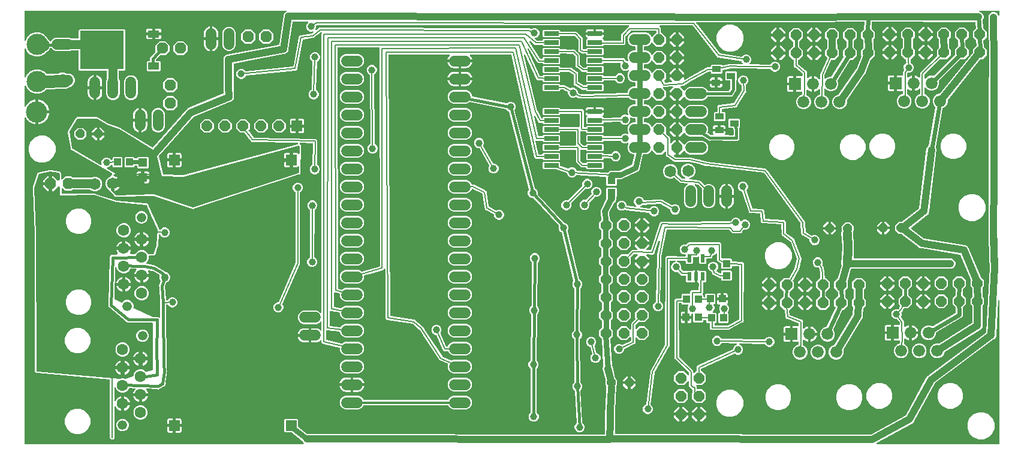
<source format=gbr>
G04 EAGLE Gerber X2 export*
%TF.Part,Single*%
%TF.FileFunction,Copper,L1,Top,Mixed*%
%TF.FilePolarity,Positive*%
%TF.GenerationSoftware,Autodesk,EAGLE,8.6.3*%
%TF.CreationDate,2018-07-14T15:56:01Z*%
G75*
%MOMM*%
%FSLAX34Y34*%
%LPD*%
%AMOC8*
5,1,8,0,0,1.08239X$1,22.5*%
G01*
%ADD10P,1.374635X8X202.500000*%
%ADD11C,1.650000*%
%ADD12P,1.732040X8X202.500000*%
%ADD13R,1.500000X1.500000*%
%ADD14C,1.600200*%
%ADD15R,1.000000X1.100000*%
%ADD16P,1.374635X8X22.500000*%
%ADD17C,1.333500*%
%ADD18C,1.524000*%
%ADD19P,1.623585X8X292.500000*%
%ADD20P,1.649562X8X112.500000*%
%ADD21R,2.032000X0.660400*%
%ADD22P,1.649562X8X292.500000*%
%ADD23C,1.500000*%
%ADD24C,3.000000*%
%ADD25R,0.600000X1.200000*%
%ADD26R,1.100000X1.000000*%
%ADD27R,1.200000X1.200000*%
%ADD28P,1.732040X8X292.500000*%
%ADD29R,1.200000X0.900000*%
%ADD30R,6.200000X5.400000*%
%ADD31R,1.600000X1.000000*%
%ADD32C,1.676400*%
%ADD33R,1.676400X1.676400*%
%ADD34P,1.649562X8X22.500000*%
%ADD35C,0.203200*%
%ADD36C,0.406400*%
%ADD37C,1.006400*%
%ADD38C,1.500000*%
%ADD39C,1.270000*%
%ADD40C,1.016000*%
%ADD41C,0.609600*%
%ADD42C,0.400000*%
%ADD43C,0.254000*%
%ADD44C,1.106400*%
%ADD45C,0.800000*%
%ADD46C,0.812800*%
%ADD47C,0.304800*%
%ADD48C,1.778000*%

G36*
X396667Y3253D02*
X396667Y3253D01*
X396695Y3250D01*
X396807Y3273D01*
X396920Y3289D01*
X396946Y3300D01*
X396974Y3306D01*
X397075Y3358D01*
X397180Y3405D01*
X397201Y3423D01*
X397227Y3436D01*
X397310Y3515D01*
X397397Y3588D01*
X397412Y3612D01*
X397433Y3631D01*
X397491Y3730D01*
X397554Y3825D01*
X397563Y3852D01*
X397577Y3876D01*
X397606Y3987D01*
X397640Y4096D01*
X397641Y4124D01*
X397648Y4152D01*
X397645Y4266D01*
X397647Y4380D01*
X397640Y4408D01*
X397639Y4436D01*
X397605Y4545D01*
X397576Y4655D01*
X397561Y4680D01*
X397553Y4707D01*
X397507Y4770D01*
X397430Y4900D01*
X397386Y4942D01*
X397358Y4980D01*
X395762Y6583D01*
X395198Y7954D01*
X395151Y8033D01*
X395113Y8116D01*
X395083Y8149D01*
X395054Y8199D01*
X394939Y8308D01*
X394887Y8365D01*
X380300Y19850D01*
X380276Y19864D01*
X380256Y19882D01*
X380153Y19935D01*
X380054Y19993D01*
X380027Y19999D01*
X380003Y20012D01*
X379926Y20025D01*
X379778Y20062D01*
X379718Y20060D01*
X379672Y20067D01*
X371458Y20067D01*
X370267Y21258D01*
X370267Y37942D01*
X371458Y39133D01*
X388142Y39133D01*
X389333Y37942D01*
X389333Y28587D01*
X389333Y28582D01*
X389333Y28577D01*
X389340Y28530D01*
X389339Y28514D01*
X389346Y28487D01*
X389353Y28441D01*
X389373Y28305D01*
X389375Y28301D01*
X389375Y28296D01*
X389433Y28170D01*
X389489Y28046D01*
X389492Y28042D01*
X389494Y28038D01*
X389520Y28009D01*
X389672Y27829D01*
X389701Y27810D01*
X389720Y27789D01*
X402245Y17928D01*
X402267Y17915D01*
X402287Y17897D01*
X402390Y17844D01*
X402490Y17785D01*
X402516Y17779D01*
X402540Y17767D01*
X402616Y17754D01*
X402766Y17716D01*
X402825Y17718D01*
X402871Y17711D01*
X821922Y16846D01*
X821970Y16853D01*
X822019Y16851D01*
X822111Y16872D01*
X822203Y16885D01*
X822248Y16905D01*
X822296Y16917D01*
X822377Y16963D01*
X822463Y17001D01*
X822500Y17033D01*
X822543Y17057D01*
X822609Y17124D01*
X822680Y17184D01*
X822708Y17225D01*
X822742Y17260D01*
X822786Y17343D01*
X822838Y17420D01*
X822853Y17467D01*
X822877Y17511D01*
X822890Y17583D01*
X822925Y17691D01*
X822927Y17779D01*
X822939Y17840D01*
X823287Y34763D01*
X823286Y34775D01*
X823287Y34784D01*
X823287Y48782D01*
X823286Y48789D01*
X823287Y48796D01*
X823279Y48841D01*
X823247Y49064D01*
X823233Y49097D01*
X823228Y49121D01*
X823286Y50344D01*
X823284Y50371D01*
X823287Y50392D01*
X823287Y51616D01*
X823288Y51619D01*
X823291Y51624D01*
X823301Y51670D01*
X823323Y51756D01*
X823341Y51813D01*
X823342Y51827D01*
X823357Y51887D01*
X823356Y51924D01*
X823362Y51953D01*
X824911Y84665D01*
X824900Y84776D01*
X824897Y84887D01*
X824887Y84917D01*
X824884Y84948D01*
X824844Y85051D01*
X824809Y85157D01*
X824793Y85180D01*
X824780Y85212D01*
X824637Y85399D01*
X824615Y85431D01*
X823417Y86628D01*
X823417Y93676D01*
X823436Y93708D01*
X823454Y93784D01*
X823482Y93858D01*
X823488Y93922D01*
X823503Y93984D01*
X823498Y94049D01*
X823506Y94141D01*
X823485Y94247D01*
X823480Y94319D01*
X819753Y109924D01*
X820199Y112718D01*
X820570Y113321D01*
X820570Y113322D01*
X820627Y113453D01*
X820683Y113582D01*
X820683Y113583D01*
X820684Y113592D01*
X820720Y113864D01*
X820715Y113893D01*
X820718Y113917D01*
X818287Y152004D01*
X818275Y152059D01*
X818274Y152114D01*
X818247Y152197D01*
X818229Y152283D01*
X818203Y152332D01*
X818186Y152384D01*
X818145Y152442D01*
X818096Y152534D01*
X818030Y152603D01*
X817991Y152658D01*
X814747Y155902D01*
X814747Y163898D01*
X818670Y167821D01*
X818722Y167891D01*
X818782Y167955D01*
X818808Y168004D01*
X818841Y168048D01*
X818872Y168130D01*
X818912Y168208D01*
X818920Y168255D01*
X818942Y168314D01*
X818954Y168461D01*
X818967Y168539D01*
X818967Y176661D01*
X818955Y176748D01*
X818952Y176835D01*
X818935Y176888D01*
X818927Y176943D01*
X818892Y177023D01*
X818865Y177106D01*
X818837Y177145D01*
X818811Y177202D01*
X818715Y177315D01*
X818670Y177379D01*
X814747Y181302D01*
X814747Y189298D01*
X818670Y193221D01*
X818722Y193291D01*
X818782Y193355D01*
X818808Y193404D01*
X818841Y193448D01*
X818872Y193530D01*
X818912Y193608D01*
X818920Y193655D01*
X818942Y193714D01*
X818954Y193861D01*
X818967Y193939D01*
X818967Y202061D01*
X818955Y202148D01*
X818952Y202235D01*
X818935Y202288D01*
X818927Y202343D01*
X818892Y202422D01*
X818865Y202506D01*
X818837Y202545D01*
X818811Y202602D01*
X818715Y202715D01*
X818670Y202779D01*
X814747Y206702D01*
X814747Y214698D01*
X817670Y217621D01*
X817722Y217691D01*
X817782Y217755D01*
X817808Y217804D01*
X817841Y217848D01*
X817872Y217930D01*
X817912Y218008D01*
X817920Y218055D01*
X817942Y218114D01*
X817954Y218261D01*
X817967Y218339D01*
X817967Y227803D01*
X817967Y227805D01*
X817967Y227808D01*
X817964Y227828D01*
X817927Y228085D01*
X817915Y228113D01*
X817910Y228138D01*
X817909Y228141D01*
X817926Y228443D01*
X817917Y228559D01*
X817913Y228675D01*
X817905Y228700D01*
X817902Y228727D01*
X817861Y228835D01*
X817825Y228945D01*
X817812Y228965D01*
X817801Y228992D01*
X817634Y229214D01*
X817631Y229218D01*
X814747Y232102D01*
X814747Y240098D01*
X817618Y242969D01*
X817688Y243063D01*
X817763Y243152D01*
X817774Y243176D01*
X817789Y243196D01*
X817831Y243305D01*
X817878Y243412D01*
X817880Y243435D01*
X817890Y243462D01*
X817914Y243745D01*
X817914Y243746D01*
X817908Y243849D01*
X817911Y243857D01*
X817911Y243859D01*
X817912Y243860D01*
X817914Y243873D01*
X817966Y244136D01*
X817963Y244166D01*
X817967Y244191D01*
X817967Y252792D01*
X817967Y252796D01*
X817967Y252800D01*
X817962Y252830D01*
X817927Y253074D01*
X817914Y253104D01*
X817912Y253117D01*
X817949Y253824D01*
X817939Y253938D01*
X817936Y254052D01*
X817927Y254079D01*
X817925Y254107D01*
X817883Y254214D01*
X817848Y254322D01*
X817833Y254343D01*
X817822Y254372D01*
X817665Y254580D01*
X817653Y254596D01*
X814747Y257502D01*
X814747Y265498D01*
X817670Y268421D01*
X817722Y268491D01*
X817782Y268555D01*
X817808Y268604D01*
X817841Y268648D01*
X817872Y268730D01*
X817912Y268808D01*
X817920Y268855D01*
X817942Y268914D01*
X817954Y269061D01*
X817967Y269139D01*
X817967Y279261D01*
X817955Y279348D01*
X817952Y279435D01*
X817935Y279488D01*
X817927Y279543D01*
X817892Y279622D01*
X817865Y279706D01*
X817837Y279745D01*
X817811Y279802D01*
X817715Y279915D01*
X817670Y279979D01*
X814747Y282902D01*
X814747Y290898D01*
X817670Y293821D01*
X817722Y293891D01*
X817782Y293955D01*
X817808Y294004D01*
X817841Y294048D01*
X817872Y294130D01*
X817912Y294208D01*
X817920Y294255D01*
X817942Y294314D01*
X817954Y294461D01*
X817967Y294539D01*
X817967Y304661D01*
X817955Y304748D01*
X817952Y304835D01*
X817935Y304888D01*
X817927Y304943D01*
X817892Y305022D01*
X817865Y305106D01*
X817837Y305145D01*
X817811Y305202D01*
X817715Y305315D01*
X817670Y305379D01*
X814747Y308302D01*
X814747Y316298D01*
X817573Y319124D01*
X817651Y319228D01*
X817732Y319330D01*
X817737Y319342D01*
X817744Y319352D01*
X817790Y319473D01*
X817840Y319593D01*
X817841Y319605D01*
X817846Y319617D01*
X817869Y319901D01*
X817866Y319915D01*
X817867Y319928D01*
X816981Y330399D01*
X816946Y330551D01*
X816935Y330628D01*
X816728Y331263D01*
X816808Y332293D01*
X816802Y332389D01*
X816807Y332457D01*
X816788Y332687D01*
X816819Y332785D01*
X816845Y332940D01*
X816864Y333015D01*
X816916Y333681D01*
X817383Y334602D01*
X817415Y334693D01*
X817446Y334754D01*
X817516Y334974D01*
X817582Y335053D01*
X817666Y335185D01*
X817712Y335248D01*
X824882Y349354D01*
X824908Y349431D01*
X824944Y349506D01*
X824951Y349557D01*
X824974Y349623D01*
X824980Y349760D01*
X824992Y349838D01*
X824948Y351681D01*
X824935Y351756D01*
X824933Y351831D01*
X824912Y351895D01*
X824901Y351961D01*
X824869Y352030D01*
X824845Y352101D01*
X824812Y352148D01*
X824779Y352218D01*
X824695Y352312D01*
X824651Y352375D01*
X824367Y352658D01*
X824367Y364342D01*
X825558Y365533D01*
X830002Y365533D01*
X830044Y365539D01*
X830087Y365536D01*
X830161Y365555D01*
X830283Y365573D01*
X830292Y365576D01*
X833145Y365644D01*
X833257Y365601D01*
X833276Y365597D01*
X833292Y365588D01*
X833364Y365576D01*
X833534Y365537D01*
X833584Y365539D01*
X833623Y365533D01*
X838242Y365533D01*
X839433Y364342D01*
X839433Y352647D01*
X839408Y352614D01*
X839342Y352539D01*
X839323Y352500D01*
X839297Y352466D01*
X839262Y352373D01*
X839218Y352283D01*
X839213Y352245D01*
X839196Y352200D01*
X839181Y352021D01*
X839171Y351951D01*
X839244Y348855D01*
X838224Y346216D01*
X836271Y344168D01*
X836154Y344116D01*
X836123Y344096D01*
X836089Y344084D01*
X836002Y344022D01*
X835912Y343965D01*
X835888Y343938D01*
X835859Y343917D01*
X835812Y343854D01*
X835722Y343754D01*
X835691Y343690D01*
X835659Y343647D01*
X829197Y330934D01*
X829161Y330827D01*
X829118Y330723D01*
X829116Y330696D01*
X829105Y330665D01*
X829093Y330418D01*
X829091Y330388D01*
X829903Y320786D01*
X829913Y320743D01*
X829915Y320698D01*
X829945Y320605D01*
X829966Y320509D01*
X829988Y320470D01*
X830002Y320428D01*
X830046Y320366D01*
X830104Y320261D01*
X830162Y320203D01*
X830197Y320154D01*
X834053Y316298D01*
X834053Y308302D01*
X830330Y304579D01*
X830278Y304509D01*
X830218Y304445D01*
X830192Y304396D01*
X830159Y304352D01*
X830128Y304270D01*
X830088Y304192D01*
X830080Y304145D01*
X830058Y304086D01*
X830046Y303939D01*
X830033Y303861D01*
X830033Y295339D01*
X830045Y295252D01*
X830048Y295165D01*
X830065Y295112D01*
X830073Y295057D01*
X830108Y294978D01*
X830135Y294894D01*
X830163Y294855D01*
X830189Y294798D01*
X830285Y294685D01*
X830330Y294621D01*
X834053Y290898D01*
X834053Y282902D01*
X830330Y279179D01*
X830278Y279109D01*
X830218Y279045D01*
X830192Y278996D01*
X830159Y278952D01*
X830128Y278870D01*
X830088Y278792D01*
X830080Y278745D01*
X830058Y278686D01*
X830046Y278539D01*
X830033Y278461D01*
X830033Y269939D01*
X830045Y269852D01*
X830048Y269765D01*
X830065Y269712D01*
X830073Y269657D01*
X830108Y269578D01*
X830135Y269494D01*
X830163Y269455D01*
X830189Y269398D01*
X830285Y269285D01*
X830330Y269221D01*
X834053Y265498D01*
X834053Y257502D01*
X830330Y253779D01*
X830278Y253709D01*
X830218Y253645D01*
X830192Y253596D01*
X830159Y253552D01*
X830128Y253470D01*
X830088Y253392D01*
X830080Y253345D01*
X830058Y253286D01*
X830049Y253174D01*
X830047Y253168D01*
X830046Y253143D01*
X830046Y253139D01*
X830033Y253061D01*
X830033Y244539D01*
X830045Y244452D01*
X830048Y244365D01*
X830065Y244312D01*
X830073Y244257D01*
X830108Y244177D01*
X830135Y244094D01*
X830163Y244055D01*
X830189Y243998D01*
X830285Y243885D01*
X830330Y243821D01*
X834053Y240098D01*
X834053Y232102D01*
X830330Y228379D01*
X830278Y228309D01*
X830218Y228245D01*
X830192Y228196D01*
X830159Y228152D01*
X830128Y228070D01*
X830088Y227992D01*
X830080Y227945D01*
X830058Y227886D01*
X830051Y227800D01*
X830047Y227787D01*
X830045Y227737D01*
X830033Y227661D01*
X830033Y219139D01*
X830045Y219052D01*
X830048Y218965D01*
X830065Y218912D01*
X830073Y218857D01*
X830108Y218777D01*
X830135Y218694D01*
X830163Y218655D01*
X830189Y218598D01*
X830285Y218485D01*
X830330Y218421D01*
X834053Y214698D01*
X834053Y206702D01*
X831330Y203979D01*
X831296Y203933D01*
X831290Y203928D01*
X831276Y203908D01*
X831218Y203845D01*
X831192Y203796D01*
X831159Y203752D01*
X831142Y203705D01*
X831132Y203692D01*
X831122Y203658D01*
X831088Y203592D01*
X831080Y203545D01*
X831058Y203486D01*
X831055Y203446D01*
X831047Y203421D01*
X831044Y203331D01*
X831033Y203261D01*
X831033Y192739D01*
X831045Y192652D01*
X831048Y192565D01*
X831065Y192512D01*
X831073Y192457D01*
X831108Y192378D01*
X831135Y192294D01*
X831163Y192255D01*
X831189Y192198D01*
X831285Y192085D01*
X831330Y192021D01*
X834053Y189298D01*
X834053Y181302D01*
X831330Y178579D01*
X831316Y178560D01*
X831301Y178547D01*
X831270Y178501D01*
X831218Y178445D01*
X831192Y178396D01*
X831159Y178352D01*
X831144Y178312D01*
X831143Y178311D01*
X831141Y178304D01*
X831128Y178270D01*
X831088Y178192D01*
X831080Y178145D01*
X831058Y178086D01*
X831046Y177939D01*
X831033Y177861D01*
X831033Y167339D01*
X831045Y167252D01*
X831048Y167165D01*
X831065Y167112D01*
X831073Y167057D01*
X831108Y166977D01*
X831135Y166894D01*
X831163Y166855D01*
X831189Y166798D01*
X831285Y166685D01*
X831330Y166621D01*
X834053Y163898D01*
X834053Y155902D01*
X830688Y152537D01*
X830616Y152441D01*
X830540Y152349D01*
X830531Y152328D01*
X830517Y152310D01*
X830474Y152198D01*
X830427Y152088D01*
X830425Y152068D01*
X830416Y152044D01*
X830392Y151761D01*
X830393Y151757D01*
X830393Y151754D01*
X832762Y114638D01*
X832785Y114523D01*
X832804Y114407D01*
X832814Y114387D01*
X832819Y114360D01*
X832952Y114108D01*
X832953Y114107D01*
X833590Y113228D01*
X837621Y96346D01*
X837662Y96243D01*
X837696Y96138D01*
X837712Y96114D01*
X837725Y96082D01*
X837867Y95898D01*
X837891Y95864D01*
X840183Y93572D01*
X840183Y86628D01*
X839476Y85921D01*
X839438Y85870D01*
X839392Y85826D01*
X839353Y85757D01*
X839305Y85694D01*
X839283Y85635D01*
X839251Y85579D01*
X839237Y85515D01*
X839204Y85428D01*
X839195Y85322D01*
X839180Y85251D01*
X837514Y50056D01*
X837516Y50029D01*
X837513Y50008D01*
X837513Y36230D01*
X837516Y36210D01*
X837514Y36189D01*
X837529Y36117D01*
X837542Y36026D01*
X837513Y34638D01*
X837514Y34626D01*
X837513Y34617D01*
X837513Y33221D01*
X837486Y33116D01*
X837487Y33064D01*
X837480Y33024D01*
X837182Y18538D01*
X837190Y18470D01*
X837188Y18402D01*
X837207Y18330D01*
X837216Y18255D01*
X837242Y18193D01*
X837259Y18127D01*
X837297Y18062D01*
X837327Y17994D01*
X837370Y17941D01*
X837404Y17882D01*
X837459Y17831D01*
X837506Y17773D01*
X837562Y17734D01*
X837611Y17687D01*
X837678Y17653D01*
X837739Y17611D01*
X837804Y17589D01*
X837864Y17557D01*
X837926Y17547D01*
X838008Y17519D01*
X838122Y17514D01*
X838195Y17502D01*
X1198441Y17016D01*
X1198525Y17027D01*
X1198609Y17029D01*
X1198657Y17046D01*
X1198722Y17055D01*
X1198852Y17113D01*
X1198926Y17138D01*
X1247875Y43695D01*
X1247977Y43770D01*
X1248080Y43841D01*
X1248089Y43853D01*
X1248104Y43864D01*
X1248276Y44090D01*
X1248280Y44100D01*
X1248285Y44106D01*
X1276259Y96111D01*
X1276262Y96119D01*
X1276267Y96125D01*
X1276283Y96175D01*
X1276357Y96378D01*
X1276360Y96416D01*
X1276362Y96422D01*
X1277000Y97490D01*
X1277009Y97513D01*
X1277022Y97529D01*
X1277607Y98616D01*
X1277608Y98617D01*
X1277641Y98656D01*
X1277788Y98815D01*
X1277805Y98849D01*
X1277810Y98854D01*
X1278807Y99597D01*
X1278825Y99615D01*
X1278843Y99625D01*
X1279799Y100405D01*
X1279800Y100405D01*
X1279846Y100429D01*
X1280043Y100520D01*
X1280072Y100545D01*
X1280099Y100559D01*
X1361190Y160925D01*
X1361284Y161019D01*
X1361382Y161113D01*
X1361386Y161119D01*
X1361392Y161125D01*
X1361457Y161241D01*
X1361524Y161359D01*
X1361526Y161366D01*
X1361530Y161373D01*
X1361595Y161650D01*
X1361594Y161670D01*
X1361597Y161686D01*
X1366374Y252729D01*
X1366368Y252792D01*
X1366374Y252840D01*
X1365691Y264876D01*
X1365688Y264890D01*
X1365689Y264904D01*
X1365672Y264969D01*
X1365635Y265154D01*
X1365614Y265194D01*
X1365605Y265229D01*
X1365501Y265466D01*
X1365487Y265546D01*
X1365487Y266903D01*
X1365485Y266916D01*
X1365487Y266927D01*
X1364726Y298524D01*
X1364723Y298542D01*
X1364724Y298559D01*
X1364708Y298628D01*
X1364684Y298776D01*
X1364687Y300109D01*
X1364685Y300124D01*
X1364687Y300136D01*
X1364654Y301492D01*
X1364677Y301564D01*
X1364678Y301596D01*
X1364687Y301636D01*
X1364685Y301684D01*
X1364691Y301722D01*
X1364706Y307669D01*
X1364703Y307688D01*
X1364705Y307703D01*
X1364647Y309600D01*
X1364649Y309606D01*
X1364655Y309618D01*
X1364666Y309684D01*
X1364708Y309869D01*
X1364705Y309914D01*
X1364711Y309949D01*
X1364887Y381104D01*
X1364887Y381105D01*
X1364887Y381106D01*
X1364887Y498825D01*
X1364884Y498850D01*
X1364886Y498876D01*
X1364873Y498937D01*
X1364887Y500431D01*
X1364886Y500436D01*
X1364887Y500441D01*
X1364887Y501905D01*
X1364897Y501941D01*
X1364895Y502000D01*
X1364903Y502045D01*
X1365287Y541185D01*
X1365285Y541197D01*
X1365287Y541206D01*
X1364572Y607638D01*
X1365627Y610264D01*
X1367606Y612286D01*
X1370209Y613397D01*
X1373038Y613428D01*
X1375664Y612373D01*
X1377686Y610394D01*
X1378202Y609185D01*
X1378244Y609116D01*
X1378277Y609042D01*
X1378317Y608995D01*
X1378349Y608941D01*
X1378409Y608887D01*
X1378461Y608825D01*
X1378512Y608791D01*
X1378558Y608748D01*
X1378630Y608712D01*
X1378697Y608668D01*
X1378757Y608649D01*
X1378812Y608621D01*
X1378891Y608606D01*
X1378968Y608582D01*
X1379031Y608580D01*
X1379092Y608569D01*
X1379172Y608577D01*
X1379252Y608575D01*
X1379313Y608590D01*
X1379375Y608596D01*
X1379450Y608626D01*
X1379527Y608646D01*
X1379581Y608678D01*
X1379639Y608701D01*
X1379703Y608751D01*
X1379772Y608792D01*
X1379814Y608837D01*
X1379864Y608875D01*
X1379911Y608940D01*
X1379966Y608999D01*
X1379995Y609054D01*
X1380032Y609105D01*
X1380059Y609181D01*
X1380096Y609252D01*
X1380105Y609305D01*
X1380129Y609372D01*
X1380138Y609506D01*
X1380151Y609583D01*
X1380151Y614636D01*
X1380143Y614694D01*
X1380145Y614752D01*
X1380123Y614834D01*
X1380111Y614918D01*
X1380088Y614971D01*
X1380073Y615027D01*
X1380030Y615100D01*
X1379995Y615177D01*
X1379957Y615222D01*
X1379928Y615272D01*
X1379866Y615330D01*
X1379812Y615394D01*
X1379763Y615426D01*
X1379720Y615466D01*
X1379645Y615505D01*
X1379575Y615552D01*
X1379519Y615569D01*
X1379467Y615596D01*
X1379399Y615607D01*
X1379304Y615637D01*
X1379204Y615640D01*
X1379136Y615651D01*
X1352587Y615651D01*
X1352504Y615639D01*
X1352419Y615637D01*
X1352364Y615620D01*
X1352306Y615611D01*
X1352229Y615577D01*
X1352148Y615551D01*
X1352100Y615519D01*
X1352047Y615495D01*
X1351982Y615441D01*
X1351912Y615394D01*
X1351874Y615349D01*
X1351830Y615312D01*
X1351783Y615241D01*
X1351728Y615176D01*
X1351704Y615123D01*
X1351672Y615075D01*
X1351646Y614994D01*
X1351612Y614917D01*
X1351604Y614859D01*
X1351586Y614804D01*
X1351584Y614719D01*
X1351572Y614635D01*
X1351580Y614578D01*
X1351579Y614520D01*
X1351600Y614438D01*
X1351612Y614354D01*
X1351636Y614301D01*
X1351651Y614245D01*
X1351694Y614172D01*
X1351729Y614095D01*
X1351766Y614050D01*
X1351796Y614000D01*
X1351858Y613942D01*
X1351912Y613878D01*
X1351955Y613851D01*
X1352003Y613806D01*
X1352130Y613741D01*
X1352197Y613699D01*
X1354544Y612720D01*
X1356540Y610714D01*
X1357616Y608097D01*
X1357609Y605267D01*
X1356520Y602656D01*
X1356317Y602454D01*
X1356238Y602350D01*
X1356157Y602247D01*
X1356153Y602237D01*
X1356146Y602228D01*
X1356099Y602105D01*
X1356049Y601984D01*
X1356048Y601974D01*
X1356044Y601962D01*
X1356020Y601679D01*
X1356023Y601663D01*
X1356022Y601650D01*
X1356879Y591411D01*
X1356889Y591367D01*
X1356891Y591322D01*
X1356921Y591229D01*
X1356942Y591134D01*
X1356964Y591094D01*
X1356978Y591051D01*
X1357022Y590990D01*
X1357080Y590885D01*
X1357138Y590827D01*
X1357173Y590778D01*
X1361953Y585998D01*
X1361953Y578002D01*
X1357815Y573864D01*
X1357758Y573788D01*
X1357694Y573717D01*
X1357673Y573675D01*
X1357644Y573637D01*
X1357610Y573548D01*
X1357568Y573462D01*
X1357562Y573421D01*
X1357543Y573371D01*
X1357529Y573205D01*
X1357518Y573130D01*
X1357638Y565318D01*
X1357650Y565239D01*
X1357653Y565160D01*
X1357672Y565100D01*
X1357682Y565037D01*
X1357716Y564965D01*
X1357740Y564889D01*
X1357772Y564845D01*
X1357802Y564780D01*
X1357890Y564679D01*
X1357935Y564616D01*
X1361953Y560598D01*
X1361953Y552602D01*
X1356298Y546947D01*
X1354112Y546947D01*
X1353976Y546928D01*
X1353836Y546909D01*
X1353833Y546908D01*
X1353831Y546907D01*
X1353704Y546851D01*
X1353576Y546794D01*
X1353574Y546792D01*
X1353571Y546791D01*
X1353354Y546608D01*
X1353340Y546586D01*
X1353324Y546572D01*
X1307092Y489576D01*
X1307074Y489546D01*
X1307050Y489521D01*
X1307001Y489425D01*
X1306945Y489332D01*
X1306936Y489299D01*
X1306920Y489268D01*
X1306907Y489190D01*
X1306872Y489058D01*
X1306873Y488988D01*
X1306865Y488937D01*
X1306865Y485608D01*
X1305279Y481780D01*
X1302350Y478851D01*
X1300340Y478019D01*
X1300294Y477991D01*
X1300244Y477973D01*
X1300172Y477919D01*
X1300096Y477874D01*
X1300059Y477835D01*
X1300016Y477803D01*
X1299962Y477732D01*
X1299900Y477667D01*
X1299876Y477620D01*
X1299843Y477577D01*
X1299819Y477510D01*
X1299770Y477415D01*
X1299752Y477323D01*
X1299730Y477261D01*
X1289970Y423266D01*
X1289966Y423149D01*
X1289955Y423032D01*
X1289960Y423007D01*
X1289959Y422981D01*
X1289987Y422868D01*
X1290010Y422753D01*
X1290021Y422733D01*
X1290028Y422706D01*
X1290170Y422459D01*
X1290171Y422458D01*
X1290469Y422078D01*
X1291231Y419353D01*
X1280810Y332944D01*
X1280811Y332918D01*
X1280805Y332893D01*
X1280811Y332831D01*
X1280618Y331352D01*
X1280618Y331346D01*
X1280617Y331342D01*
X1280448Y329940D01*
X1279743Y328716D01*
X1279741Y328711D01*
X1279738Y328707D01*
X1279046Y327478D01*
X1277927Y326618D01*
X1277923Y326614D01*
X1277919Y326612D01*
X1276767Y325708D01*
X1276733Y325693D01*
X1276688Y325655D01*
X1276647Y325633D01*
X1255210Y309147D01*
X1255171Y309108D01*
X1255126Y309075D01*
X1255072Y309007D01*
X1255011Y308944D01*
X1254985Y308895D01*
X1254950Y308851D01*
X1254918Y308771D01*
X1254876Y308694D01*
X1254864Y308639D01*
X1254844Y308588D01*
X1254835Y308501D01*
X1254816Y308416D01*
X1254820Y308361D01*
X1254814Y308305D01*
X1254830Y308219D01*
X1254836Y308132D01*
X1254855Y308080D01*
X1254864Y308025D01*
X1254903Y307947D01*
X1254933Y307865D01*
X1254966Y307820D01*
X1254990Y307770D01*
X1255039Y307719D01*
X1255100Y307636D01*
X1255176Y307577D01*
X1255223Y307528D01*
X1273572Y293878D01*
X1273635Y293843D01*
X1273692Y293800D01*
X1273749Y293781D01*
X1273821Y293742D01*
X1273938Y293716D01*
X1274010Y293691D01*
X1330493Y284229D01*
X1330595Y284227D01*
X1330664Y284215D01*
X1331387Y284218D01*
X1331855Y284027D01*
X1331998Y283990D01*
X1332072Y283965D01*
X1332571Y283881D01*
X1333183Y283498D01*
X1333277Y283457D01*
X1333337Y283419D01*
X1334005Y283146D01*
X1334364Y282790D01*
X1334482Y282701D01*
X1334541Y282649D01*
X1334970Y282381D01*
X1335390Y281793D01*
X1335460Y281718D01*
X1335501Y281662D01*
X1336014Y281153D01*
X1336209Y280686D01*
X1336285Y280560D01*
X1336319Y280489D01*
X1336613Y280077D01*
X1336775Y279373D01*
X1336812Y279277D01*
X1336828Y279209D01*
X1353531Y239328D01*
X1353545Y239303D01*
X1353554Y239275D01*
X1353600Y239212D01*
X1353676Y239083D01*
X1353721Y239041D01*
X1353749Y239002D01*
X1358353Y234398D01*
X1358353Y226402D01*
X1356340Y224389D01*
X1356277Y224305D01*
X1356208Y224227D01*
X1356192Y224192D01*
X1356169Y224162D01*
X1356132Y224064D01*
X1356087Y223970D01*
X1356083Y223936D01*
X1356068Y223896D01*
X1356051Y223700D01*
X1356043Y223637D01*
X1356456Y211282D01*
X1356469Y211212D01*
X1356471Y211142D01*
X1356493Y211073D01*
X1356506Y211002D01*
X1356537Y210938D01*
X1356558Y210871D01*
X1356594Y210822D01*
X1356630Y210746D01*
X1356710Y210659D01*
X1356753Y210598D01*
X1358353Y208998D01*
X1358353Y201002D01*
X1356191Y198840D01*
X1356135Y198765D01*
X1356072Y198696D01*
X1356050Y198652D01*
X1356020Y198613D01*
X1355987Y198525D01*
X1355945Y198442D01*
X1355939Y198399D01*
X1355919Y198347D01*
X1355905Y198186D01*
X1355894Y198110D01*
X1356205Y171398D01*
X1356219Y171309D01*
X1356218Y171245D01*
X1356348Y170456D01*
X1356250Y170039D01*
X1356240Y169923D01*
X1356238Y169918D01*
X1356238Y169900D01*
X1356235Y169869D01*
X1356224Y169796D01*
X1356229Y169368D01*
X1355931Y168626D01*
X1355910Y168539D01*
X1355885Y168479D01*
X1355703Y167701D01*
X1355453Y167353D01*
X1355374Y167202D01*
X1355336Y167139D01*
X1355176Y166741D01*
X1354617Y166169D01*
X1354565Y166097D01*
X1354519Y166052D01*
X1354052Y165402D01*
X1353689Y165177D01*
X1353558Y165067D01*
X1353498Y165023D01*
X1353199Y164718D01*
X1352464Y164403D01*
X1352387Y164356D01*
X1352328Y164332D01*
X1303035Y133746D01*
X1303031Y133743D01*
X1303027Y133741D01*
X1302922Y133652D01*
X1302817Y133564D01*
X1302814Y133559D01*
X1302810Y133556D01*
X1302791Y133525D01*
X1302658Y133328D01*
X1302647Y133295D01*
X1302632Y133272D01*
X1300979Y129280D01*
X1298050Y126351D01*
X1294222Y124765D01*
X1290078Y124765D01*
X1286250Y126351D01*
X1283321Y129280D01*
X1281735Y133108D01*
X1281735Y137252D01*
X1283321Y141080D01*
X1286250Y144009D01*
X1290078Y145595D01*
X1294222Y145595D01*
X1294297Y145563D01*
X1294324Y145557D01*
X1294348Y145544D01*
X1294461Y145521D01*
X1294572Y145492D01*
X1294600Y145493D01*
X1294627Y145488D01*
X1294742Y145497D01*
X1294857Y145501D01*
X1294883Y145509D01*
X1294910Y145511D01*
X1294983Y145541D01*
X1295127Y145587D01*
X1295178Y145621D01*
X1295221Y145639D01*
X1341454Y174327D01*
X1341506Y174370D01*
X1341564Y174405D01*
X1341615Y174461D01*
X1341673Y174509D01*
X1341710Y174565D01*
X1341756Y174615D01*
X1341790Y174682D01*
X1341832Y174744D01*
X1341853Y174809D01*
X1341883Y174869D01*
X1341892Y174932D01*
X1341919Y175015D01*
X1341923Y175128D01*
X1341934Y175201D01*
X1341669Y197971D01*
X1341656Y198052D01*
X1341654Y198134D01*
X1341635Y198192D01*
X1341626Y198252D01*
X1341591Y198327D01*
X1341566Y198404D01*
X1341536Y198447D01*
X1341506Y198511D01*
X1341417Y198614D01*
X1341371Y198678D01*
X1339047Y201002D01*
X1339047Y208998D01*
X1341883Y211834D01*
X1341945Y211917D01*
X1342014Y211995D01*
X1342030Y212030D01*
X1342053Y212061D01*
X1342091Y212158D01*
X1342135Y212253D01*
X1342139Y212287D01*
X1342155Y212326D01*
X1342171Y212523D01*
X1342179Y212585D01*
X1341823Y223239D01*
X1341811Y223309D01*
X1341808Y223379D01*
X1341786Y223448D01*
X1341774Y223519D01*
X1341743Y223582D01*
X1341721Y223650D01*
X1341686Y223699D01*
X1341649Y223774D01*
X1341570Y223862D01*
X1341526Y223923D01*
X1339047Y226402D01*
X1339047Y234398D01*
X1339359Y234710D01*
X1339361Y234712D01*
X1339364Y234715D01*
X1339446Y234825D01*
X1339529Y234937D01*
X1339531Y234940D01*
X1339533Y234943D01*
X1339581Y235073D01*
X1339631Y235202D01*
X1339631Y235206D01*
X1339632Y235209D01*
X1339643Y235347D01*
X1339654Y235486D01*
X1339654Y235489D01*
X1339654Y235493D01*
X1339647Y235523D01*
X1339598Y235764D01*
X1339583Y235794D01*
X1339577Y235820D01*
X1325171Y270217D01*
X1325142Y270267D01*
X1325121Y270321D01*
X1325069Y270388D01*
X1325026Y270461D01*
X1324984Y270501D01*
X1324948Y270547D01*
X1324880Y270597D01*
X1324819Y270655D01*
X1324767Y270682D01*
X1324720Y270716D01*
X1324655Y270739D01*
X1324565Y270785D01*
X1324468Y270803D01*
X1324403Y270826D01*
X1270985Y279774D01*
X1270701Y279781D01*
X1270684Y279777D01*
X1270669Y279777D01*
X1270533Y279757D01*
X1269480Y280023D01*
X1269435Y280028D01*
X1269400Y280039D01*
X1268330Y280219D01*
X1268213Y280292D01*
X1267953Y280407D01*
X1267936Y280409D01*
X1267923Y280415D01*
X1267790Y280449D01*
X1266918Y281097D01*
X1266878Y281119D01*
X1266851Y281143D01*
X1265930Y281719D01*
X1265850Y281831D01*
X1265655Y282037D01*
X1265640Y282045D01*
X1265630Y282056D01*
X1241621Y299917D01*
X1241609Y299923D01*
X1241600Y299932D01*
X1241485Y299991D01*
X1241372Y300053D01*
X1241358Y300056D01*
X1241346Y300062D01*
X1241282Y300073D01*
X1241094Y300114D01*
X1241050Y300111D01*
X1241015Y300117D01*
X1237728Y300117D01*
X1232817Y305028D01*
X1232817Y311972D01*
X1237728Y316883D01*
X1241588Y316883D01*
X1241609Y316886D01*
X1241631Y316884D01*
X1241750Y316906D01*
X1241869Y316923D01*
X1241889Y316931D01*
X1241910Y316935D01*
X1241977Y316971D01*
X1242129Y317039D01*
X1242170Y317073D01*
X1242207Y317093D01*
X1266518Y335789D01*
X1266583Y335855D01*
X1266654Y335915D01*
X1266682Y335957D01*
X1266717Y335993D01*
X1266761Y336074D01*
X1266812Y336151D01*
X1266825Y336193D01*
X1266852Y336243D01*
X1266885Y336399D01*
X1266907Y336473D01*
X1277108Y421056D01*
X1278496Y423522D01*
X1279584Y424376D01*
X1279624Y424418D01*
X1279671Y424452D01*
X1279722Y424520D01*
X1279781Y424581D01*
X1279808Y424632D01*
X1279843Y424678D01*
X1279867Y424744D01*
X1279913Y424833D01*
X1279933Y424930D01*
X1279957Y424994D01*
X1289728Y479056D01*
X1289730Y479092D01*
X1289738Y479126D01*
X1289735Y479233D01*
X1289739Y479340D01*
X1289730Y479375D01*
X1289729Y479410D01*
X1289696Y479512D01*
X1289671Y479616D01*
X1289653Y479647D01*
X1289642Y479681D01*
X1289596Y479745D01*
X1289529Y479862D01*
X1289478Y479911D01*
X1289447Y479954D01*
X1287621Y481780D01*
X1286035Y485608D01*
X1286035Y489752D01*
X1287621Y493580D01*
X1290550Y496509D01*
X1294378Y498095D01*
X1295201Y498095D01*
X1295337Y498114D01*
X1295478Y498133D01*
X1295480Y498134D01*
X1295482Y498135D01*
X1295609Y498191D01*
X1295737Y498248D01*
X1295739Y498250D01*
X1295742Y498251D01*
X1295959Y498434D01*
X1295973Y498456D01*
X1295989Y498470D01*
X1342420Y555711D01*
X1342438Y555741D01*
X1342462Y555767D01*
X1342511Y555863D01*
X1342567Y555955D01*
X1342576Y555989D01*
X1342592Y556020D01*
X1342605Y556097D01*
X1342640Y556230D01*
X1342639Y556299D01*
X1342647Y556351D01*
X1342647Y560598D01*
X1347170Y565121D01*
X1347227Y565197D01*
X1347291Y565267D01*
X1347312Y565310D01*
X1347341Y565348D01*
X1347375Y565437D01*
X1347417Y565522D01*
X1347423Y565564D01*
X1347442Y565614D01*
X1347456Y565780D01*
X1347467Y565854D01*
X1347359Y572885D01*
X1347347Y572964D01*
X1347344Y573043D01*
X1347325Y573104D01*
X1347315Y573166D01*
X1347281Y573238D01*
X1347257Y573314D01*
X1347225Y573358D01*
X1347195Y573424D01*
X1347107Y573524D01*
X1347062Y573587D01*
X1342647Y578002D01*
X1342647Y585998D01*
X1346456Y589807D01*
X1346533Y589910D01*
X1346614Y590012D01*
X1346619Y590023D01*
X1346626Y590034D01*
X1346673Y590155D01*
X1346722Y590275D01*
X1346723Y590286D01*
X1346728Y590299D01*
X1346751Y590583D01*
X1346748Y590597D01*
X1346749Y590609D01*
X1346074Y598670D01*
X1346071Y598685D01*
X1346071Y598699D01*
X1346039Y598823D01*
X1346011Y598948D01*
X1346004Y598960D01*
X1346000Y598975D01*
X1345935Y599085D01*
X1345873Y599196D01*
X1345863Y599207D01*
X1345856Y599219D01*
X1345763Y599307D01*
X1345672Y599397D01*
X1345659Y599404D01*
X1345649Y599414D01*
X1345535Y599473D01*
X1345423Y599535D01*
X1345409Y599538D01*
X1345396Y599544D01*
X1345330Y599556D01*
X1345146Y599597D01*
X1345101Y599595D01*
X1345065Y599601D01*
X1200734Y599962D01*
X1200703Y599958D01*
X1200671Y599960D01*
X1200563Y599938D01*
X1200453Y599923D01*
X1200424Y599910D01*
X1200393Y599904D01*
X1200294Y599852D01*
X1200193Y599807D01*
X1200169Y599787D01*
X1200141Y599772D01*
X1200060Y599695D01*
X1199976Y599624D01*
X1199958Y599598D01*
X1199935Y599576D01*
X1199879Y599480D01*
X1199817Y599388D01*
X1199808Y599358D01*
X1199792Y599330D01*
X1199775Y599253D01*
X1199731Y599117D01*
X1199729Y599052D01*
X1199718Y599003D01*
X1199247Y590482D01*
X1199257Y590367D01*
X1199260Y590252D01*
X1199269Y590226D01*
X1199271Y590199D01*
X1199312Y590091D01*
X1199348Y589982D01*
X1199362Y589962D01*
X1199373Y589933D01*
X1199536Y589717D01*
X1199543Y589708D01*
X1204153Y585098D01*
X1204153Y577102D01*
X1202092Y575041D01*
X1202031Y574961D01*
X1201964Y574885D01*
X1201946Y574847D01*
X1201921Y574814D01*
X1201885Y574720D01*
X1201842Y574629D01*
X1201837Y574592D01*
X1201820Y574548D01*
X1201805Y574365D01*
X1201795Y574296D01*
X1202117Y562128D01*
X1202129Y562055D01*
X1202131Y561981D01*
X1202152Y561916D01*
X1202164Y561848D01*
X1202196Y561781D01*
X1202219Y561711D01*
X1202253Y561663D01*
X1202287Y561592D01*
X1202369Y561500D01*
X1202414Y561437D01*
X1204153Y559698D01*
X1204153Y551702D01*
X1198383Y545932D01*
X1198359Y545900D01*
X1198329Y545874D01*
X1198289Y545807D01*
X1198212Y545704D01*
X1198185Y545634D01*
X1198156Y545586D01*
X1191264Y528116D01*
X1191241Y528020D01*
X1191215Y527956D01*
X1191060Y527231D01*
X1190784Y526830D01*
X1190716Y526694D01*
X1190676Y526627D01*
X1190497Y526174D01*
X1189982Y525641D01*
X1189924Y525560D01*
X1189876Y525511D01*
X1164944Y489306D01*
X1164883Y489184D01*
X1164820Y489061D01*
X1164819Y489057D01*
X1164817Y489052D01*
X1164766Y488772D01*
X1164768Y488749D01*
X1164765Y488730D01*
X1164765Y484508D01*
X1163179Y480680D01*
X1160250Y477751D01*
X1156422Y476165D01*
X1152278Y476165D01*
X1148450Y477751D01*
X1145521Y480680D01*
X1143935Y484508D01*
X1143935Y488652D01*
X1145521Y492480D01*
X1148450Y495409D01*
X1152278Y496995D01*
X1152433Y496995D01*
X1152470Y497000D01*
X1152508Y496997D01*
X1152610Y497020D01*
X1152714Y497035D01*
X1152749Y497050D01*
X1152785Y497058D01*
X1152878Y497108D01*
X1152974Y497151D01*
X1153003Y497175D01*
X1153036Y497193D01*
X1153090Y497249D01*
X1153191Y497334D01*
X1153231Y497395D01*
X1153269Y497434D01*
X1178016Y533370D01*
X1178084Y533506D01*
X1178124Y533573D01*
X1184910Y550775D01*
X1184942Y550905D01*
X1184975Y551037D01*
X1184975Y551044D01*
X1184977Y551051D01*
X1184971Y551186D01*
X1184966Y551321D01*
X1184964Y551328D01*
X1184964Y551335D01*
X1184920Y551464D01*
X1184879Y551592D01*
X1184875Y551597D01*
X1184873Y551604D01*
X1184847Y551641D01*
X1184847Y559698D01*
X1187562Y562413D01*
X1187622Y562493D01*
X1187690Y562569D01*
X1187708Y562607D01*
X1187733Y562640D01*
X1187769Y562734D01*
X1187812Y562825D01*
X1187817Y562862D01*
X1187834Y562906D01*
X1187849Y563089D01*
X1187859Y563158D01*
X1187573Y573982D01*
X1187561Y574055D01*
X1187558Y574129D01*
X1187537Y574195D01*
X1187526Y574262D01*
X1187494Y574329D01*
X1187471Y574400D01*
X1187437Y574447D01*
X1187403Y574519D01*
X1187320Y574611D01*
X1187276Y574673D01*
X1184847Y577102D01*
X1184847Y585098D01*
X1188728Y588979D01*
X1188763Y589026D01*
X1188807Y589067D01*
X1188848Y589139D01*
X1188899Y589206D01*
X1188920Y589262D01*
X1188950Y589313D01*
X1188965Y589380D01*
X1189000Y589471D01*
X1189008Y589573D01*
X1189023Y589640D01*
X1189533Y598859D01*
X1189525Y598948D01*
X1189527Y599039D01*
X1189513Y599090D01*
X1189509Y599142D01*
X1189477Y599226D01*
X1189453Y599313D01*
X1189426Y599358D01*
X1189407Y599407D01*
X1189353Y599479D01*
X1189306Y599557D01*
X1189267Y599592D01*
X1189236Y599634D01*
X1189164Y599688D01*
X1189097Y599750D01*
X1189050Y599773D01*
X1189008Y599805D01*
X1188924Y599836D01*
X1188843Y599877D01*
X1188798Y599884D01*
X1188742Y599905D01*
X1188588Y599918D01*
X1188512Y599930D01*
X1107233Y599300D01*
X1107207Y599296D01*
X1107181Y599298D01*
X1107125Y599285D01*
X1105625Y599287D01*
X1105620Y599287D01*
X1105616Y599287D01*
X1104149Y599276D01*
X1104116Y599284D01*
X1104057Y599282D01*
X1104012Y599289D01*
X1036363Y599382D01*
X1036332Y599378D01*
X1036300Y599380D01*
X1036224Y599363D01*
X1036082Y599343D01*
X1036022Y599316D01*
X1035973Y599305D01*
X1035805Y599235D01*
X1032995Y599235D01*
X1032814Y599310D01*
X1032784Y599318D01*
X1032758Y599332D01*
X1032680Y599345D01*
X1032538Y599381D01*
X1032475Y599379D01*
X1032427Y599388D01*
X952942Y599496D01*
X952834Y599481D01*
X952725Y599473D01*
X952694Y599462D01*
X952660Y599457D01*
X952560Y599412D01*
X952458Y599375D01*
X952431Y599355D01*
X952401Y599341D01*
X952317Y599271D01*
X952230Y599206D01*
X952209Y599179D01*
X952183Y599158D01*
X952123Y599067D01*
X952056Y598980D01*
X952044Y598949D01*
X952026Y598921D01*
X951993Y598817D01*
X951953Y598716D01*
X951950Y598682D01*
X951939Y598650D01*
X951936Y598541D01*
X951926Y598433D01*
X951933Y598400D01*
X951932Y598366D01*
X951959Y598261D01*
X951980Y598153D01*
X951994Y598127D01*
X952003Y598091D01*
X952116Y597901D01*
X952139Y597858D01*
X985113Y555450D01*
X985166Y555398D01*
X985212Y555340D01*
X985268Y555300D01*
X985317Y555252D01*
X985382Y555217D01*
X985442Y555174D01*
X985498Y555156D01*
X985568Y555118D01*
X985688Y555093D01*
X985761Y555069D01*
X1015801Y550478D01*
X1015823Y550477D01*
X1015844Y550472D01*
X1015905Y550474D01*
X1015937Y550468D01*
X1015957Y550468D01*
X1016005Y550475D01*
X1016085Y550474D01*
X1016106Y550480D01*
X1016128Y550481D01*
X1016193Y550502D01*
X1016238Y550508D01*
X1016287Y550530D01*
X1016359Y550550D01*
X1016378Y550562D01*
X1016399Y550568D01*
X1016444Y550600D01*
X1016498Y550625D01*
X1016544Y550663D01*
X1016601Y550699D01*
X1016638Y550739D01*
X1016672Y550763D01*
X1018298Y552389D01*
X1020895Y553465D01*
X1023705Y553465D01*
X1026302Y552389D01*
X1028289Y550402D01*
X1029365Y547805D01*
X1029365Y544995D01*
X1028289Y542398D01*
X1027385Y541494D01*
X1027371Y541475D01*
X1027351Y541459D01*
X1027285Y541361D01*
X1027214Y541267D01*
X1027206Y541244D01*
X1027192Y541223D01*
X1027155Y541111D01*
X1027113Y541001D01*
X1027111Y540977D01*
X1027104Y540953D01*
X1027099Y540835D01*
X1027090Y540718D01*
X1027095Y540694D01*
X1027094Y540669D01*
X1027122Y540555D01*
X1027146Y540439D01*
X1027157Y540417D01*
X1027163Y540393D01*
X1027222Y540292D01*
X1027277Y540187D01*
X1027294Y540169D01*
X1027306Y540148D01*
X1027391Y540067D01*
X1027472Y539981D01*
X1027494Y539968D01*
X1027512Y539951D01*
X1027616Y539897D01*
X1027718Y539837D01*
X1027742Y539831D01*
X1027764Y539820D01*
X1027840Y539806D01*
X1027993Y539767D01*
X1028050Y539769D01*
X1028094Y539761D01*
X1055955Y539512D01*
X1055961Y539513D01*
X1055967Y539512D01*
X1056101Y539531D01*
X1056237Y539549D01*
X1056242Y539552D01*
X1056248Y539553D01*
X1056372Y539608D01*
X1056497Y539663D01*
X1056502Y539667D01*
X1056507Y539670D01*
X1056611Y539758D01*
X1056716Y539845D01*
X1056719Y539850D01*
X1056724Y539854D01*
X1056747Y539891D01*
X1056875Y540080D01*
X1056886Y540114D01*
X1056902Y540139D01*
X1057011Y540402D01*
X1058998Y542389D01*
X1061595Y543465D01*
X1064405Y543465D01*
X1067002Y542389D01*
X1068989Y540402D01*
X1070065Y537805D01*
X1070065Y534995D01*
X1068989Y532398D01*
X1067002Y530411D01*
X1064405Y529335D01*
X1061595Y529335D01*
X1058998Y530411D01*
X1057011Y532398D01*
X1056849Y532788D01*
X1056778Y532909D01*
X1056709Y533028D01*
X1056706Y533030D01*
X1056705Y533033D01*
X1056602Y533130D01*
X1056503Y533224D01*
X1056500Y533226D01*
X1056498Y533228D01*
X1056372Y533293D01*
X1056251Y533356D01*
X1056248Y533357D01*
X1056246Y533358D01*
X1055967Y533413D01*
X1055941Y533411D01*
X1055921Y533415D01*
X1019951Y533736D01*
X1019927Y533733D01*
X1018275Y533751D01*
X1018274Y533751D01*
X1018273Y533751D01*
X1016608Y533766D01*
X1016588Y533770D01*
X1000508Y533947D01*
X1000369Y533928D01*
X1000290Y533925D01*
X989281Y531629D01*
X989190Y531597D01*
X989097Y531572D01*
X989057Y531549D01*
X989013Y531533D01*
X988935Y531476D01*
X988852Y531427D01*
X988820Y531393D01*
X988783Y531366D01*
X988724Y531290D01*
X988658Y531220D01*
X988637Y531178D01*
X988608Y531142D01*
X988572Y531052D01*
X988528Y530967D01*
X988521Y530926D01*
X988502Y530878D01*
X988485Y530709D01*
X988473Y530636D01*
X988473Y527558D01*
X987282Y526367D01*
X973598Y526367D01*
X972407Y527558D01*
X972407Y528388D01*
X972396Y528470D01*
X972394Y528553D01*
X972376Y528610D01*
X972367Y528669D01*
X972333Y528745D01*
X972308Y528824D01*
X972276Y528874D01*
X972251Y528929D01*
X972197Y528992D01*
X972151Y529061D01*
X972106Y529100D01*
X972068Y529146D01*
X971998Y529192D01*
X971935Y529246D01*
X971881Y529270D01*
X971831Y529303D01*
X971752Y529328D01*
X971676Y529362D01*
X971624Y529368D01*
X971560Y529389D01*
X971420Y529392D01*
X971342Y529402D01*
X969290Y529301D01*
X969228Y529289D01*
X969166Y529287D01*
X969103Y529265D01*
X969011Y529248D01*
X968916Y529200D01*
X968849Y529176D01*
X944709Y515851D01*
X944700Y515844D01*
X944691Y515841D01*
X934391Y509887D01*
X934167Y509712D01*
X934155Y509695D01*
X934141Y509684D01*
X933736Y509229D01*
X933439Y509212D01*
X933372Y509198D01*
X933304Y509195D01*
X933245Y509173D01*
X933160Y509156D01*
X933059Y509103D01*
X932989Y509077D01*
X932732Y508929D01*
X932143Y509086D01*
X931861Y509120D01*
X931840Y509117D01*
X931823Y509119D01*
X930517Y509044D01*
X930238Y508988D01*
X930205Y508971D01*
X929986Y508857D01*
X929876Y508752D01*
X929780Y508661D01*
X929636Y508416D01*
X929631Y508395D01*
X929566Y508140D01*
X929566Y508131D01*
X929575Y507856D01*
X929662Y507586D01*
X929663Y507585D01*
X929821Y507350D01*
X929843Y507331D01*
X929857Y507312D01*
X934368Y502801D01*
X934460Y502732D01*
X934548Y502658D01*
X934573Y502647D01*
X934595Y502630D01*
X934703Y502589D01*
X934808Y502543D01*
X934835Y502539D01*
X934861Y502529D01*
X934975Y502520D01*
X935089Y502504D01*
X935117Y502508D01*
X935144Y502505D01*
X935257Y502528D01*
X935371Y502544D01*
X935396Y502556D01*
X935423Y502561D01*
X935525Y502614D01*
X935630Y502662D01*
X935651Y502680D01*
X935675Y502692D01*
X935759Y502771D01*
X935846Y502846D01*
X935859Y502867D01*
X935882Y502888D01*
X936016Y503118D01*
X936024Y503131D01*
X936219Y503600D01*
X938900Y506281D01*
X942404Y507733D01*
X961196Y507733D01*
X964700Y506281D01*
X967381Y503600D01*
X967702Y502825D01*
X967703Y502824D01*
X967779Y502696D01*
X967847Y502580D01*
X967848Y502579D01*
X967949Y502484D01*
X968054Y502385D01*
X968055Y502384D01*
X968187Y502316D01*
X968306Y502255D01*
X968307Y502255D01*
X968307Y502254D01*
X968313Y502253D01*
X968585Y502200D01*
X968615Y502202D01*
X968638Y502198D01*
X997505Y502139D01*
X997581Y502149D01*
X997657Y502150D01*
X997721Y502169D01*
X997787Y502178D01*
X997856Y502209D01*
X997929Y502231D01*
X997985Y502266D01*
X998046Y502294D01*
X998105Y502343D01*
X998169Y502384D01*
X998205Y502428D01*
X998264Y502477D01*
X998334Y502582D01*
X998384Y502642D01*
X1000028Y505455D01*
X1000066Y505547D01*
X1000112Y505636D01*
X1000118Y505674D01*
X1000136Y505718D01*
X1000156Y505897D01*
X1000167Y505967D01*
X1000167Y515852D01*
X1000159Y515910D01*
X1000161Y515968D01*
X1000139Y516050D01*
X1000127Y516134D01*
X1000104Y516187D01*
X1000089Y516243D01*
X1000046Y516316D01*
X1000011Y516393D01*
X999973Y516438D01*
X999944Y516488D01*
X999882Y516546D01*
X999828Y516610D01*
X999779Y516642D01*
X999736Y516682D01*
X999661Y516721D01*
X999591Y516768D01*
X999535Y516785D01*
X999483Y516812D01*
X999415Y516823D01*
X999320Y516853D01*
X999220Y516856D01*
X999152Y516867D01*
X994218Y516867D01*
X993027Y518058D01*
X993027Y528742D01*
X994218Y529933D01*
X1007902Y529933D01*
X1009093Y528742D01*
X1009093Y518058D01*
X1008530Y517495D01*
X1008478Y517426D01*
X1008418Y517362D01*
X1008392Y517312D01*
X1008359Y517268D01*
X1008328Y517186D01*
X1008288Y517109D01*
X1008280Y517061D01*
X1008258Y517003D01*
X1008246Y516855D01*
X1008233Y516777D01*
X1008233Y505251D01*
X1008260Y505057D01*
X1008266Y504993D01*
X1008525Y504007D01*
X1008372Y503745D01*
X1008334Y503653D01*
X1008288Y503564D01*
X1008282Y503526D01*
X1008264Y503482D01*
X1008244Y503303D01*
X1008233Y503233D01*
X1008233Y502930D01*
X1007512Y502209D01*
X1007394Y502052D01*
X1007353Y502003D01*
X1004569Y497240D01*
X1004531Y497149D01*
X1004486Y497061D01*
X1004480Y497023D01*
X1004461Y496977D01*
X1004446Y496834D01*
X1004444Y496828D01*
X1004443Y496814D01*
X1004442Y496801D01*
X1004430Y496730D01*
X1004429Y496421D01*
X1003710Y495705D01*
X1003590Y495545D01*
X1003550Y495498D01*
X1003038Y494623D01*
X1002740Y494544D01*
X1002649Y494506D01*
X1002555Y494476D01*
X1002523Y494453D01*
X1002478Y494434D01*
X1002340Y494323D01*
X1002281Y494282D01*
X1002062Y494064D01*
X1001048Y494066D01*
X1000849Y494038D01*
X1000788Y494033D01*
X999807Y493776D01*
X999540Y493931D01*
X999449Y493969D01*
X999361Y494014D01*
X999323Y494020D01*
X999277Y494039D01*
X999101Y494058D01*
X999030Y494070D01*
X968614Y494133D01*
X968611Y494132D01*
X968609Y494133D01*
X968471Y494113D01*
X968332Y494093D01*
X968330Y494092D01*
X968327Y494092D01*
X968203Y494036D01*
X968073Y493978D01*
X968071Y493976D01*
X968068Y493975D01*
X967963Y493885D01*
X967855Y493794D01*
X967854Y493792D01*
X967852Y493791D01*
X967840Y493771D01*
X967697Y493558D01*
X967688Y493528D01*
X967674Y493506D01*
X967381Y492800D01*
X964700Y490119D01*
X961196Y488667D01*
X942404Y488667D01*
X938900Y490119D01*
X936219Y492800D01*
X936083Y493128D01*
X936024Y493227D01*
X935971Y493329D01*
X935952Y493349D01*
X935938Y493373D01*
X935855Y493452D01*
X935776Y493535D01*
X935752Y493549D01*
X935732Y493568D01*
X935630Y493621D01*
X935530Y493679D01*
X935504Y493686D01*
X935479Y493698D01*
X935366Y493721D01*
X935255Y493749D01*
X935227Y493748D01*
X935200Y493753D01*
X935085Y493743D01*
X934971Y493740D01*
X934944Y493731D01*
X934917Y493729D01*
X934809Y493688D01*
X934700Y493652D01*
X934680Y493638D01*
X934651Y493627D01*
X934438Y493466D01*
X934427Y493457D01*
X934425Y493455D01*
X928909Y487939D01*
X926731Y487939D01*
X926731Y497084D01*
X926723Y497142D01*
X926725Y497200D01*
X926703Y497282D01*
X926691Y497365D01*
X926667Y497419D01*
X926653Y497475D01*
X926610Y497548D01*
X926575Y497625D01*
X926537Y497669D01*
X926507Y497720D01*
X926446Y497777D01*
X926391Y497842D01*
X926343Y497874D01*
X926300Y497914D01*
X926225Y497953D01*
X926155Y497999D01*
X926099Y498017D01*
X926047Y498044D01*
X925979Y498055D01*
X925884Y498085D01*
X925784Y498088D01*
X925716Y498099D01*
X924699Y498099D01*
X924699Y499116D01*
X924691Y499174D01*
X924692Y499232D01*
X924671Y499314D01*
X924659Y499397D01*
X924635Y499451D01*
X924621Y499507D01*
X924578Y499580D01*
X924543Y499657D01*
X924505Y499702D01*
X924475Y499752D01*
X924414Y499810D01*
X924359Y499874D01*
X924311Y499906D01*
X924268Y499946D01*
X924193Y499985D01*
X924123Y500031D01*
X924067Y500049D01*
X924015Y500076D01*
X923947Y500087D01*
X923852Y500117D01*
X923752Y500120D01*
X923684Y500131D01*
X914539Y500131D01*
X914539Y502309D01*
X918826Y506596D01*
X918861Y506643D01*
X918904Y506683D01*
X918947Y506756D01*
X918997Y506823D01*
X919018Y506878D01*
X919048Y506928D01*
X919068Y507010D01*
X919099Y507089D01*
X919103Y507147D01*
X919118Y507204D01*
X919115Y507288D01*
X919122Y507372D01*
X919111Y507429D01*
X919109Y507488D01*
X919083Y507568D01*
X919066Y507651D01*
X919039Y507703D01*
X919021Y507758D01*
X918974Y507828D01*
X918935Y507903D01*
X918895Y507945D01*
X918862Y507994D01*
X918798Y508048D01*
X918739Y508109D01*
X918689Y508139D01*
X918644Y508176D01*
X918567Y508210D01*
X918494Y508253D01*
X918437Y508267D01*
X918384Y508291D01*
X918315Y508298D01*
X918219Y508323D01*
X918119Y508320D01*
X918050Y508327D01*
X907395Y507715D01*
X907315Y507699D01*
X907234Y507693D01*
X907185Y507673D01*
X907117Y507659D01*
X906995Y507596D01*
X906923Y507567D01*
X906718Y507441D01*
X906129Y507582D01*
X906123Y507583D01*
X906117Y507585D01*
X905982Y507596D01*
X905846Y507609D01*
X905840Y507608D01*
X905834Y507608D01*
X905700Y507582D01*
X905566Y507556D01*
X905561Y507554D01*
X905555Y507552D01*
X905434Y507490D01*
X905312Y507428D01*
X905308Y507424D01*
X905303Y507421D01*
X905204Y507327D01*
X905104Y507235D01*
X905101Y507230D01*
X905097Y507226D01*
X905028Y507108D01*
X904957Y506991D01*
X904956Y506986D01*
X904953Y506980D01*
X904919Y506849D01*
X904884Y506717D01*
X904884Y506711D01*
X904883Y506705D01*
X904887Y506569D01*
X904890Y506432D01*
X904892Y506427D01*
X904892Y506421D01*
X904933Y506292D01*
X904974Y506161D01*
X904977Y506156D01*
X904979Y506150D01*
X905004Y506116D01*
X905130Y505923D01*
X905157Y505900D01*
X905174Y505877D01*
X908953Y502098D01*
X908953Y494102D01*
X903298Y488447D01*
X895302Y488447D01*
X889772Y493977D01*
X889681Y494046D01*
X889593Y494120D01*
X889567Y494131D01*
X889545Y494147D01*
X889438Y494188D01*
X889333Y494235D01*
X889305Y494239D01*
X889280Y494249D01*
X889165Y494258D01*
X889051Y494274D01*
X889024Y494270D01*
X888996Y494272D01*
X888884Y494250D01*
X888770Y494233D01*
X888745Y494222D01*
X888718Y494216D01*
X888616Y494163D01*
X888511Y494116D01*
X888490Y494098D01*
X888465Y494085D01*
X888382Y494006D01*
X888295Y493932D01*
X888281Y493911D01*
X888259Y493890D01*
X888125Y493660D01*
X888117Y493647D01*
X887903Y493132D01*
X885188Y490417D01*
X881640Y488947D01*
X879048Y488947D01*
X878990Y488939D01*
X878932Y488941D01*
X878850Y488919D01*
X878766Y488907D01*
X878713Y488884D01*
X878657Y488869D01*
X878584Y488826D01*
X878507Y488791D01*
X878462Y488753D01*
X878412Y488724D01*
X878354Y488662D01*
X878290Y488608D01*
X878258Y488559D01*
X878218Y488516D01*
X878179Y488441D01*
X878132Y488371D01*
X878115Y488315D01*
X878088Y488263D01*
X878077Y488195D01*
X878047Y488100D01*
X878044Y488000D01*
X878033Y487932D01*
X878033Y483868D01*
X878041Y483810D01*
X878039Y483752D01*
X878061Y483670D01*
X878073Y483586D01*
X878096Y483533D01*
X878111Y483477D01*
X878154Y483404D01*
X878189Y483327D01*
X878227Y483282D01*
X878256Y483232D01*
X878318Y483174D01*
X878372Y483110D01*
X878421Y483078D01*
X878464Y483038D01*
X878539Y482999D01*
X878609Y482952D01*
X878665Y482935D01*
X878717Y482908D01*
X878785Y482897D01*
X878880Y482867D01*
X878980Y482864D01*
X879048Y482853D01*
X881640Y482853D01*
X885188Y481383D01*
X887903Y478668D01*
X888409Y477446D01*
X888468Y477347D01*
X888521Y477245D01*
X888540Y477225D01*
X888554Y477201D01*
X888637Y477122D01*
X888716Y477039D01*
X888740Y477025D01*
X888761Y477006D01*
X888863Y476953D01*
X888962Y476895D01*
X888989Y476888D01*
X889013Y476875D01*
X889126Y476853D01*
X889237Y476825D01*
X889265Y476826D01*
X889292Y476820D01*
X889407Y476830D01*
X889521Y476834D01*
X889548Y476843D01*
X889575Y476845D01*
X889683Y476886D01*
X889792Y476921D01*
X889812Y476936D01*
X889841Y476947D01*
X890053Y477108D01*
X890065Y477116D01*
X895302Y482353D01*
X903298Y482353D01*
X908953Y476698D01*
X908953Y468702D01*
X903298Y463047D01*
X895302Y463047D01*
X889772Y468577D01*
X889681Y468646D01*
X889593Y468720D01*
X889567Y468731D01*
X889545Y468747D01*
X889438Y468788D01*
X889333Y468835D01*
X889305Y468839D01*
X889280Y468849D01*
X889165Y468858D01*
X889051Y468874D01*
X889024Y468870D01*
X888996Y468872D01*
X888884Y468850D01*
X888770Y468833D01*
X888745Y468822D01*
X888718Y468816D01*
X888616Y468763D01*
X888511Y468716D01*
X888490Y468698D01*
X888465Y468685D01*
X888382Y468606D01*
X888295Y468532D01*
X888281Y468511D01*
X888259Y468490D01*
X888125Y468260D01*
X888117Y468247D01*
X887903Y467732D01*
X885188Y465017D01*
X881640Y463547D01*
X879048Y463547D01*
X878990Y463539D01*
X878932Y463541D01*
X878850Y463519D01*
X878766Y463507D01*
X878713Y463484D01*
X878657Y463469D01*
X878584Y463426D01*
X878507Y463391D01*
X878462Y463353D01*
X878412Y463324D01*
X878354Y463262D01*
X878290Y463208D01*
X878258Y463159D01*
X878218Y463116D01*
X878179Y463041D01*
X878132Y462971D01*
X878115Y462915D01*
X878088Y462863D01*
X878077Y462795D01*
X878047Y462700D01*
X878044Y462600D01*
X878033Y462532D01*
X878033Y458468D01*
X878041Y458410D01*
X878039Y458352D01*
X878061Y458270D01*
X878073Y458186D01*
X878096Y458133D01*
X878111Y458077D01*
X878154Y458004D01*
X878189Y457927D01*
X878227Y457882D01*
X878256Y457832D01*
X878318Y457774D01*
X878372Y457710D01*
X878421Y457678D01*
X878464Y457638D01*
X878539Y457599D01*
X878609Y457552D01*
X878665Y457535D01*
X878717Y457508D01*
X878785Y457497D01*
X878880Y457467D01*
X878980Y457464D01*
X879048Y457453D01*
X881640Y457453D01*
X885188Y455983D01*
X887903Y453268D01*
X888409Y452046D01*
X888468Y451947D01*
X888521Y451845D01*
X888540Y451825D01*
X888554Y451801D01*
X888637Y451722D01*
X888716Y451639D01*
X888740Y451625D01*
X888761Y451606D01*
X888863Y451553D01*
X888962Y451495D01*
X888989Y451488D01*
X889013Y451475D01*
X889126Y451453D01*
X889237Y451425D01*
X889265Y451426D01*
X889292Y451420D01*
X889407Y451430D01*
X889521Y451434D01*
X889548Y451443D01*
X889575Y451445D01*
X889683Y451486D01*
X889792Y451521D01*
X889812Y451536D01*
X889841Y451547D01*
X890053Y451708D01*
X890065Y451716D01*
X895302Y456953D01*
X903298Y456953D01*
X908953Y451298D01*
X908953Y443247D01*
X908948Y443241D01*
X908925Y443179D01*
X908892Y443121D01*
X908874Y443047D01*
X908847Y442975D01*
X908842Y442909D01*
X908826Y442844D01*
X908830Y442768D01*
X908824Y442692D01*
X908837Y442627D01*
X908840Y442560D01*
X908865Y442488D01*
X908879Y442413D01*
X908910Y442354D01*
X908932Y442291D01*
X908970Y442240D01*
X909010Y442161D01*
X909087Y442080D01*
X909131Y442021D01*
X913032Y438242D01*
X913098Y438194D01*
X913158Y438138D01*
X913170Y438132D01*
X914229Y437082D01*
X914234Y437078D01*
X914238Y437074D01*
X915143Y436197D01*
X915149Y434939D01*
X915149Y434933D01*
X915149Y434927D01*
X915173Y433399D01*
X915169Y433335D01*
X915156Y433257D01*
X915174Y429190D01*
X915178Y429163D01*
X915175Y429136D01*
X915198Y429023D01*
X915215Y428908D01*
X915226Y428884D01*
X915231Y428857D01*
X915284Y428755D01*
X915332Y428650D01*
X915350Y428629D01*
X915362Y428605D01*
X915442Y428521D01*
X915517Y428433D01*
X915539Y428418D01*
X915558Y428399D01*
X915658Y428340D01*
X915754Y428277D01*
X915780Y428269D01*
X915803Y428255D01*
X915915Y428227D01*
X916026Y428192D01*
X916053Y428192D01*
X916079Y428185D01*
X916194Y428189D01*
X916310Y428186D01*
X916336Y428193D01*
X916363Y428194D01*
X916473Y428230D01*
X916585Y428259D01*
X916608Y428273D01*
X916634Y428281D01*
X916697Y428327D01*
X916828Y428406D01*
X916869Y428449D01*
X916907Y428476D01*
X920491Y432061D01*
X922669Y432061D01*
X922669Y422916D01*
X922677Y422858D01*
X922675Y422800D01*
X922697Y422718D01*
X922709Y422635D01*
X922733Y422581D01*
X922747Y422525D01*
X922790Y422452D01*
X922825Y422375D01*
X922863Y422331D01*
X922893Y422280D01*
X922954Y422223D01*
X923009Y422158D01*
X923057Y422126D01*
X923100Y422086D01*
X923175Y422047D01*
X923245Y422001D01*
X923301Y421983D01*
X923353Y421956D01*
X923421Y421945D01*
X923516Y421915D01*
X923616Y421912D01*
X923684Y421901D01*
X925716Y421901D01*
X925774Y421909D01*
X925832Y421908D01*
X925914Y421929D01*
X925997Y421941D01*
X926051Y421965D01*
X926107Y421979D01*
X926180Y422022D01*
X926257Y422057D01*
X926302Y422095D01*
X926352Y422125D01*
X926410Y422186D01*
X926474Y422241D01*
X926506Y422289D01*
X926546Y422332D01*
X926585Y422407D01*
X926631Y422477D01*
X926649Y422533D01*
X926676Y422585D01*
X926687Y422653D01*
X926717Y422748D01*
X926720Y422848D01*
X926731Y422916D01*
X926731Y432061D01*
X928909Y432061D01*
X934368Y426601D01*
X934460Y426532D01*
X934548Y426458D01*
X934573Y426447D01*
X934595Y426430D01*
X934703Y426389D01*
X934808Y426343D01*
X934835Y426339D01*
X934861Y426329D01*
X934975Y426320D01*
X935089Y426304D01*
X935117Y426308D01*
X935144Y426305D01*
X935257Y426328D01*
X935371Y426344D01*
X935396Y426356D01*
X935423Y426361D01*
X935525Y426414D01*
X935630Y426462D01*
X935651Y426480D01*
X935675Y426492D01*
X935759Y426571D01*
X935846Y426646D01*
X935859Y426667D01*
X935882Y426688D01*
X936016Y426918D01*
X936024Y426931D01*
X936219Y427400D01*
X938900Y430081D01*
X942404Y431533D01*
X961196Y431533D01*
X964700Y430081D01*
X967381Y427400D01*
X968833Y423896D01*
X968833Y420104D01*
X967381Y416600D01*
X964700Y413919D01*
X961196Y412467D01*
X942404Y412467D01*
X938900Y413919D01*
X936219Y416600D01*
X936083Y416928D01*
X936024Y417027D01*
X935971Y417129D01*
X935952Y417149D01*
X935938Y417173D01*
X935855Y417252D01*
X935776Y417335D01*
X935752Y417349D01*
X935732Y417368D01*
X935629Y417421D01*
X935530Y417479D01*
X935504Y417486D01*
X935479Y417498D01*
X935366Y417521D01*
X935255Y417549D01*
X935227Y417548D01*
X935200Y417553D01*
X935085Y417543D01*
X934971Y417540D01*
X934944Y417531D01*
X934917Y417529D01*
X934809Y417488D01*
X934700Y417452D01*
X934680Y417438D01*
X934651Y417427D01*
X934439Y417266D01*
X934427Y417257D01*
X928909Y411739D01*
X926731Y411739D01*
X926731Y420884D01*
X926723Y420942D01*
X926725Y421000D01*
X926703Y421082D01*
X926691Y421165D01*
X926667Y421219D01*
X926653Y421275D01*
X926610Y421348D01*
X926575Y421425D01*
X926537Y421469D01*
X926507Y421520D01*
X926446Y421577D01*
X926391Y421642D01*
X926343Y421674D01*
X926300Y421714D01*
X926225Y421753D01*
X926155Y421799D01*
X926099Y421817D01*
X926047Y421844D01*
X925979Y421855D01*
X925884Y421885D01*
X925784Y421888D01*
X925716Y421899D01*
X923684Y421899D01*
X923626Y421891D01*
X923568Y421892D01*
X923486Y421871D01*
X923403Y421859D01*
X923349Y421835D01*
X923293Y421821D01*
X923220Y421778D01*
X923143Y421743D01*
X923098Y421705D01*
X923048Y421675D01*
X922990Y421614D01*
X922926Y421559D01*
X922894Y421511D01*
X922854Y421468D01*
X922815Y421393D01*
X922769Y421323D01*
X922751Y421267D01*
X922724Y421215D01*
X922713Y421147D01*
X922683Y421052D01*
X922680Y420952D01*
X922669Y420884D01*
X922669Y411739D01*
X921145Y411739D01*
X921033Y411723D01*
X920919Y411714D01*
X920892Y411703D01*
X920864Y411699D01*
X920760Y411653D01*
X920654Y411612D01*
X920631Y411595D01*
X920605Y411583D01*
X920518Y411510D01*
X920427Y411441D01*
X920410Y411418D01*
X920388Y411400D01*
X920325Y411305D01*
X920256Y411214D01*
X920246Y411187D01*
X920230Y411163D01*
X920196Y411054D01*
X920155Y410948D01*
X920153Y410919D01*
X920144Y410892D01*
X920141Y410778D01*
X920132Y410665D01*
X920138Y410636D01*
X920137Y410608D01*
X920166Y410498D01*
X920188Y410386D01*
X920201Y410361D01*
X920209Y410333D01*
X920267Y410235D01*
X920319Y410134D01*
X920338Y410116D01*
X920354Y410088D01*
X920540Y409913D01*
X920557Y409897D01*
X922628Y408424D01*
X922751Y408360D01*
X922876Y408295D01*
X922878Y408294D01*
X922880Y408293D01*
X923159Y408237D01*
X923185Y408240D01*
X923206Y408236D01*
X940687Y408061D01*
X940818Y408078D01*
X940950Y408093D01*
X940958Y408097D01*
X940969Y408098D01*
X941230Y408212D01*
X941243Y408223D01*
X941257Y408229D01*
X941273Y408240D01*
X942128Y408065D01*
X942247Y408058D01*
X942321Y408045D01*
X943193Y408036D01*
X943207Y408022D01*
X943312Y407942D01*
X943415Y407859D01*
X943424Y407855D01*
X943432Y407849D01*
X943697Y407745D01*
X943715Y407743D01*
X943729Y407738D01*
X954717Y405492D01*
X954770Y405489D01*
X954822Y405476D01*
X954911Y405480D01*
X955000Y405475D01*
X955053Y405487D01*
X955106Y405489D01*
X955121Y405495D01*
X956278Y405176D01*
X956316Y405171D01*
X956345Y405160D01*
X957526Y404918D01*
X957537Y404911D01*
X957576Y404875D01*
X957641Y404845D01*
X957732Y404787D01*
X957821Y404761D01*
X957881Y404733D01*
X967716Y402020D01*
X967804Y402009D01*
X967865Y401991D01*
X1048082Y392416D01*
X1048150Y392417D01*
X1048217Y392409D01*
X1048291Y392420D01*
X1048366Y392422D01*
X1048396Y392431D01*
X1049701Y392223D01*
X1049723Y392223D01*
X1049740Y392218D01*
X1050985Y392069D01*
X1051721Y391055D01*
X1051736Y391039D01*
X1051745Y391023D01*
X1052560Y389986D01*
X1052581Y389946D01*
X1052607Y389862D01*
X1052669Y389768D01*
X1052702Y389702D01*
X1104500Y318260D01*
X1104603Y318153D01*
X1104653Y318092D01*
X1105259Y317562D01*
X1105265Y317470D01*
X1105288Y317357D01*
X1105306Y317242D01*
X1105317Y317221D01*
X1105323Y317192D01*
X1105454Y316945D01*
X1105456Y316941D01*
X1105510Y316867D01*
X1105383Y316072D01*
X1105380Y315923D01*
X1105372Y315845D01*
X1106202Y303314D01*
X1106209Y303281D01*
X1106209Y303247D01*
X1106238Y303142D01*
X1106260Y303036D01*
X1106276Y303006D01*
X1106286Y302973D01*
X1106343Y302880D01*
X1106394Y302784D01*
X1106417Y302760D01*
X1106435Y302731D01*
X1106495Y302680D01*
X1106591Y302580D01*
X1106650Y302546D01*
X1106690Y302512D01*
X1114554Y297753D01*
X1114575Y297745D01*
X1114592Y297732D01*
X1114705Y297689D01*
X1114816Y297642D01*
X1114838Y297639D01*
X1114858Y297631D01*
X1114978Y297622D01*
X1115098Y297607D01*
X1115120Y297610D01*
X1115141Y297609D01*
X1115215Y297626D01*
X1115379Y297652D01*
X1115427Y297675D01*
X1115469Y297684D01*
X1117595Y298565D01*
X1120405Y298565D01*
X1123002Y297489D01*
X1124989Y295502D01*
X1126065Y292905D01*
X1126065Y290095D01*
X1124989Y287498D01*
X1123002Y285511D01*
X1120405Y284435D01*
X1117595Y284435D01*
X1114998Y285511D01*
X1113011Y287498D01*
X1111935Y290095D01*
X1111935Y291639D01*
X1111928Y291688D01*
X1111929Y291696D01*
X1111926Y291707D01*
X1111926Y291773D01*
X1111906Y291846D01*
X1111895Y291921D01*
X1111868Y291982D01*
X1111850Y292047D01*
X1111810Y292111D01*
X1111779Y292180D01*
X1111736Y292231D01*
X1111700Y292289D01*
X1111652Y292330D01*
X1111596Y292397D01*
X1111502Y292460D01*
X1111446Y292508D01*
X1102817Y297729D01*
X1102684Y297786D01*
X1102558Y297840D01*
X1102557Y297840D01*
X1102555Y297841D01*
X1102273Y297875D01*
X1102246Y297871D01*
X1102245Y297871D01*
X1101560Y298471D01*
X1101524Y298495D01*
X1101517Y298502D01*
X1101503Y298509D01*
X1101471Y298529D01*
X1101417Y298576D01*
X1100638Y299047D01*
X1100592Y299162D01*
X1100541Y299290D01*
X1100540Y299291D01*
X1100539Y299292D01*
X1100365Y299517D01*
X1100342Y299533D01*
X1100342Y299534D01*
X1100282Y300443D01*
X1100260Y300547D01*
X1100254Y300618D01*
X1100037Y301502D01*
X1100082Y301608D01*
X1100140Y301742D01*
X1100140Y301743D01*
X1100141Y301745D01*
X1100175Y302027D01*
X1100171Y302054D01*
X1100173Y302076D01*
X1099335Y314730D01*
X1099312Y314843D01*
X1099294Y314958D01*
X1099283Y314979D01*
X1099277Y315008D01*
X1099146Y315255D01*
X1099144Y315259D01*
X1047875Y385971D01*
X1047801Y386049D01*
X1047732Y386131D01*
X1047702Y386150D01*
X1047678Y386176D01*
X1047585Y386229D01*
X1047496Y386289D01*
X1047465Y386298D01*
X1047431Y386318D01*
X1047227Y386368D01*
X1047174Y386383D01*
X968165Y395814D01*
X968154Y395814D01*
X968143Y395817D01*
X968012Y395811D01*
X967881Y395808D01*
X967870Y395805D01*
X967859Y395804D01*
X967802Y395784D01*
X967611Y395724D01*
X966684Y395980D01*
X966596Y395991D01*
X966535Y396009D01*
X965570Y396124D01*
X965520Y396171D01*
X965424Y396262D01*
X965414Y396267D01*
X965406Y396275D01*
X965351Y396300D01*
X965173Y396394D01*
X965132Y396402D01*
X965102Y396416D01*
X954922Y399224D01*
X954884Y399229D01*
X954855Y399240D01*
X941672Y401935D01*
X941553Y401942D01*
X941479Y401955D01*
X922230Y402148D01*
X922123Y402134D01*
X922051Y402134D01*
X921159Y401983D01*
X921047Y402041D01*
X920924Y402105D01*
X920922Y402106D01*
X920920Y402107D01*
X920641Y402163D01*
X920615Y402160D01*
X920609Y402161D01*
X919975Y402808D01*
X919890Y402874D01*
X919839Y402925D01*
X911499Y408858D01*
X911494Y408860D01*
X911491Y408863D01*
X911368Y408925D01*
X911246Y408988D01*
X911241Y408989D01*
X911237Y408992D01*
X911200Y408997D01*
X910967Y409044D01*
X910954Y409043D01*
X910289Y409701D01*
X910211Y409760D01*
X910163Y409808D01*
X909396Y410353D01*
X909366Y410444D01*
X909325Y410574D01*
X909322Y410578D01*
X909321Y410583D01*
X909299Y410614D01*
X909167Y410811D01*
X909157Y410820D01*
X909153Y411755D01*
X909139Y411852D01*
X909139Y411920D01*
X908982Y412847D01*
X909025Y412931D01*
X909044Y412968D01*
X909046Y412971D01*
X909046Y412973D01*
X909088Y413054D01*
X909089Y413059D01*
X909092Y413063D01*
X909098Y413100D01*
X909116Y413193D01*
X909132Y413242D01*
X909132Y413275D01*
X909144Y413333D01*
X909141Y413367D01*
X909146Y413394D01*
X909136Y415638D01*
X909132Y415665D01*
X909134Y415692D01*
X909111Y415805D01*
X909095Y415919D01*
X909084Y415944D01*
X909078Y415971D01*
X909025Y416073D01*
X908977Y416178D01*
X908960Y416199D01*
X908947Y416223D01*
X908868Y416306D01*
X908793Y416395D01*
X908770Y416410D01*
X908751Y416429D01*
X908652Y416487D01*
X908555Y416551D01*
X908529Y416559D01*
X908506Y416573D01*
X908394Y416601D01*
X908284Y416636D01*
X908257Y416636D01*
X908231Y416643D01*
X908115Y416639D01*
X908000Y416642D01*
X907974Y416635D01*
X907946Y416634D01*
X907837Y416598D01*
X907725Y416569D01*
X907702Y416555D01*
X907676Y416546D01*
X907613Y416501D01*
X907481Y416422D01*
X907440Y416379D01*
X907403Y416352D01*
X903298Y412247D01*
X895302Y412247D01*
X889772Y417777D01*
X889681Y417846D01*
X889593Y417920D01*
X889567Y417931D01*
X889545Y417947D01*
X889438Y417988D01*
X889333Y418035D01*
X889305Y418039D01*
X889280Y418049D01*
X889165Y418058D01*
X889051Y418074D01*
X889024Y418070D01*
X888996Y418072D01*
X888884Y418050D01*
X888770Y418033D01*
X888745Y418022D01*
X888718Y418016D01*
X888616Y417963D01*
X888511Y417916D01*
X888490Y417898D01*
X888465Y417885D01*
X888382Y417806D01*
X888295Y417732D01*
X888281Y417711D01*
X888259Y417690D01*
X888125Y417460D01*
X888117Y417447D01*
X887903Y416932D01*
X885188Y414217D01*
X881640Y412747D01*
X877481Y412747D01*
X877396Y412735D01*
X877310Y412733D01*
X877255Y412715D01*
X877199Y412707D01*
X877121Y412672D01*
X877039Y412646D01*
X876992Y412614D01*
X876940Y412591D01*
X876874Y412536D01*
X876803Y412488D01*
X876766Y412444D01*
X876723Y412408D01*
X876675Y412336D01*
X876620Y412270D01*
X876601Y412225D01*
X876565Y412171D01*
X876521Y412032D01*
X876491Y411960D01*
X872089Y392859D01*
X872071Y392644D01*
X872064Y392592D01*
X872074Y392330D01*
X871814Y391629D01*
X871798Y391556D01*
X871777Y391505D01*
X871609Y390776D01*
X871457Y390562D01*
X871357Y390371D01*
X871331Y390325D01*
X871240Y390079D01*
X870732Y389531D01*
X870690Y389470D01*
X870650Y389430D01*
X870216Y388821D01*
X869994Y388682D01*
X869829Y388543D01*
X869787Y388512D01*
X869609Y388319D01*
X868930Y388007D01*
X868867Y387967D01*
X868815Y387945D01*
X868181Y387549D01*
X867923Y387505D01*
X867717Y387440D01*
X867667Y387427D01*
X847586Y378201D01*
X847584Y378199D01*
X847581Y378198D01*
X847560Y378184D01*
X847347Y378047D01*
X847326Y378023D01*
X847304Y378008D01*
X847165Y377873D01*
X845136Y377073D01*
X845112Y377059D01*
X845089Y377055D01*
X844909Y376984D01*
X842727Y377021D01*
X842700Y377017D01*
X842677Y377021D01*
X840465Y377059D01*
X840399Y377051D01*
X840332Y377053D01*
X840258Y377033D01*
X840183Y377024D01*
X840121Y376998D01*
X840057Y376981D01*
X839992Y376942D01*
X839922Y376912D01*
X839870Y376870D01*
X839812Y376835D01*
X839760Y376780D01*
X839702Y376732D01*
X839663Y376677D01*
X839618Y376628D01*
X839583Y376561D01*
X839540Y376498D01*
X839519Y376435D01*
X839488Y376375D01*
X839478Y376312D01*
X839450Y376229D01*
X839445Y376117D01*
X839433Y376044D01*
X839433Y369658D01*
X838242Y368467D01*
X825558Y368467D01*
X824367Y369658D01*
X824367Y379751D01*
X824363Y379780D01*
X824366Y379810D01*
X824343Y379921D01*
X824327Y380033D01*
X824315Y380060D01*
X824310Y380089D01*
X824257Y380189D01*
X824211Y380292D01*
X824192Y380315D01*
X824178Y380341D01*
X824101Y380423D01*
X824028Y380509D01*
X824003Y380525D01*
X823983Y380547D01*
X823885Y380604D01*
X823791Y380667D01*
X823763Y380676D01*
X823737Y380691D01*
X823661Y380708D01*
X823520Y380752D01*
X823457Y380754D01*
X823410Y380765D01*
X807659Y381663D01*
X807582Y381657D01*
X807504Y381660D01*
X807445Y381646D01*
X806006Y381757D01*
X805995Y381756D01*
X805985Y381759D01*
X804560Y381840D01*
X804537Y381850D01*
X804410Y381868D01*
X804334Y381887D01*
X783401Y383508D01*
X783274Y383500D01*
X783148Y383496D01*
X783133Y383491D01*
X783117Y383490D01*
X782998Y383447D01*
X782878Y383408D01*
X782866Y383400D01*
X782849Y383394D01*
X782619Y383228D01*
X782612Y383219D01*
X782604Y383213D01*
X780502Y381111D01*
X777905Y380035D01*
X775095Y380035D01*
X772498Y381111D01*
X770511Y383098D01*
X769402Y385776D01*
X769395Y385819D01*
X769381Y385852D01*
X769373Y385887D01*
X769323Y385981D01*
X769279Y386079D01*
X769256Y386106D01*
X769239Y386138D01*
X769165Y386214D01*
X769096Y386296D01*
X769066Y386316D01*
X769041Y386341D01*
X768972Y386378D01*
X768859Y386453D01*
X768792Y386475D01*
X768745Y386500D01*
X753597Y391612D01*
X753317Y391664D01*
X753292Y391662D01*
X753272Y391665D01*
X736164Y391665D01*
X734973Y392856D01*
X734973Y401144D01*
X736164Y402335D01*
X758168Y402335D01*
X759359Y401144D01*
X759359Y396832D01*
X759364Y396796D01*
X759361Y396760D01*
X759384Y396656D01*
X759399Y396550D01*
X759413Y396517D01*
X759421Y396482D01*
X759471Y396388D01*
X759515Y396291D01*
X759538Y396263D01*
X759555Y396232D01*
X759630Y396155D01*
X759698Y396074D01*
X759728Y396054D01*
X759753Y396028D01*
X759822Y395991D01*
X759935Y395916D01*
X760002Y395895D01*
X760049Y395870D01*
X770839Y392228D01*
X770947Y392208D01*
X771053Y392181D01*
X771086Y392182D01*
X771118Y392176D01*
X771228Y392187D01*
X771337Y392190D01*
X771369Y392200D01*
X771401Y392203D01*
X771503Y392244D01*
X771608Y392277D01*
X771632Y392295D01*
X771666Y392308D01*
X771844Y392446D01*
X771881Y392472D01*
X772498Y393089D01*
X775095Y394165D01*
X777905Y394165D01*
X780502Y393089D01*
X782489Y391102D01*
X782853Y390223D01*
X782906Y390133D01*
X782953Y390039D01*
X782979Y390011D01*
X782998Y389978D01*
X783074Y389906D01*
X783145Y389829D01*
X783177Y389809D01*
X783204Y389783D01*
X783298Y389735D01*
X783387Y389680D01*
X783420Y389672D01*
X783457Y389653D01*
X783653Y389614D01*
X783713Y389599D01*
X806395Y387843D01*
X806406Y387843D01*
X806416Y387841D01*
X826285Y386708D01*
X826393Y386717D01*
X826501Y386719D01*
X826534Y386729D01*
X826568Y386732D01*
X826669Y386770D01*
X826773Y386802D01*
X826798Y386820D01*
X826834Y386833D01*
X827006Y386962D01*
X827049Y386992D01*
X827684Y387607D01*
X827694Y387620D01*
X827705Y387628D01*
X828517Y388461D01*
X828598Y388510D01*
X829661Y388931D01*
X829675Y388939D01*
X829688Y388942D01*
X830757Y389402D01*
X830850Y389416D01*
X831187Y389411D01*
X831197Y389412D01*
X832013Y389398D01*
X832030Y389400D01*
X832044Y389398D01*
X833187Y389413D01*
X833321Y389380D01*
X833368Y389382D01*
X833405Y389375D01*
X834006Y389365D01*
X834014Y389364D01*
X842433Y389221D01*
X842491Y389228D01*
X842550Y389226D01*
X842616Y389244D01*
X842715Y389256D01*
X842807Y389295D01*
X842874Y389313D01*
X860334Y397336D01*
X860342Y397341D01*
X860352Y397344D01*
X860462Y397418D01*
X860573Y397489D01*
X860580Y397497D01*
X860588Y397502D01*
X860673Y397603D01*
X860760Y397703D01*
X860764Y397712D01*
X860771Y397720D01*
X860793Y397773D01*
X860881Y397961D01*
X860887Y398000D01*
X860899Y398030D01*
X864005Y411504D01*
X864007Y411535D01*
X864017Y411564D01*
X864019Y411676D01*
X864029Y411787D01*
X864023Y411818D01*
X864024Y411848D01*
X863996Y411956D01*
X863974Y412066D01*
X863960Y412094D01*
X863952Y412123D01*
X863895Y412219D01*
X863844Y412319D01*
X863823Y412341D01*
X863807Y412368D01*
X863725Y412444D01*
X863649Y412526D01*
X863622Y412541D01*
X863599Y412562D01*
X863500Y412613D01*
X863404Y412670D01*
X863374Y412678D01*
X863346Y412692D01*
X863269Y412705D01*
X863128Y412741D01*
X863064Y412739D01*
X863015Y412747D01*
X862560Y412747D01*
X859012Y414217D01*
X856297Y416932D01*
X854827Y420480D01*
X854827Y424320D01*
X856074Y427331D01*
X856082Y427359D01*
X856095Y427385D01*
X856117Y427496D01*
X856145Y427606D01*
X856144Y427635D01*
X856150Y427664D01*
X856140Y427777D01*
X856137Y427890D01*
X856128Y427918D01*
X856126Y427947D01*
X856085Y428053D01*
X856050Y428161D01*
X856034Y428185D01*
X856024Y428213D01*
X855955Y428303D01*
X855892Y428397D01*
X855870Y428416D01*
X855852Y428439D01*
X855761Y428507D01*
X855675Y428580D01*
X855648Y428592D01*
X855624Y428609D01*
X855518Y428649D01*
X855415Y428695D01*
X855386Y428699D01*
X855358Y428710D01*
X855245Y428719D01*
X855133Y428734D01*
X855104Y428730D01*
X855075Y428732D01*
X854998Y428715D01*
X854852Y428694D01*
X854795Y428668D01*
X854748Y428657D01*
X853005Y427935D01*
X850195Y427935D01*
X847598Y429011D01*
X845611Y430998D01*
X845476Y431325D01*
X845475Y431326D01*
X845474Y431327D01*
X845405Y431444D01*
X845331Y431569D01*
X845330Y431571D01*
X845329Y431572D01*
X845231Y431664D01*
X845124Y431765D01*
X845123Y431765D01*
X845122Y431766D01*
X844996Y431831D01*
X844872Y431895D01*
X844870Y431895D01*
X844869Y431896D01*
X844854Y431898D01*
X844593Y431950D01*
X844562Y431947D01*
X844538Y431951D01*
X821842Y431951D01*
X821784Y431943D01*
X821726Y431945D01*
X821644Y431923D01*
X821560Y431911D01*
X821507Y431888D01*
X821451Y431873D01*
X821378Y431830D01*
X821301Y431795D01*
X821256Y431757D01*
X821206Y431728D01*
X821148Y431666D01*
X821084Y431612D01*
X821052Y431563D01*
X821012Y431520D01*
X820973Y431445D01*
X820926Y431375D01*
X820909Y431319D01*
X820882Y431267D01*
X820871Y431199D01*
X820841Y431104D01*
X820838Y431004D01*
X820831Y430960D01*
X819636Y429765D01*
X797632Y429765D01*
X796441Y430956D01*
X796441Y439244D01*
X797632Y440435D01*
X819636Y440435D01*
X820827Y439244D01*
X820827Y439064D01*
X820835Y439006D01*
X820833Y438948D01*
X820855Y438866D01*
X820867Y438782D01*
X820890Y438729D01*
X820905Y438673D01*
X820948Y438600D01*
X820983Y438523D01*
X821021Y438478D01*
X821050Y438428D01*
X821112Y438370D01*
X821166Y438306D01*
X821215Y438274D01*
X821258Y438234D01*
X821333Y438195D01*
X821403Y438148D01*
X821459Y438131D01*
X821511Y438104D01*
X821579Y438093D01*
X821674Y438063D01*
X821774Y438060D01*
X821842Y438049D01*
X844538Y438049D01*
X844539Y438049D01*
X844541Y438049D01*
X844681Y438069D01*
X844819Y438089D01*
X844821Y438089D01*
X844822Y438089D01*
X844950Y438147D01*
X845079Y438205D01*
X845080Y438206D01*
X845081Y438207D01*
X845188Y438298D01*
X845296Y438388D01*
X845296Y438390D01*
X845298Y438391D01*
X845306Y438404D01*
X845453Y438625D01*
X845462Y438654D01*
X845476Y438675D01*
X845611Y439002D01*
X847598Y440989D01*
X850195Y442065D01*
X853005Y442065D01*
X854848Y441302D01*
X854876Y441294D01*
X854902Y441281D01*
X855013Y441259D01*
X855123Y441231D01*
X855152Y441231D01*
X855181Y441226D01*
X855294Y441236D01*
X855407Y441239D01*
X855435Y441248D01*
X855464Y441250D01*
X855570Y441291D01*
X855678Y441325D01*
X855702Y441342D01*
X855730Y441352D01*
X855820Y441421D01*
X855914Y441484D01*
X855933Y441506D01*
X855956Y441524D01*
X856024Y441615D01*
X856097Y441701D01*
X856109Y441728D01*
X856127Y441752D01*
X856167Y441858D01*
X856213Y441961D01*
X856217Y441990D01*
X856227Y442018D01*
X856236Y442130D01*
X856252Y442243D01*
X856247Y442272D01*
X856250Y442301D01*
X856232Y442377D01*
X856211Y442524D01*
X856185Y442581D01*
X856174Y442628D01*
X854827Y445880D01*
X854827Y449720D01*
X856297Y453268D01*
X859012Y455983D01*
X862560Y457453D01*
X864952Y457453D01*
X865010Y457461D01*
X865068Y457459D01*
X865150Y457481D01*
X865234Y457493D01*
X865287Y457516D01*
X865343Y457531D01*
X865416Y457574D01*
X865493Y457609D01*
X865538Y457647D01*
X865588Y457676D01*
X865646Y457738D01*
X865710Y457792D01*
X865742Y457841D01*
X865782Y457884D01*
X865821Y457959D01*
X865868Y458029D01*
X865885Y458085D01*
X865912Y458137D01*
X865923Y458205D01*
X865953Y458300D01*
X865956Y458400D01*
X865967Y458468D01*
X865967Y462532D01*
X865959Y462590D01*
X865961Y462648D01*
X865939Y462730D01*
X865927Y462814D01*
X865904Y462867D01*
X865889Y462923D01*
X865846Y462996D01*
X865811Y463073D01*
X865773Y463118D01*
X865744Y463168D01*
X865682Y463226D01*
X865628Y463290D01*
X865579Y463322D01*
X865536Y463362D01*
X865461Y463401D01*
X865391Y463448D01*
X865335Y463465D01*
X865283Y463492D01*
X865215Y463503D01*
X865120Y463533D01*
X865020Y463536D01*
X864952Y463547D01*
X862560Y463547D01*
X859489Y464819D01*
X859461Y464827D01*
X859435Y464840D01*
X859324Y464862D01*
X859214Y464890D01*
X859185Y464889D01*
X859156Y464895D01*
X859043Y464885D01*
X858930Y464882D01*
X858902Y464873D01*
X858873Y464870D01*
X858767Y464830D01*
X858659Y464795D01*
X858635Y464779D01*
X858607Y464768D01*
X858517Y464700D01*
X858423Y464637D01*
X858404Y464615D01*
X858381Y464597D01*
X858313Y464506D01*
X858240Y464419D01*
X858228Y464393D01*
X858210Y464369D01*
X858170Y464263D01*
X858124Y464160D01*
X858120Y464131D01*
X858110Y464103D01*
X858101Y463990D01*
X858086Y463878D01*
X858090Y463849D01*
X858087Y463820D01*
X858105Y463743D01*
X858126Y463597D01*
X858152Y463540D01*
X858163Y463493D01*
X858365Y463005D01*
X858365Y460195D01*
X857289Y457598D01*
X855302Y455611D01*
X852705Y454535D01*
X849895Y454535D01*
X847298Y455611D01*
X845311Y457598D01*
X845227Y457802D01*
X845221Y457811D01*
X845218Y457821D01*
X845149Y457933D01*
X845082Y458046D01*
X845074Y458054D01*
X845069Y458063D01*
X844971Y458151D01*
X844875Y458242D01*
X844866Y458246D01*
X844858Y458253D01*
X844740Y458311D01*
X844623Y458372D01*
X844612Y458374D01*
X844603Y458378D01*
X844545Y458387D01*
X844344Y458427D01*
X844303Y458423D01*
X844271Y458428D01*
X821824Y458037D01*
X821775Y458029D01*
X821726Y458030D01*
X821635Y458007D01*
X821544Y457992D01*
X821499Y457971D01*
X821451Y457958D01*
X821371Y457911D01*
X821286Y457871D01*
X821249Y457838D01*
X821206Y457813D01*
X821142Y457745D01*
X821072Y457684D01*
X821046Y457642D01*
X821012Y457606D01*
X820969Y457523D01*
X820919Y457444D01*
X820905Y457397D01*
X820882Y457353D01*
X820870Y457280D01*
X820838Y457172D01*
X820837Y457084D01*
X820827Y457022D01*
X820827Y456356D01*
X819636Y455165D01*
X797632Y455165D01*
X796441Y456356D01*
X796441Y464644D01*
X797721Y465923D01*
X797750Y465962D01*
X797786Y465995D01*
X797835Y466076D01*
X797892Y466151D01*
X797909Y466196D01*
X797934Y466238D01*
X797959Y466328D01*
X797993Y466416D01*
X797997Y466465D01*
X798010Y466512D01*
X798009Y466606D01*
X798016Y466700D01*
X798007Y466747D01*
X798006Y466796D01*
X797979Y466886D01*
X797961Y466978D01*
X797938Y467022D01*
X797924Y467068D01*
X797873Y467147D01*
X797830Y467231D01*
X797796Y467266D01*
X797769Y467307D01*
X797712Y467354D01*
X797634Y467437D01*
X797559Y467481D01*
X797510Y467521D01*
X796914Y467865D01*
X796441Y468338D01*
X796106Y468917D01*
X795933Y469564D01*
X795933Y471550D01*
X807999Y471550D01*
X808057Y471558D01*
X808115Y471556D01*
X808197Y471578D01*
X808280Y471590D01*
X808334Y471613D01*
X808390Y471628D01*
X808463Y471671D01*
X808540Y471706D01*
X808584Y471744D01*
X808635Y471773D01*
X808638Y471777D01*
X808642Y471775D01*
X808685Y471735D01*
X808760Y471696D01*
X808830Y471649D01*
X808886Y471632D01*
X808938Y471605D01*
X809006Y471594D01*
X809101Y471564D01*
X809201Y471561D01*
X809269Y471550D01*
X821335Y471550D01*
X821335Y469564D01*
X821162Y468917D01*
X820827Y468338D01*
X820354Y467865D01*
X819758Y467521D01*
X819719Y467490D01*
X819676Y467468D01*
X819608Y467403D01*
X819534Y467345D01*
X819505Y467306D01*
X819470Y467272D01*
X819422Y467191D01*
X819367Y467115D01*
X819351Y467069D01*
X819326Y467027D01*
X819303Y466936D01*
X819271Y466847D01*
X819268Y466799D01*
X819256Y466751D01*
X819259Y466658D01*
X819253Y466564D01*
X819263Y466516D01*
X819265Y466467D01*
X819294Y466378D01*
X819314Y466286D01*
X819337Y466243D01*
X819352Y466197D01*
X819395Y466136D01*
X819450Y466036D01*
X819511Y465974D01*
X819547Y465923D01*
X821039Y464431D01*
X821116Y464374D01*
X821188Y464309D01*
X821229Y464288D01*
X821266Y464261D01*
X821356Y464226D01*
X821443Y464184D01*
X821483Y464178D01*
X821532Y464159D01*
X821701Y464145D01*
X821775Y464134D01*
X844204Y464525D01*
X844337Y464547D01*
X844471Y464566D01*
X844478Y464569D01*
X844485Y464570D01*
X844607Y464627D01*
X844730Y464683D01*
X844736Y464688D01*
X844742Y464691D01*
X844843Y464780D01*
X844947Y464867D01*
X844950Y464873D01*
X844956Y464878D01*
X845110Y465118D01*
X845115Y465138D01*
X845124Y465152D01*
X845311Y465602D01*
X847298Y467589D01*
X849895Y468665D01*
X852705Y468665D01*
X854310Y468000D01*
X854338Y467993D01*
X854364Y467979D01*
X854476Y467957D01*
X854585Y467929D01*
X854614Y467930D01*
X854643Y467924D01*
X854756Y467934D01*
X854869Y467937D01*
X854897Y467946D01*
X854927Y467949D01*
X855032Y467989D01*
X855140Y468024D01*
X855165Y468040D01*
X855192Y468051D01*
X855282Y468119D01*
X855376Y468182D01*
X855395Y468205D01*
X855419Y468222D01*
X855486Y468313D01*
X855559Y468400D01*
X855571Y468427D01*
X855589Y468450D01*
X855629Y468556D01*
X855675Y468660D01*
X855679Y468689D01*
X855689Y468716D01*
X855698Y468829D01*
X855714Y468941D01*
X855709Y468970D01*
X855712Y468999D01*
X855694Y469076D01*
X855673Y469223D01*
X855647Y469279D01*
X855636Y469327D01*
X854827Y471280D01*
X854827Y475120D01*
X856297Y478668D01*
X859012Y481383D01*
X862560Y482853D01*
X864952Y482853D01*
X865010Y482861D01*
X865068Y482859D01*
X865150Y482881D01*
X865234Y482893D01*
X865287Y482916D01*
X865343Y482931D01*
X865416Y482974D01*
X865493Y483009D01*
X865538Y483047D01*
X865588Y483076D01*
X865646Y483138D01*
X865710Y483192D01*
X865742Y483241D01*
X865782Y483284D01*
X865821Y483359D01*
X865868Y483429D01*
X865885Y483485D01*
X865912Y483537D01*
X865923Y483605D01*
X865953Y483700D01*
X865956Y483800D01*
X865967Y483868D01*
X865967Y487932D01*
X865959Y487990D01*
X865961Y488048D01*
X865939Y488130D01*
X865927Y488214D01*
X865904Y488267D01*
X865889Y488323D01*
X865846Y488396D01*
X865811Y488473D01*
X865773Y488518D01*
X865744Y488568D01*
X865682Y488626D01*
X865628Y488690D01*
X865579Y488722D01*
X865536Y488762D01*
X865461Y488801D01*
X865391Y488848D01*
X865335Y488865D01*
X865283Y488892D01*
X865215Y488903D01*
X865120Y488933D01*
X865020Y488936D01*
X864952Y488947D01*
X862560Y488947D01*
X859012Y490417D01*
X856965Y492464D01*
X856939Y492483D01*
X856919Y492507D01*
X856826Y492568D01*
X856737Y492635D01*
X856708Y492647D01*
X856681Y492664D01*
X856576Y492697D01*
X856472Y492737D01*
X856440Y492739D01*
X856410Y492749D01*
X856331Y492748D01*
X856317Y492749D01*
X856317Y492750D01*
X856199Y492806D01*
X856084Y492866D01*
X856072Y492868D01*
X856061Y492874D01*
X855997Y492883D01*
X855805Y492920D01*
X855763Y492917D01*
X855728Y492921D01*
X792809Y491485D01*
X792775Y491479D01*
X792740Y491481D01*
X792635Y491456D01*
X792529Y491439D01*
X792497Y491424D01*
X792464Y491416D01*
X792396Y491376D01*
X792353Y491355D01*
X791263Y491444D01*
X791204Y491441D01*
X791158Y491447D01*
X790066Y491422D01*
X790004Y491466D01*
X789972Y491478D01*
X789942Y491496D01*
X789866Y491515D01*
X789863Y491517D01*
X789840Y491528D01*
X789820Y491532D01*
X789736Y491562D01*
X789667Y491566D01*
X789617Y491579D01*
X786913Y491799D01*
X786893Y491798D01*
X786873Y491802D01*
X786800Y491793D01*
X786629Y491782D01*
X786581Y491765D01*
X786540Y491760D01*
X786012Y491603D01*
X785666Y491803D01*
X785614Y491824D01*
X785566Y491854D01*
X785498Y491871D01*
X785402Y491909D01*
X785306Y491919D01*
X785240Y491936D01*
X784893Y491964D01*
X784570Y492345D01*
X784555Y492358D01*
X784544Y492375D01*
X784485Y492420D01*
X784358Y492533D01*
X784311Y492556D01*
X784279Y492581D01*
X782506Y493538D01*
X782377Y493586D01*
X782246Y493636D01*
X782242Y493636D01*
X782240Y493637D01*
X782103Y493647D01*
X781962Y493659D01*
X781959Y493658D01*
X781956Y493658D01*
X781678Y493600D01*
X781655Y493588D01*
X781635Y493583D01*
X779105Y492535D01*
X776295Y492535D01*
X773698Y493611D01*
X771711Y495598D01*
X770635Y498195D01*
X770635Y499908D01*
X770624Y499985D01*
X770623Y500062D01*
X770605Y500125D01*
X770595Y500189D01*
X770564Y500260D01*
X770541Y500334D01*
X770506Y500389D01*
X770479Y500449D01*
X770429Y500508D01*
X770387Y500573D01*
X770344Y500609D01*
X770296Y500666D01*
X770188Y500737D01*
X770128Y500787D01*
X764739Y503903D01*
X764643Y503941D01*
X764551Y503987D01*
X764516Y503993D01*
X764475Y504009D01*
X764284Y504029D01*
X764219Y504039D01*
X760563Y503998D01*
X760510Y503990D01*
X760458Y503992D01*
X760371Y503969D01*
X760282Y503955D01*
X760234Y503933D01*
X760183Y503920D01*
X760105Y503874D01*
X760024Y503836D01*
X759984Y503802D01*
X759938Y503775D01*
X759877Y503709D01*
X759809Y503650D01*
X759780Y503606D01*
X759744Y503567D01*
X759703Y503487D01*
X759654Y503412D01*
X759638Y503361D01*
X759614Y503314D01*
X759602Y503243D01*
X759571Y503140D01*
X759570Y503048D01*
X759559Y502983D01*
X759559Y502756D01*
X758368Y501565D01*
X736364Y501565D01*
X735173Y502756D01*
X735173Y511044D01*
X736364Y512235D01*
X758368Y512235D01*
X759568Y511035D01*
X759567Y510984D01*
X759588Y510908D01*
X759599Y510830D01*
X759625Y510772D01*
X759642Y510710D01*
X759683Y510642D01*
X759715Y510571D01*
X759756Y510522D01*
X759790Y510467D01*
X759848Y510414D01*
X759898Y510354D01*
X759952Y510318D01*
X759999Y510275D01*
X760069Y510240D01*
X760135Y510196D01*
X760196Y510177D01*
X760254Y510148D01*
X760318Y510138D01*
X760406Y510110D01*
X760514Y510107D01*
X760585Y510096D01*
X764755Y510143D01*
X764937Y510171D01*
X765006Y510177D01*
X765733Y510371D01*
X765861Y510297D01*
X765957Y510259D01*
X766049Y510213D01*
X766084Y510207D01*
X766125Y510191D01*
X766316Y510171D01*
X766381Y510161D01*
X766529Y510163D01*
X767067Y509637D01*
X767215Y509528D01*
X767268Y509484D01*
X773442Y505914D01*
X773453Y505909D01*
X773463Y505902D01*
X773560Y505865D01*
X773585Y505853D01*
X773599Y505851D01*
X773706Y505807D01*
X773718Y505806D01*
X773729Y505802D01*
X773859Y505791D01*
X773989Y505778D01*
X774000Y505780D01*
X774012Y505779D01*
X774072Y505793D01*
X774269Y505828D01*
X774306Y505847D01*
X774339Y505855D01*
X776295Y506665D01*
X779105Y506665D01*
X781702Y505589D01*
X783689Y503602D01*
X784765Y501005D01*
X784765Y499953D01*
X784776Y499876D01*
X784777Y499799D01*
X784795Y499736D01*
X784805Y499671D01*
X784836Y499601D01*
X784859Y499526D01*
X784894Y499472D01*
X784921Y499412D01*
X784971Y499353D01*
X785013Y499288D01*
X785056Y499252D01*
X785104Y499195D01*
X785212Y499123D01*
X785272Y499074D01*
X787134Y497997D01*
X787186Y497976D01*
X787234Y497946D01*
X787302Y497929D01*
X787398Y497891D01*
X787494Y497881D01*
X787560Y497864D01*
X791337Y497556D01*
X791396Y497559D01*
X791442Y497553D01*
X853835Y498977D01*
X853882Y498985D01*
X853928Y498984D01*
X854021Y499008D01*
X854116Y499023D01*
X854158Y499044D01*
X854203Y499056D01*
X854286Y499104D01*
X854372Y499146D01*
X854408Y499177D01*
X854448Y499201D01*
X854513Y499271D01*
X854585Y499334D01*
X854610Y499374D01*
X854642Y499408D01*
X854686Y499493D01*
X854737Y499574D01*
X854750Y499619D01*
X854772Y499661D01*
X854784Y499735D01*
X854817Y499847D01*
X854817Y499932D01*
X854827Y499992D01*
X854827Y500520D01*
X856297Y504068D01*
X859012Y506783D01*
X862560Y508253D01*
X864952Y508253D01*
X865010Y508261D01*
X865068Y508259D01*
X865150Y508281D01*
X865234Y508293D01*
X865287Y508316D01*
X865343Y508331D01*
X865416Y508374D01*
X865493Y508409D01*
X865538Y508447D01*
X865588Y508476D01*
X865646Y508538D01*
X865710Y508592D01*
X865742Y508641D01*
X865782Y508684D01*
X865821Y508759D01*
X865868Y508829D01*
X865885Y508885D01*
X865912Y508937D01*
X865923Y509005D01*
X865953Y509100D01*
X865956Y509200D01*
X865967Y509268D01*
X865967Y513332D01*
X865959Y513390D01*
X865961Y513448D01*
X865939Y513530D01*
X865927Y513614D01*
X865904Y513667D01*
X865889Y513723D01*
X865846Y513796D01*
X865811Y513873D01*
X865773Y513918D01*
X865744Y513968D01*
X865682Y514026D01*
X865628Y514090D01*
X865579Y514122D01*
X865536Y514162D01*
X865461Y514201D01*
X865391Y514248D01*
X865335Y514265D01*
X865283Y514292D01*
X865215Y514303D01*
X865120Y514333D01*
X865020Y514336D01*
X864952Y514347D01*
X862560Y514347D01*
X859012Y515817D01*
X856297Y518532D01*
X854827Y522080D01*
X854827Y525920D01*
X856297Y529468D01*
X856937Y530108D01*
X856989Y530177D01*
X857048Y530240D01*
X857074Y530290D01*
X857108Y530336D01*
X857139Y530416D01*
X857178Y530492D01*
X857189Y530548D01*
X857210Y530601D01*
X857217Y530687D01*
X857233Y530771D01*
X857228Y530828D01*
X857233Y530885D01*
X857216Y530969D01*
X857209Y531054D01*
X857188Y531108D01*
X857177Y531163D01*
X857138Y531240D01*
X857107Y531320D01*
X857072Y531365D01*
X857046Y531416D01*
X856987Y531478D01*
X856935Y531546D01*
X856890Y531581D01*
X856850Y531622D01*
X856776Y531665D01*
X856707Y531717D01*
X856654Y531737D01*
X856605Y531766D01*
X856522Y531787D01*
X856442Y531817D01*
X856385Y531822D01*
X856330Y531836D01*
X856244Y531833D01*
X856158Y531840D01*
X856110Y531829D01*
X856046Y531827D01*
X855908Y531782D01*
X855831Y531764D01*
X853105Y530635D01*
X850295Y530635D01*
X847698Y531711D01*
X845711Y533698D01*
X844635Y536295D01*
X844635Y539105D01*
X845233Y540547D01*
X845261Y540659D01*
X845296Y540768D01*
X845297Y540796D01*
X845304Y540823D01*
X845300Y540937D01*
X845303Y541052D01*
X845296Y541079D01*
X845295Y541107D01*
X845260Y541216D01*
X845231Y541327D01*
X845217Y541351D01*
X845209Y541378D01*
X845145Y541473D01*
X845086Y541572D01*
X845066Y541591D01*
X845051Y541614D01*
X844963Y541688D01*
X844879Y541766D01*
X844854Y541779D01*
X844833Y541797D01*
X844728Y541843D01*
X844626Y541896D01*
X844601Y541900D01*
X844573Y541912D01*
X844309Y541949D01*
X844295Y541951D01*
X822042Y541951D01*
X821984Y541943D01*
X821926Y541945D01*
X821844Y541923D01*
X821760Y541911D01*
X821707Y541888D01*
X821651Y541873D01*
X821578Y541830D01*
X821501Y541795D01*
X821456Y541757D01*
X821406Y541728D01*
X821348Y541666D01*
X821284Y541612D01*
X821252Y541563D01*
X821212Y541520D01*
X821173Y541445D01*
X821126Y541375D01*
X821109Y541319D01*
X821082Y541267D01*
X821071Y541199D01*
X821041Y541104D01*
X821038Y541004D01*
X821027Y540936D01*
X821027Y540856D01*
X819836Y539665D01*
X797832Y539665D01*
X796641Y540856D01*
X796641Y549144D01*
X797832Y550335D01*
X819836Y550335D01*
X821027Y549144D01*
X821027Y549064D01*
X821035Y549006D01*
X821033Y548948D01*
X821055Y548866D01*
X821067Y548782D01*
X821090Y548729D01*
X821105Y548673D01*
X821148Y548600D01*
X821183Y548523D01*
X821221Y548478D01*
X821250Y548428D01*
X821312Y548370D01*
X821366Y548306D01*
X821415Y548274D01*
X821458Y548234D01*
X821533Y548195D01*
X821603Y548148D01*
X821659Y548131D01*
X821711Y548104D01*
X821779Y548093D01*
X821874Y548063D01*
X821974Y548060D01*
X822042Y548049D01*
X850263Y548049D01*
X852049Y546263D01*
X852049Y545780D01*
X852057Y545722D01*
X852055Y545664D01*
X852077Y545582D01*
X852089Y545498D01*
X852112Y545445D01*
X852127Y545389D01*
X852170Y545316D01*
X852205Y545239D01*
X852243Y545194D01*
X852272Y545144D01*
X852334Y545086D01*
X852388Y545022D01*
X852437Y544990D01*
X852480Y544950D01*
X852555Y544911D01*
X852625Y544864D01*
X852681Y544847D01*
X852733Y544820D01*
X852801Y544809D01*
X852896Y544779D01*
X852996Y544776D01*
X853064Y544765D01*
X853105Y544765D01*
X854277Y544279D01*
X854305Y544272D01*
X854332Y544259D01*
X854443Y544237D01*
X854552Y544208D01*
X854582Y544209D01*
X854610Y544204D01*
X854723Y544213D01*
X854837Y544217D01*
X854864Y544226D01*
X854894Y544228D01*
X854999Y544269D01*
X855107Y544303D01*
X855132Y544320D01*
X855159Y544330D01*
X855249Y544398D01*
X855343Y544462D01*
X855362Y544484D01*
X855386Y544502D01*
X855454Y544592D01*
X855526Y544679D01*
X855538Y544706D01*
X855556Y544729D01*
X855596Y544835D01*
X855642Y544939D01*
X855646Y544968D01*
X855656Y544995D01*
X855665Y545108D01*
X855681Y545220D01*
X855677Y545249D01*
X855679Y545279D01*
X855661Y545355D01*
X855640Y545502D01*
X855614Y545559D01*
X855604Y545606D01*
X854827Y547480D01*
X854827Y551320D01*
X856297Y554868D01*
X859012Y557583D01*
X862560Y559053D01*
X864952Y559053D01*
X865010Y559061D01*
X865068Y559059D01*
X865150Y559081D01*
X865234Y559093D01*
X865287Y559116D01*
X865343Y559131D01*
X865416Y559174D01*
X865493Y559209D01*
X865538Y559247D01*
X865588Y559276D01*
X865646Y559338D01*
X865710Y559392D01*
X865742Y559441D01*
X865782Y559484D01*
X865821Y559559D01*
X865868Y559629D01*
X865885Y559685D01*
X865912Y559737D01*
X865923Y559805D01*
X865953Y559900D01*
X865956Y560000D01*
X865967Y560068D01*
X865967Y564132D01*
X865959Y564190D01*
X865961Y564248D01*
X865939Y564330D01*
X865927Y564414D01*
X865904Y564467D01*
X865889Y564523D01*
X865846Y564596D01*
X865811Y564673D01*
X865773Y564718D01*
X865744Y564768D01*
X865682Y564826D01*
X865628Y564890D01*
X865579Y564922D01*
X865536Y564962D01*
X865461Y565001D01*
X865391Y565048D01*
X865335Y565065D01*
X865283Y565092D01*
X865215Y565103D01*
X865120Y565133D01*
X865020Y565136D01*
X864952Y565147D01*
X862560Y565147D01*
X859012Y566617D01*
X856297Y569332D01*
X854827Y572880D01*
X854827Y576720D01*
X856297Y580268D01*
X859012Y582983D01*
X862560Y584453D01*
X881640Y584453D01*
X885188Y582983D01*
X887903Y580268D01*
X888409Y579046D01*
X888468Y578947D01*
X888521Y578845D01*
X888540Y578825D01*
X888554Y578801D01*
X888637Y578722D01*
X888717Y578639D01*
X888740Y578625D01*
X888761Y578606D01*
X888863Y578553D01*
X888962Y578495D01*
X888989Y578488D01*
X889013Y578475D01*
X889126Y578453D01*
X889237Y578425D01*
X889265Y578426D01*
X889292Y578420D01*
X889407Y578430D01*
X889521Y578434D01*
X889548Y578442D01*
X889575Y578445D01*
X889683Y578486D01*
X889792Y578521D01*
X889812Y578536D01*
X889841Y578547D01*
X890053Y578708D01*
X890065Y578716D01*
X895442Y584093D01*
X895477Y584109D01*
X895522Y584147D01*
X895572Y584176D01*
X895630Y584238D01*
X895694Y584292D01*
X895726Y584341D01*
X895766Y584384D01*
X895805Y584459D01*
X895852Y584529D01*
X895869Y584585D01*
X895896Y584637D01*
X895907Y584705D01*
X895937Y584800D01*
X895940Y584900D01*
X895951Y584968D01*
X895951Y585936D01*
X895943Y585994D01*
X895945Y586052D01*
X895923Y586134D01*
X895911Y586218D01*
X895888Y586271D01*
X895873Y586327D01*
X895830Y586400D01*
X895795Y586477D01*
X895757Y586522D01*
X895728Y586572D01*
X895666Y586630D01*
X895612Y586694D01*
X895563Y586726D01*
X895520Y586766D01*
X895445Y586805D01*
X895375Y586852D01*
X895319Y586869D01*
X895267Y586896D01*
X895199Y586907D01*
X895104Y586937D01*
X895004Y586940D01*
X894936Y586951D01*
X859683Y586951D01*
X859597Y586939D01*
X859509Y586936D01*
X859457Y586919D01*
X859402Y586911D01*
X859322Y586876D01*
X859239Y586849D01*
X859200Y586821D01*
X859142Y586795D01*
X859029Y586699D01*
X858965Y586654D01*
X852346Y580035D01*
X852294Y579965D01*
X852234Y579901D01*
X852208Y579851D01*
X852175Y579807D01*
X852144Y579726D01*
X852104Y579648D01*
X852096Y579600D01*
X852074Y579542D01*
X852062Y579394D01*
X852049Y579317D01*
X852049Y568737D01*
X850263Y566951D01*
X822042Y566951D01*
X821984Y566943D01*
X821926Y566945D01*
X821844Y566923D01*
X821760Y566911D01*
X821707Y566888D01*
X821651Y566873D01*
X821578Y566830D01*
X821501Y566795D01*
X821456Y566757D01*
X821406Y566728D01*
X821348Y566666D01*
X821284Y566612D01*
X821252Y566563D01*
X821212Y566520D01*
X821173Y566445D01*
X821126Y566375D01*
X821118Y566347D01*
X819836Y565065D01*
X797832Y565065D01*
X796641Y566256D01*
X796641Y574544D01*
X797921Y575823D01*
X797950Y575862D01*
X797986Y575895D01*
X798035Y575976D01*
X798092Y576051D01*
X798109Y576096D01*
X798134Y576138D01*
X798159Y576228D01*
X798193Y576316D01*
X798197Y576365D01*
X798210Y576412D01*
X798209Y576506D01*
X798216Y576600D01*
X798207Y576647D01*
X798206Y576696D01*
X798179Y576786D01*
X798161Y576878D01*
X798138Y576922D01*
X798124Y576968D01*
X798073Y577047D01*
X798030Y577131D01*
X797996Y577166D01*
X797969Y577207D01*
X797912Y577254D01*
X797834Y577337D01*
X797759Y577381D01*
X797710Y577421D01*
X797114Y577765D01*
X796641Y578238D01*
X796306Y578817D01*
X796133Y579464D01*
X796133Y581450D01*
X808199Y581450D01*
X808257Y581458D01*
X808315Y581456D01*
X808397Y581478D01*
X808480Y581490D01*
X808534Y581513D01*
X808590Y581528D01*
X808663Y581571D01*
X808740Y581606D01*
X808784Y581644D01*
X808835Y581673D01*
X808838Y581677D01*
X808842Y581675D01*
X808885Y581635D01*
X808960Y581596D01*
X809030Y581549D01*
X809086Y581532D01*
X809138Y581505D01*
X809206Y581494D01*
X809301Y581464D01*
X809401Y581461D01*
X809469Y581450D01*
X821535Y581450D01*
X821535Y579464D01*
X821362Y578817D01*
X821027Y578238D01*
X820554Y577765D01*
X819958Y577421D01*
X819919Y577390D01*
X819876Y577368D01*
X819808Y577303D01*
X819734Y577245D01*
X819705Y577206D01*
X819670Y577172D01*
X819622Y577091D01*
X819567Y577015D01*
X819551Y576969D01*
X819526Y576927D01*
X819503Y576836D01*
X819471Y576747D01*
X819468Y576699D01*
X819456Y576651D01*
X819459Y576558D01*
X819453Y576464D01*
X819463Y576416D01*
X819465Y576367D01*
X819494Y576278D01*
X819514Y576186D01*
X819537Y576143D01*
X819552Y576097D01*
X819595Y576036D01*
X819650Y575936D01*
X819711Y575874D01*
X819747Y575823D01*
X821027Y574544D01*
X821027Y574064D01*
X821035Y574006D01*
X821033Y573948D01*
X821055Y573866D01*
X821067Y573782D01*
X821090Y573729D01*
X821105Y573673D01*
X821148Y573600D01*
X821183Y573523D01*
X821221Y573478D01*
X821250Y573428D01*
X821312Y573370D01*
X821366Y573306D01*
X821415Y573274D01*
X821458Y573234D01*
X821533Y573195D01*
X821603Y573148D01*
X821659Y573131D01*
X821711Y573104D01*
X821779Y573093D01*
X821874Y573063D01*
X821974Y573060D01*
X822042Y573049D01*
X844936Y573049D01*
X844994Y573057D01*
X845052Y573055D01*
X845134Y573077D01*
X845218Y573089D01*
X845271Y573112D01*
X845327Y573127D01*
X845400Y573170D01*
X845477Y573205D01*
X845522Y573243D01*
X845572Y573272D01*
X845630Y573334D01*
X845694Y573388D01*
X845726Y573437D01*
X845766Y573480D01*
X845805Y573555D01*
X845852Y573625D01*
X845869Y573681D01*
X845896Y573733D01*
X845907Y573801D01*
X845937Y573896D01*
X845940Y573996D01*
X845951Y574064D01*
X845951Y582263D01*
X854654Y590965D01*
X856728Y593039D01*
X856745Y593062D01*
X856767Y593081D01*
X856830Y593176D01*
X856899Y593267D01*
X856909Y593293D01*
X856925Y593317D01*
X856959Y593426D01*
X857000Y593532D01*
X857002Y593561D01*
X857011Y593588D01*
X857014Y593702D01*
X857024Y593816D01*
X857018Y593844D01*
X857019Y593872D01*
X856990Y593983D01*
X856968Y594094D01*
X856955Y594120D01*
X856947Y594148D01*
X856889Y594246D01*
X856837Y594347D01*
X856817Y594367D01*
X856802Y594392D01*
X856720Y594470D01*
X856641Y594553D01*
X856616Y594567D01*
X856595Y594587D01*
X856494Y594639D01*
X856396Y594696D01*
X856368Y594704D01*
X856342Y594717D01*
X856265Y594730D01*
X856120Y594767D01*
X856058Y594765D01*
X856011Y594773D01*
X416633Y595350D01*
X416622Y595348D01*
X416610Y595349D01*
X416481Y595328D01*
X416352Y595310D01*
X416341Y595305D01*
X416330Y595303D01*
X416275Y595276D01*
X416092Y595194D01*
X416060Y595167D01*
X416030Y595152D01*
X415578Y594819D01*
X415563Y594804D01*
X415544Y594793D01*
X415461Y594705D01*
X415375Y594620D01*
X415364Y594601D01*
X415350Y594586D01*
X415295Y594478D01*
X415235Y594373D01*
X415230Y594352D01*
X415220Y594333D01*
X415208Y594258D01*
X415169Y594096D01*
X415172Y594043D01*
X415165Y594001D01*
X415165Y591695D01*
X414301Y589610D01*
X414294Y589581D01*
X414280Y589555D01*
X414258Y589444D01*
X414230Y589334D01*
X414231Y589305D01*
X414225Y589276D01*
X414235Y589163D01*
X414238Y589050D01*
X414247Y589022D01*
X414250Y588993D01*
X414290Y588887D01*
X414325Y588779D01*
X414341Y588755D01*
X414352Y588728D01*
X414420Y588637D01*
X414483Y588543D01*
X414506Y588524D01*
X414523Y588501D01*
X414614Y588433D01*
X414701Y588360D01*
X414728Y588348D01*
X414751Y588331D01*
X414857Y588291D01*
X414961Y588245D01*
X414990Y588241D01*
X415017Y588230D01*
X415130Y588221D01*
X415242Y588206D01*
X415271Y588210D01*
X415300Y588208D01*
X415412Y588230D01*
X415524Y588246D01*
X415550Y588259D01*
X415579Y588264D01*
X415648Y588303D01*
X415783Y588364D01*
X415830Y588404D01*
X415872Y588428D01*
X418525Y590545D01*
X418568Y590590D01*
X418608Y590618D01*
X419374Y591380D01*
X419461Y591392D01*
X419491Y591405D01*
X419523Y591412D01*
X419591Y591450D01*
X419647Y591475D01*
X420720Y591354D01*
X420783Y591356D01*
X420830Y591348D01*
X714930Y590451D01*
X714954Y590454D01*
X714978Y590452D01*
X715052Y590468D01*
X715212Y590490D01*
X715263Y590513D01*
X715306Y590522D01*
X715756Y590699D01*
X716146Y590530D01*
X716182Y590520D01*
X716216Y590503D01*
X716293Y590490D01*
X716420Y590455D01*
X716493Y590455D01*
X716547Y590446D01*
X716972Y590445D01*
X717313Y590102D01*
X717332Y590087D01*
X717347Y590069D01*
X717412Y590027D01*
X717540Y589930D01*
X717592Y589910D01*
X717629Y589886D01*
X718018Y589717D01*
X718027Y589715D01*
X718036Y589710D01*
X718164Y589677D01*
X718292Y589642D01*
X718302Y589642D01*
X718312Y589639D01*
X718444Y589644D01*
X718576Y589645D01*
X718586Y589648D01*
X718596Y589648D01*
X718721Y589689D01*
X718848Y589727D01*
X718857Y589733D01*
X718866Y589736D01*
X718913Y589769D01*
X719087Y589882D01*
X719113Y589912D01*
X719140Y589931D01*
X719298Y590089D01*
X721895Y591165D01*
X724705Y591165D01*
X727302Y590089D01*
X729289Y588102D01*
X730365Y585505D01*
X730365Y582695D01*
X729289Y580098D01*
X727302Y578111D01*
X724680Y577025D01*
X724645Y577025D01*
X724578Y577005D01*
X724509Y576995D01*
X724443Y576966D01*
X724372Y576945D01*
X724313Y576908D01*
X724250Y576879D01*
X724194Y576832D01*
X724132Y576793D01*
X724086Y576741D01*
X724033Y576696D01*
X723992Y576635D01*
X723944Y576580D01*
X723914Y576517D01*
X723875Y576459D01*
X723853Y576389D01*
X723822Y576323D01*
X723811Y576254D01*
X723790Y576188D01*
X723788Y576115D01*
X723776Y576042D01*
X723784Y575973D01*
X723782Y575904D01*
X723801Y575833D01*
X723809Y575760D01*
X723837Y575696D01*
X723854Y575629D01*
X723891Y575566D01*
X723920Y575498D01*
X723958Y575453D01*
X723999Y575384D01*
X724088Y575301D01*
X724138Y575243D01*
X726212Y573500D01*
X726252Y573475D01*
X726288Y573442D01*
X726373Y573400D01*
X726453Y573350D01*
X726499Y573336D01*
X726542Y573315D01*
X726616Y573303D01*
X726726Y573272D01*
X726812Y573272D01*
X726874Y573262D01*
X734167Y573329D01*
X734221Y573337D01*
X734274Y573335D01*
X734360Y573358D01*
X734448Y573371D01*
X734497Y573394D01*
X734549Y573407D01*
X734626Y573453D01*
X734707Y573490D01*
X734748Y573525D01*
X734794Y573552D01*
X734855Y573617D01*
X734922Y573675D01*
X734951Y573720D01*
X734988Y573760D01*
X735029Y573839D01*
X735077Y573913D01*
X735093Y573965D01*
X735118Y574013D01*
X735130Y574084D01*
X735161Y574185D01*
X735162Y574279D01*
X735173Y574344D01*
X735173Y574544D01*
X736364Y575735D01*
X758368Y575735D01*
X759559Y574544D01*
X759559Y566256D01*
X758368Y565065D01*
X736364Y565065D01*
X735167Y566263D01*
X735164Y566278D01*
X735165Y566341D01*
X735145Y566418D01*
X735133Y566497D01*
X735108Y566555D01*
X735091Y566616D01*
X735050Y566684D01*
X735017Y566757D01*
X734976Y566805D01*
X734944Y566859D01*
X734885Y566913D01*
X734834Y566974D01*
X734781Y567008D01*
X734735Y567051D01*
X734663Y567087D01*
X734597Y567131D01*
X734537Y567150D01*
X734480Y567178D01*
X734415Y567189D01*
X734326Y567217D01*
X734220Y567220D01*
X734149Y567231D01*
X725585Y567153D01*
X725542Y567146D01*
X725507Y567149D01*
X724350Y567049D01*
X724347Y567050D01*
X724301Y567064D01*
X724258Y567085D01*
X724214Y567092D01*
X723376Y567914D01*
X723341Y567940D01*
X723318Y567967D01*
X718057Y572388D01*
X717946Y572457D01*
X717836Y572529D01*
X717826Y572532D01*
X717816Y572538D01*
X717690Y572574D01*
X717564Y572613D01*
X717553Y572613D01*
X717543Y572616D01*
X717412Y572616D01*
X717280Y572618D01*
X717270Y572615D01*
X717259Y572615D01*
X717132Y572578D01*
X717006Y572544D01*
X716996Y572539D01*
X716986Y572535D01*
X716874Y572465D01*
X716762Y572397D01*
X716755Y572389D01*
X716746Y572383D01*
X716659Y572285D01*
X716569Y572188D01*
X716565Y572178D01*
X716557Y572170D01*
X716501Y572052D01*
X716442Y571934D01*
X716440Y571923D01*
X716435Y571913D01*
X716414Y571784D01*
X716390Y571655D01*
X716391Y571644D01*
X716389Y571633D01*
X716405Y571503D01*
X716417Y571372D01*
X716421Y571363D01*
X716423Y571351D01*
X716533Y571089D01*
X716543Y571077D01*
X716549Y571063D01*
X731359Y547932D01*
X731397Y547888D01*
X731427Y547838D01*
X731489Y547781D01*
X731544Y547716D01*
X731593Y547684D01*
X731635Y547645D01*
X731711Y547607D01*
X731782Y547561D01*
X731837Y547543D01*
X731889Y547517D01*
X731958Y547506D01*
X732054Y547477D01*
X732153Y547475D01*
X732221Y547464D01*
X734165Y547478D01*
X734219Y547486D01*
X734274Y547484D01*
X734359Y547506D01*
X734446Y547519D01*
X734496Y547542D01*
X734549Y547556D01*
X734625Y547601D01*
X734705Y547637D01*
X734747Y547673D01*
X734794Y547701D01*
X734854Y547765D01*
X734921Y547822D01*
X734951Y547868D01*
X734988Y547909D01*
X735028Y547987D01*
X735077Y548060D01*
X735093Y548113D01*
X735118Y548162D01*
X735130Y548232D01*
X735160Y548332D01*
X735162Y548427D01*
X735173Y548493D01*
X735173Y549144D01*
X736364Y550335D01*
X758368Y550335D01*
X759559Y549144D01*
X759559Y540856D01*
X758368Y539665D01*
X736364Y539665D01*
X734946Y541083D01*
X734874Y541138D01*
X734807Y541199D01*
X734761Y541223D01*
X734719Y541254D01*
X734634Y541286D01*
X734553Y541327D01*
X734508Y541334D01*
X734453Y541355D01*
X734298Y541368D01*
X734221Y541380D01*
X731195Y541359D01*
X731080Y541342D01*
X730964Y541331D01*
X730942Y541322D01*
X730914Y541318D01*
X730656Y541200D01*
X730655Y541199D01*
X730580Y541152D01*
X729791Y541325D01*
X729644Y541336D01*
X729566Y541348D01*
X728758Y541343D01*
X728695Y541405D01*
X728601Y541474D01*
X728511Y541548D01*
X728490Y541557D01*
X728467Y541574D01*
X728201Y541673D01*
X728200Y541673D01*
X728200Y541674D01*
X728113Y541693D01*
X727678Y542373D01*
X727581Y542485D01*
X727535Y542549D01*
X726960Y543116D01*
X726959Y543205D01*
X726942Y543320D01*
X726931Y543436D01*
X726922Y543458D01*
X726918Y543486D01*
X726800Y543744D01*
X726799Y543745D01*
X715168Y561912D01*
X715121Y561967D01*
X715082Y562027D01*
X715029Y562074D01*
X714983Y562127D01*
X714922Y562167D01*
X714868Y562215D01*
X714804Y562245D01*
X714745Y562283D01*
X714676Y562305D01*
X714610Y562335D01*
X714541Y562346D01*
X714473Y562367D01*
X714401Y562368D01*
X714330Y562380D01*
X714260Y562371D01*
X714189Y562372D01*
X714119Y562353D01*
X714048Y562344D01*
X713983Y562317D01*
X713915Y562298D01*
X713853Y562261D01*
X713786Y562232D01*
X713732Y562188D01*
X713671Y562151D01*
X713622Y562098D01*
X713566Y562052D01*
X713526Y561994D01*
X713478Y561942D01*
X713446Y561878D01*
X713405Y561818D01*
X713383Y561751D01*
X713351Y561688D01*
X713338Y561617D01*
X713315Y561549D01*
X713312Y561478D01*
X713299Y561409D01*
X713306Y561337D01*
X713303Y561265D01*
X713318Y561207D01*
X713326Y561126D01*
X713365Y561035D01*
X713391Y560941D01*
X730491Y523722D01*
X730557Y523620D01*
X730618Y523515D01*
X730633Y523500D01*
X730645Y523482D01*
X730736Y523403D01*
X730824Y523319D01*
X730843Y523309D01*
X730859Y523295D01*
X730969Y523244D01*
X731076Y523188D01*
X731095Y523185D01*
X731116Y523175D01*
X731397Y523130D01*
X731402Y523131D01*
X731406Y523130D01*
X734151Y523111D01*
X734212Y523119D01*
X734274Y523117D01*
X734352Y523138D01*
X734433Y523148D01*
X734489Y523173D01*
X734549Y523189D01*
X734619Y523230D01*
X734693Y523263D01*
X734740Y523303D01*
X734794Y523334D01*
X734849Y523393D01*
X734911Y523445D01*
X734946Y523496D01*
X734988Y523542D01*
X735007Y523577D01*
X736364Y524935D01*
X758368Y524935D01*
X759559Y523744D01*
X759559Y515456D01*
X758368Y514265D01*
X736364Y514265D01*
X735173Y515456D01*
X735173Y515998D01*
X735166Y516048D01*
X735167Y516066D01*
X735166Y516068D01*
X735167Y516107D01*
X735146Y516192D01*
X735133Y516279D01*
X735111Y516329D01*
X735098Y516382D01*
X735053Y516458D01*
X735017Y516539D01*
X734982Y516580D01*
X734954Y516628D01*
X734890Y516688D01*
X734834Y516756D01*
X734788Y516786D01*
X734748Y516824D01*
X734670Y516864D01*
X734597Y516913D01*
X734545Y516930D01*
X734496Y516955D01*
X734426Y516967D01*
X734326Y516999D01*
X734231Y517001D01*
X734165Y517013D01*
X729682Y517045D01*
X729629Y517038D01*
X729575Y517040D01*
X729506Y517021D01*
X729401Y517007D01*
X729315Y516969D01*
X729251Y516952D01*
X728925Y516802D01*
X728410Y516993D01*
X728403Y516995D01*
X728395Y516999D01*
X728345Y517007D01*
X728132Y517054D01*
X728095Y517051D01*
X728065Y517056D01*
X727515Y517060D01*
X727264Y517316D01*
X727221Y517348D01*
X727184Y517388D01*
X727122Y517424D01*
X727038Y517488D01*
X726951Y517522D01*
X726893Y517555D01*
X726557Y517680D01*
X726328Y518179D01*
X726323Y518185D01*
X726321Y518193D01*
X726292Y518235D01*
X726174Y518418D01*
X726146Y518443D01*
X726128Y518468D01*
X725742Y518859D01*
X725745Y519218D01*
X725738Y519271D01*
X725740Y519325D01*
X725721Y519394D01*
X725707Y519499D01*
X725669Y519585D01*
X725652Y519649D01*
X710449Y552738D01*
X710424Y552777D01*
X710407Y552819D01*
X710348Y552896D01*
X710295Y552977D01*
X710261Y553007D01*
X710232Y553044D01*
X710154Y553101D01*
X710081Y553164D01*
X710040Y553184D01*
X710002Y553211D01*
X709912Y553244D01*
X709824Y553285D01*
X709778Y553292D01*
X709735Y553308D01*
X709639Y553314D01*
X709543Y553329D01*
X709497Y553324D01*
X709452Y553327D01*
X709357Y553306D01*
X709261Y553294D01*
X709219Y553276D01*
X709174Y553266D01*
X709088Y553220D01*
X709000Y553182D01*
X708964Y553153D01*
X708924Y553131D01*
X708854Y553063D01*
X708780Y553002D01*
X708754Y552964D01*
X708721Y552932D01*
X708673Y552848D01*
X708618Y552768D01*
X708604Y552724D01*
X708581Y552684D01*
X708559Y552590D01*
X708528Y552498D01*
X708526Y552452D01*
X708516Y552408D01*
X708521Y552332D01*
X708516Y552214D01*
X708535Y552145D01*
X708540Y552073D01*
X727650Y473980D01*
X727708Y473836D01*
X727731Y473762D01*
X732889Y463604D01*
X732949Y463518D01*
X733003Y463428D01*
X733030Y463402D01*
X733052Y463371D01*
X733134Y463305D01*
X733210Y463234D01*
X733244Y463216D01*
X733273Y463193D01*
X733370Y463152D01*
X733463Y463104D01*
X733496Y463099D01*
X733535Y463082D01*
X733734Y463059D01*
X733794Y463049D01*
X733958Y463049D01*
X734016Y463057D01*
X734074Y463055D01*
X734156Y463077D01*
X734240Y463089D01*
X734293Y463112D01*
X734349Y463127D01*
X734422Y463170D01*
X734499Y463205D01*
X734544Y463243D01*
X734594Y463272D01*
X734652Y463334D01*
X734716Y463388D01*
X734748Y463437D01*
X734788Y463480D01*
X734827Y463555D01*
X734874Y463625D01*
X734891Y463681D01*
X734918Y463733D01*
X734929Y463801D01*
X734959Y463896D01*
X734962Y463996D01*
X734973Y464064D01*
X734973Y464644D01*
X736164Y465835D01*
X758168Y465835D01*
X759359Y464644D01*
X759359Y456356D01*
X758168Y455165D01*
X736164Y455165D01*
X734676Y456653D01*
X734654Y456670D01*
X734634Y456694D01*
X734585Y456726D01*
X734542Y456766D01*
X734491Y456793D01*
X734449Y456824D01*
X734423Y456834D01*
X734397Y456852D01*
X734341Y456869D01*
X734289Y456896D01*
X734239Y456904D01*
X734183Y456925D01*
X734156Y456928D01*
X734126Y456937D01*
X734026Y456940D01*
X733958Y456951D01*
X732273Y456951D01*
X732203Y456941D01*
X732133Y456942D01*
X732075Y456923D01*
X731991Y456911D01*
X731885Y456864D01*
X731813Y456841D01*
X731554Y456710D01*
X730969Y456901D01*
X730689Y456951D01*
X730669Y456949D01*
X730653Y456951D01*
X730037Y456951D01*
X729832Y457156D01*
X729776Y457198D01*
X729727Y457248D01*
X729672Y457277D01*
X729605Y457327D01*
X729496Y457369D01*
X729429Y457404D01*
X729153Y457494D01*
X728874Y458043D01*
X728711Y458276D01*
X728696Y458288D01*
X728687Y458301D01*
X728251Y458737D01*
X728251Y459027D01*
X728241Y459097D01*
X728242Y459167D01*
X728223Y459225D01*
X728211Y459309D01*
X728164Y459415D01*
X728141Y459487D01*
X724682Y466299D01*
X724670Y466316D01*
X724663Y466335D01*
X724589Y466432D01*
X724519Y466532D01*
X724503Y466545D01*
X724491Y466561D01*
X724393Y466634D01*
X724298Y466711D01*
X724279Y466719D01*
X724263Y466731D01*
X724149Y466774D01*
X724036Y466821D01*
X724016Y466824D01*
X723997Y466831D01*
X723875Y466840D01*
X723753Y466855D01*
X723733Y466851D01*
X723713Y466853D01*
X723593Y466828D01*
X723473Y466808D01*
X723455Y466800D01*
X723435Y466796D01*
X723326Y466739D01*
X723216Y466686D01*
X723201Y466673D01*
X723183Y466663D01*
X723095Y466579D01*
X723003Y466498D01*
X722993Y466480D01*
X722978Y466467D01*
X722917Y466361D01*
X722851Y466257D01*
X722846Y466238D01*
X722836Y466221D01*
X722806Y466102D01*
X722772Y465985D01*
X722772Y465964D01*
X722767Y465945D01*
X722771Y465870D01*
X722771Y465700D01*
X722785Y465656D01*
X722788Y465610D01*
X729031Y438766D01*
X729063Y438682D01*
X729087Y438595D01*
X729114Y438550D01*
X729134Y438501D01*
X729188Y438429D01*
X729235Y438352D01*
X729274Y438316D01*
X729306Y438274D01*
X729378Y438221D01*
X729444Y438160D01*
X729491Y438136D01*
X729534Y438105D01*
X729618Y438073D01*
X729698Y438033D01*
X729744Y438026D01*
X729800Y438005D01*
X729953Y437993D01*
X730030Y437981D01*
X733968Y438019D01*
X734021Y438027D01*
X734074Y438026D01*
X734161Y438048D01*
X734249Y438062D01*
X734298Y438084D01*
X734349Y438098D01*
X734426Y438143D01*
X734507Y438181D01*
X734548Y438216D01*
X734594Y438243D01*
X734655Y438308D01*
X734723Y438366D01*
X734752Y438411D01*
X734788Y438450D01*
X734829Y438530D01*
X734878Y438605D01*
X734893Y438656D01*
X734918Y438703D01*
X734930Y438774D01*
X734961Y438876D01*
X734962Y438969D01*
X734973Y439034D01*
X734973Y439244D01*
X736164Y440435D01*
X758168Y440435D01*
X759359Y439244D01*
X759359Y430956D01*
X758168Y429765D01*
X736164Y429765D01*
X734965Y430964D01*
X734964Y430969D01*
X734965Y431032D01*
X734945Y431109D01*
X734933Y431188D01*
X734908Y431245D01*
X734891Y431307D01*
X734850Y431375D01*
X734817Y431447D01*
X734776Y431495D01*
X734743Y431550D01*
X734685Y431603D01*
X734634Y431664D01*
X734581Y431699D01*
X734534Y431742D01*
X734463Y431778D01*
X734397Y431822D01*
X734336Y431841D01*
X734280Y431869D01*
X734214Y431879D01*
X734126Y431907D01*
X734019Y431910D01*
X733948Y431921D01*
X727276Y431856D01*
X727135Y431834D01*
X727056Y431829D01*
X726261Y431644D01*
X726232Y431662D01*
X726207Y431673D01*
X726186Y431689D01*
X726078Y431730D01*
X725972Y431777D01*
X725945Y431781D01*
X725921Y431790D01*
X725805Y431800D01*
X725690Y431816D01*
X725664Y431812D01*
X725638Y431814D01*
X725524Y431792D01*
X725409Y431775D01*
X725385Y431764D01*
X725359Y431759D01*
X725256Y431705D01*
X725150Y431657D01*
X725130Y431640D01*
X725106Y431628D01*
X725022Y431548D01*
X724934Y431472D01*
X724919Y431450D01*
X724900Y431432D01*
X724841Y431332D01*
X724777Y431235D01*
X724770Y431210D01*
X724756Y431187D01*
X724727Y431074D01*
X724693Y430964D01*
X724692Y430937D01*
X724686Y430911D01*
X724690Y430834D01*
X724687Y430679D01*
X724702Y430622D01*
X724705Y430576D01*
X728642Y413203D01*
X728676Y413111D01*
X728703Y413018D01*
X728727Y412979D01*
X728743Y412937D01*
X728801Y412859D01*
X728853Y412776D01*
X728886Y412746D01*
X728913Y412710D01*
X728991Y412651D01*
X729064Y412586D01*
X729104Y412566D01*
X729141Y412539D01*
X729232Y412504D01*
X729319Y412461D01*
X729359Y412455D01*
X729406Y412437D01*
X729579Y412423D01*
X729651Y412412D01*
X733978Y412495D01*
X734026Y412503D01*
X734074Y412502D01*
X734165Y412525D01*
X734258Y412540D01*
X734302Y412561D01*
X734349Y412574D01*
X734430Y412622D01*
X734515Y412662D01*
X734552Y412694D01*
X734594Y412719D01*
X734658Y412787D01*
X734729Y412850D01*
X734755Y412891D01*
X734788Y412926D01*
X734831Y413010D01*
X734882Y413089D01*
X734896Y413136D01*
X734918Y413179D01*
X734930Y413252D01*
X734962Y413362D01*
X734963Y413448D01*
X734973Y413510D01*
X734973Y413844D01*
X736164Y415035D01*
X758168Y415035D01*
X759359Y413844D01*
X759359Y405556D01*
X758168Y404365D01*
X736164Y404365D01*
X734945Y405584D01*
X734944Y405588D01*
X734933Y405662D01*
X734906Y405725D01*
X734887Y405790D01*
X734848Y405854D01*
X734817Y405922D01*
X734773Y405974D01*
X734737Y406032D01*
X734682Y406082D01*
X734634Y406139D01*
X734577Y406177D01*
X734526Y406222D01*
X734459Y406255D01*
X734397Y406296D01*
X734332Y406317D01*
X734271Y406347D01*
X734209Y406356D01*
X734126Y406382D01*
X734012Y406385D01*
X733938Y406396D01*
X726874Y406260D01*
X726747Y406239D01*
X726669Y406235D01*
X725842Y406048D01*
X725803Y406072D01*
X725688Y406124D01*
X725574Y406179D01*
X725560Y406181D01*
X725544Y406189D01*
X725262Y406229D01*
X725251Y406227D01*
X725242Y406228D01*
X725196Y406228D01*
X724585Y406815D01*
X724481Y406891D01*
X724423Y406942D01*
X723706Y407395D01*
X723696Y407440D01*
X723651Y407558D01*
X723609Y407677D01*
X723601Y407689D01*
X723595Y407705D01*
X723424Y407933D01*
X723415Y407939D01*
X723409Y407947D01*
X723376Y407979D01*
X723360Y408826D01*
X723339Y408953D01*
X723335Y409031D01*
X690744Y552862D01*
X690712Y552944D01*
X690690Y553029D01*
X690662Y553076D01*
X690643Y553128D01*
X690590Y553198D01*
X690545Y553273D01*
X690505Y553311D01*
X690472Y553355D01*
X690402Y553408D01*
X690338Y553468D01*
X690289Y553493D01*
X690245Y553526D01*
X690163Y553557D01*
X690085Y553597D01*
X690038Y553605D01*
X689979Y553628D01*
X689831Y553640D01*
X689754Y553653D01*
X633356Y553685D01*
X633327Y553680D01*
X633298Y553683D01*
X633187Y553661D01*
X633075Y553645D01*
X633048Y553633D01*
X633019Y553627D01*
X632918Y553575D01*
X632815Y553529D01*
X632793Y553510D01*
X632767Y553496D01*
X632685Y553418D01*
X632598Y553345D01*
X632582Y553321D01*
X632560Y553300D01*
X632503Y553203D01*
X632441Y553109D01*
X632432Y553081D01*
X632417Y553055D01*
X632389Y552946D01*
X632355Y552838D01*
X632354Y552808D01*
X632347Y552779D01*
X632350Y552667D01*
X632347Y552554D01*
X632355Y552525D01*
X632356Y552495D01*
X632390Y552388D01*
X632419Y552278D01*
X632434Y552253D01*
X632443Y552225D01*
X632489Y552161D01*
X632564Y552034D01*
X632610Y551991D01*
X632638Y551951D01*
X633370Y551219D01*
X634310Y549925D01*
X635036Y548500D01*
X635531Y546979D01*
X635586Y546631D01*
X619016Y546631D01*
X618958Y546623D01*
X618900Y546625D01*
X618818Y546603D01*
X618735Y546591D01*
X618681Y546567D01*
X618625Y546553D01*
X618552Y546510D01*
X618475Y546475D01*
X618431Y546437D01*
X618380Y546407D01*
X618323Y546346D01*
X618258Y546291D01*
X618226Y546243D01*
X618186Y546200D01*
X618147Y546125D01*
X618101Y546055D01*
X618083Y545999D01*
X618056Y545947D01*
X618045Y545879D01*
X618015Y545784D01*
X618012Y545684D01*
X618001Y545616D01*
X618001Y544599D01*
X617999Y544599D01*
X617999Y545616D01*
X617991Y545674D01*
X617992Y545732D01*
X617971Y545814D01*
X617959Y545897D01*
X617935Y545951D01*
X617921Y546007D01*
X617878Y546080D01*
X617843Y546157D01*
X617805Y546202D01*
X617775Y546252D01*
X617714Y546310D01*
X617659Y546374D01*
X617611Y546406D01*
X617568Y546446D01*
X617493Y546485D01*
X617423Y546531D01*
X617367Y546549D01*
X617315Y546576D01*
X617247Y546587D01*
X617152Y546617D01*
X617052Y546620D01*
X616984Y546631D01*
X600414Y546631D01*
X600469Y546979D01*
X600964Y548500D01*
X601690Y549925D01*
X602630Y551219D01*
X603379Y551969D01*
X603397Y551992D01*
X603419Y552011D01*
X603482Y552105D01*
X603550Y552196D01*
X603560Y552223D01*
X603577Y552247D01*
X603611Y552355D01*
X603651Y552461D01*
X603654Y552490D01*
X603662Y552518D01*
X603665Y552632D01*
X603675Y552745D01*
X603669Y552773D01*
X603670Y552802D01*
X603641Y552912D01*
X603619Y553024D01*
X603606Y553049D01*
X603598Y553077D01*
X603540Y553175D01*
X603488Y553276D01*
X603468Y553297D01*
X603453Y553322D01*
X603370Y553400D01*
X603292Y553482D01*
X603267Y553497D01*
X603246Y553517D01*
X603145Y553568D01*
X603047Y553626D01*
X603019Y553633D01*
X602993Y553646D01*
X602916Y553659D01*
X602771Y553696D01*
X602709Y553694D01*
X602662Y553702D01*
X518190Y553749D01*
X518128Y553740D01*
X518066Y553742D01*
X517988Y553721D01*
X517908Y553709D01*
X517852Y553684D01*
X517792Y553668D01*
X517723Y553626D01*
X517649Y553593D01*
X517601Y553553D01*
X517548Y553521D01*
X517493Y553462D01*
X517431Y553410D01*
X517397Y553358D01*
X517355Y553313D01*
X517319Y553241D01*
X517274Y553173D01*
X517255Y553114D01*
X517227Y553059D01*
X517217Y552993D01*
X517188Y552902D01*
X517185Y552797D01*
X517174Y552728D01*
X519427Y185287D01*
X519445Y185168D01*
X519458Y185048D01*
X519466Y185028D01*
X519469Y185006D01*
X519519Y184897D01*
X519564Y184785D01*
X519578Y184767D01*
X519587Y184747D01*
X519665Y184656D01*
X519740Y184561D01*
X519758Y184548D01*
X519772Y184531D01*
X519872Y184465D01*
X519970Y184395D01*
X519989Y184389D01*
X520009Y184375D01*
X520281Y184291D01*
X520286Y184291D01*
X520289Y184290D01*
X552392Y179385D01*
X552550Y179384D01*
X552627Y179377D01*
X553413Y179441D01*
X553496Y179370D01*
X553591Y179310D01*
X553682Y179244D01*
X553708Y179236D01*
X553737Y179218D01*
X553968Y179150D01*
X554001Y179140D01*
X554109Y179123D01*
X554576Y178487D01*
X554686Y178374D01*
X554736Y178315D01*
X564295Y170186D01*
X564364Y170142D01*
X564428Y170090D01*
X564477Y170071D01*
X564535Y170034D01*
X564667Y169995D01*
X564740Y169966D01*
X564974Y169916D01*
X565335Y169357D01*
X565522Y169143D01*
X565527Y169139D01*
X565530Y169135D01*
X566037Y168704D01*
X566056Y168466D01*
X566074Y168386D01*
X566083Y168305D01*
X566103Y168256D01*
X566119Y168189D01*
X566185Y168068D01*
X566216Y167996D01*
X572094Y158910D01*
X572099Y158905D01*
X572102Y158899D01*
X593186Y127267D01*
X593263Y127181D01*
X593337Y127090D01*
X593356Y127077D01*
X593375Y127055D01*
X593616Y126904D01*
X605519Y121579D01*
X605617Y121550D01*
X605712Y121515D01*
X605753Y121511D01*
X605793Y121500D01*
X605894Y121500D01*
X605995Y121492D01*
X606031Y121500D01*
X606077Y121500D01*
X606256Y121552D01*
X606323Y121567D01*
X608460Y122453D01*
X627540Y122453D01*
X631088Y120983D01*
X633803Y118268D01*
X635273Y114720D01*
X635273Y110880D01*
X633803Y107332D01*
X631088Y104617D01*
X627540Y103147D01*
X608460Y103147D01*
X604912Y104617D01*
X602197Y107332D01*
X600727Y110880D01*
X600727Y114720D01*
X601161Y115767D01*
X601172Y115810D01*
X601191Y115850D01*
X601208Y115948D01*
X601232Y116043D01*
X601231Y116087D01*
X601238Y116131D01*
X601227Y116229D01*
X601224Y116327D01*
X601210Y116369D01*
X601205Y116413D01*
X601167Y116504D01*
X601137Y116598D01*
X601113Y116634D01*
X601095Y116675D01*
X601034Y116752D01*
X600979Y116834D01*
X600945Y116862D01*
X600917Y116897D01*
X600854Y116939D01*
X600761Y117017D01*
X600687Y117050D01*
X600638Y117083D01*
X590471Y121631D01*
X590329Y121672D01*
X590255Y121700D01*
X589464Y121858D01*
X589414Y121933D01*
X589337Y122019D01*
X589263Y122110D01*
X589244Y122123D01*
X589225Y122145D01*
X588984Y122296D01*
X588902Y122333D01*
X588614Y123087D01*
X588543Y123216D01*
X588511Y123288D01*
X567929Y154165D01*
X567875Y154226D01*
X567829Y154292D01*
X567809Y154308D01*
X567005Y155551D01*
X567000Y155556D01*
X566998Y155562D01*
X566176Y156794D01*
X566125Y156888D01*
X566094Y156960D01*
X560865Y165043D01*
X560678Y165257D01*
X560673Y165261D01*
X560670Y165264D01*
X551304Y173230D01*
X551209Y173290D01*
X551118Y173356D01*
X551092Y173364D01*
X551063Y173382D01*
X550832Y173450D01*
X550799Y173460D01*
X516257Y178738D01*
X516163Y178739D01*
X516097Y178749D01*
X515145Y178744D01*
X515077Y178793D01*
X514968Y178874D01*
X514961Y178876D01*
X514955Y178881D01*
X514908Y178896D01*
X514701Y178973D01*
X514694Y178974D01*
X514134Y179736D01*
X514068Y179803D01*
X514029Y179857D01*
X513351Y180526D01*
X513338Y180610D01*
X513318Y180744D01*
X513315Y180750D01*
X513314Y180758D01*
X513292Y180801D01*
X513200Y181002D01*
X513195Y181008D01*
X513338Y181943D01*
X513339Y182037D01*
X513349Y182103D01*
X512933Y249977D01*
X512929Y250003D01*
X512931Y250029D01*
X512926Y250055D01*
X512926Y250071D01*
X512911Y250129D01*
X512908Y250143D01*
X512892Y250258D01*
X512881Y250282D01*
X512876Y250308D01*
X512822Y250411D01*
X512774Y250517D01*
X512757Y250537D01*
X512745Y250560D01*
X512664Y250644D01*
X512589Y250733D01*
X512567Y250747D01*
X512549Y250766D01*
X512448Y250825D01*
X512351Y250889D01*
X512326Y250896D01*
X512303Y250910D01*
X512191Y250938D01*
X512080Y250973D01*
X512053Y250973D01*
X512028Y250980D01*
X511912Y250976D01*
X511795Y250978D01*
X511770Y250972D01*
X511744Y250971D01*
X511633Y250935D01*
X511521Y250905D01*
X511498Y250891D01*
X511473Y250883D01*
X511410Y250838D01*
X511394Y250828D01*
X511361Y250814D01*
X511340Y250796D01*
X511277Y250758D01*
X511237Y250715D01*
X511200Y250688D01*
X510657Y250145D01*
X510499Y249935D01*
X510488Y249921D01*
X510149Y249314D01*
X509950Y249257D01*
X509868Y249221D01*
X509783Y249193D01*
X509745Y249166D01*
X509690Y249141D01*
X509573Y249043D01*
X509510Y248998D01*
X509363Y248851D01*
X508667Y248851D01*
X508406Y248814D01*
X508389Y248812D01*
X494431Y244838D01*
X483610Y241758D01*
X483555Y241733D01*
X483497Y241718D01*
X483426Y241676D01*
X483350Y241642D01*
X483304Y241603D01*
X483252Y241573D01*
X483196Y241513D01*
X483132Y241459D01*
X483099Y241409D01*
X483058Y241365D01*
X483020Y241292D01*
X482974Y241223D01*
X482956Y241166D01*
X482928Y241112D01*
X482917Y241045D01*
X482887Y240953D01*
X482884Y240850D01*
X482873Y240781D01*
X482873Y237880D01*
X481403Y234332D01*
X478688Y231617D01*
X475140Y230147D01*
X456060Y230147D01*
X452512Y231617D01*
X449797Y234332D01*
X448327Y237880D01*
X448327Y241720D01*
X449797Y245268D01*
X452512Y247983D01*
X456060Y249453D01*
X475140Y249453D01*
X478688Y247983D01*
X479268Y247403D01*
X479336Y247352D01*
X479398Y247293D01*
X479449Y247267D01*
X479495Y247232D01*
X479575Y247202D01*
X479651Y247163D01*
X479707Y247152D01*
X479761Y247131D01*
X479846Y247124D01*
X479930Y247107D01*
X479979Y247113D01*
X480044Y247108D01*
X480186Y247136D01*
X480264Y247145D01*
X504313Y253992D01*
X504368Y254016D01*
X504427Y254032D01*
X504498Y254074D01*
X504573Y254107D01*
X504619Y254146D01*
X504671Y254177D01*
X504727Y254237D01*
X504791Y254290D01*
X504824Y254340D01*
X504866Y254384D01*
X504903Y254458D01*
X504949Y254526D01*
X504967Y254584D01*
X504995Y254637D01*
X505006Y254704D01*
X505036Y254797D01*
X505039Y254899D01*
X505050Y254968D01*
X504951Y561885D01*
X504951Y561887D01*
X504951Y561889D01*
X504947Y562987D01*
X504939Y563044D01*
X504940Y563101D01*
X504919Y563184D01*
X504906Y563269D01*
X504883Y563321D01*
X504868Y563376D01*
X504824Y563450D01*
X504789Y563528D01*
X504752Y563571D01*
X504723Y563620D01*
X504660Y563679D01*
X504605Y563744D01*
X504557Y563776D01*
X504516Y563815D01*
X504439Y563854D01*
X504367Y563901D01*
X504313Y563918D01*
X504262Y563944D01*
X504193Y563955D01*
X504096Y563986D01*
X503998Y563988D01*
X503931Y563999D01*
X446071Y563954D01*
X446013Y563946D01*
X445954Y563947D01*
X445873Y563926D01*
X445790Y563914D01*
X445736Y563890D01*
X445679Y563875D01*
X445607Y563832D01*
X445531Y563798D01*
X445486Y563760D01*
X445435Y563729D01*
X445378Y563668D01*
X445314Y563614D01*
X445281Y563565D01*
X445241Y563522D01*
X445203Y563447D01*
X445156Y563377D01*
X445139Y563321D01*
X445112Y563268D01*
X445101Y563201D01*
X445071Y563106D01*
X445068Y563006D01*
X445057Y562937D01*
X445742Y223710D01*
X445752Y223644D01*
X445751Y223579D01*
X445772Y223505D01*
X445783Y223428D01*
X445810Y223368D01*
X445828Y223305D01*
X445868Y223239D01*
X445900Y223169D01*
X445942Y223119D01*
X445977Y223063D01*
X446034Y223011D01*
X446084Y222952D01*
X446139Y222916D01*
X446187Y222872D01*
X446246Y222845D01*
X446321Y222795D01*
X446426Y222762D01*
X446492Y222732D01*
X450779Y221571D01*
X450858Y221561D01*
X450934Y221542D01*
X450998Y221544D01*
X451061Y221536D01*
X451139Y221548D01*
X451218Y221551D01*
X451279Y221570D01*
X451342Y221580D01*
X451413Y221614D01*
X451489Y221638D01*
X451534Y221670D01*
X451599Y221701D01*
X451699Y221788D01*
X451762Y221833D01*
X452512Y222583D01*
X456060Y224053D01*
X475140Y224053D01*
X478688Y222583D01*
X481403Y219868D01*
X482873Y216320D01*
X482873Y212480D01*
X481403Y208932D01*
X478688Y206217D01*
X475140Y204747D01*
X456060Y204747D01*
X452512Y206217D01*
X449797Y208932D01*
X448327Y212480D01*
X448327Y215141D01*
X448318Y215207D01*
X448319Y215274D01*
X448298Y215347D01*
X448287Y215423D01*
X448260Y215484D01*
X448242Y215548D01*
X448202Y215613D01*
X448171Y215682D01*
X448128Y215733D01*
X448093Y215790D01*
X448037Y215841D01*
X447988Y215899D01*
X447932Y215936D01*
X447882Y215981D01*
X447825Y216007D01*
X447751Y216057D01*
X447644Y216090D01*
X447577Y216121D01*
X442429Y217515D01*
X442209Y217542D01*
X442162Y217550D01*
X441341Y217549D01*
X441264Y217573D01*
X441158Y217613D01*
X441129Y217615D01*
X441101Y217624D01*
X440987Y217627D01*
X440874Y217636D01*
X440846Y217630D01*
X440817Y217631D01*
X440707Y217602D01*
X440596Y217580D01*
X440570Y217566D01*
X440542Y217559D01*
X440444Y217501D01*
X440344Y217448D01*
X440323Y217428D01*
X440298Y217413D01*
X440220Y217331D01*
X440138Y217252D01*
X440123Y217227D01*
X440103Y217206D01*
X440052Y217105D01*
X439995Y217006D01*
X439987Y216978D01*
X439974Y216952D01*
X439961Y216875D01*
X439925Y216731D01*
X439927Y216669D01*
X439919Y216621D01*
X439944Y197682D01*
X439959Y197575D01*
X439967Y197468D01*
X439979Y197435D01*
X439984Y197400D01*
X440028Y197302D01*
X440066Y197202D01*
X440087Y197173D01*
X440101Y197141D01*
X440170Y197059D01*
X440234Y196973D01*
X440262Y196951D01*
X440285Y196924D01*
X440375Y196865D01*
X440460Y196799D01*
X440489Y196789D01*
X440522Y196767D01*
X440724Y196703D01*
X440775Y196685D01*
X449737Y195030D01*
X449775Y195028D01*
X449811Y195019D01*
X449916Y195022D01*
X450021Y195018D01*
X450058Y195027D01*
X450095Y195028D01*
X450195Y195060D01*
X450297Y195085D01*
X450330Y195104D01*
X450366Y195115D01*
X450429Y195161D01*
X450544Y195226D01*
X450595Y195278D01*
X450639Y195310D01*
X452512Y197183D01*
X456060Y198653D01*
X475140Y198653D01*
X478688Y197183D01*
X481403Y194468D01*
X482873Y190920D01*
X482873Y187080D01*
X481403Y183532D01*
X478688Y180817D01*
X475140Y179347D01*
X456060Y179347D01*
X452512Y180817D01*
X449797Y183532D01*
X448327Y187080D01*
X448327Y188245D01*
X448312Y188351D01*
X448304Y188459D01*
X448292Y188492D01*
X448287Y188526D01*
X448243Y188625D01*
X448206Y188726D01*
X448185Y188754D01*
X448171Y188785D01*
X448101Y188868D01*
X448037Y188955D01*
X448010Y188976D01*
X447988Y189002D01*
X447898Y189062D01*
X447812Y189128D01*
X447783Y189139D01*
X447751Y189160D01*
X447546Y189225D01*
X447496Y189243D01*
X436715Y191234D01*
X436602Y191239D01*
X436529Y191251D01*
X435374Y191249D01*
X435317Y191241D01*
X435259Y191243D01*
X435177Y191221D01*
X435092Y191209D01*
X435040Y191186D01*
X434984Y191171D01*
X434911Y191127D01*
X434833Y191092D01*
X434789Y191055D01*
X434740Y191026D01*
X434682Y190964D01*
X434616Y190909D01*
X434585Y190860D01*
X434545Y190819D01*
X434506Y190743D01*
X434459Y190672D01*
X434442Y190617D01*
X434416Y190566D01*
X434404Y190497D01*
X434374Y190401D01*
X434371Y190302D01*
X434360Y190235D01*
X434351Y170771D01*
X434351Y170764D01*
X434351Y170757D01*
X434371Y170624D01*
X434390Y170489D01*
X434393Y170483D01*
X434394Y170476D01*
X434451Y170354D01*
X434506Y170230D01*
X434511Y170224D01*
X434514Y170218D01*
X434601Y170117D01*
X434690Y170013D01*
X434696Y170009D01*
X434700Y170003D01*
X434812Y169931D01*
X434926Y169855D01*
X434933Y169853D01*
X434939Y169849D01*
X434984Y169837D01*
X435197Y169769D01*
X435234Y169768D01*
X435263Y169760D01*
X448731Y168386D01*
X448784Y168388D01*
X448837Y168381D01*
X448926Y168393D01*
X449015Y168397D01*
X449065Y168414D01*
X449118Y168421D01*
X449200Y168458D01*
X449285Y168486D01*
X449329Y168516D01*
X449377Y168538D01*
X449445Y168596D01*
X449519Y168647D01*
X449553Y168688D01*
X449594Y168723D01*
X449632Y168784D01*
X449700Y168866D01*
X449737Y168952D01*
X449772Y169007D01*
X449797Y169068D01*
X452512Y171783D01*
X456060Y173253D01*
X475140Y173253D01*
X478688Y171783D01*
X481403Y169068D01*
X482873Y165520D01*
X482873Y161680D01*
X481403Y158132D01*
X478688Y155417D01*
X475140Y153947D01*
X456060Y153947D01*
X452512Y155417D01*
X449797Y158132D01*
X448292Y161765D01*
X448245Y161845D01*
X448206Y161929D01*
X448173Y161967D01*
X448147Y162010D01*
X448080Y162074D01*
X448019Y162144D01*
X447977Y162171D01*
X447941Y162205D01*
X447858Y162248D01*
X447781Y162298D01*
X447738Y162310D01*
X447688Y162335D01*
X447531Y162366D01*
X447457Y162387D01*
X431195Y164046D01*
X431137Y164044D01*
X431093Y164051D01*
X429964Y164052D01*
X429906Y164044D01*
X429848Y164045D01*
X429766Y164024D01*
X429683Y164012D01*
X429629Y163988D01*
X429573Y163973D01*
X429500Y163931D01*
X429423Y163896D01*
X429379Y163858D01*
X429328Y163828D01*
X429271Y163767D01*
X429206Y163713D01*
X429174Y163664D01*
X429134Y163621D01*
X429095Y163546D01*
X429049Y163476D01*
X429031Y163420D01*
X429004Y163368D01*
X428993Y163300D01*
X428963Y163205D01*
X428960Y163105D01*
X428949Y163037D01*
X428949Y151224D01*
X428961Y151140D01*
X428963Y151056D01*
X428980Y151000D01*
X428989Y150942D01*
X429023Y150865D01*
X429049Y150785D01*
X429081Y150736D01*
X429105Y150683D01*
X429159Y150619D01*
X429206Y150548D01*
X429251Y150510D01*
X429288Y150466D01*
X429359Y150419D01*
X429423Y150365D01*
X429470Y150345D01*
X429525Y150308D01*
X429660Y150265D01*
X429733Y150235D01*
X450770Y145319D01*
X450832Y145314D01*
X450891Y145299D01*
X450972Y145301D01*
X451053Y145294D01*
X451114Y145306D01*
X451175Y145308D01*
X451253Y145333D01*
X451333Y145348D01*
X451387Y145376D01*
X451446Y145395D01*
X451501Y145434D01*
X451586Y145478D01*
X451662Y145549D01*
X451719Y145590D01*
X452512Y146383D01*
X456060Y147853D01*
X475140Y147853D01*
X478688Y146383D01*
X481403Y143668D01*
X482873Y140120D01*
X482873Y136280D01*
X481403Y132732D01*
X478688Y130017D01*
X475140Y128547D01*
X456060Y128547D01*
X452512Y130017D01*
X449797Y132732D01*
X448327Y136280D01*
X448327Y138823D01*
X448315Y138907D01*
X448313Y138991D01*
X448296Y139047D01*
X448287Y139105D01*
X448253Y139182D01*
X448227Y139262D01*
X448195Y139311D01*
X448171Y139364D01*
X448117Y139429D01*
X448070Y139499D01*
X448025Y139537D01*
X447988Y139581D01*
X447917Y139628D01*
X447853Y139682D01*
X447806Y139702D01*
X447751Y139739D01*
X447616Y139782D01*
X447543Y139812D01*
X425662Y144925D01*
X425508Y144938D01*
X425431Y144951D01*
X424637Y144951D01*
X424564Y145024D01*
X424473Y145093D01*
X424387Y145166D01*
X424363Y145176D01*
X424337Y145195D01*
X424101Y145285D01*
X424077Y145295D01*
X423977Y145319D01*
X423557Y145993D01*
X423458Y146112D01*
X423413Y146176D01*
X422851Y146737D01*
X422851Y146841D01*
X422835Y146953D01*
X422826Y147066D01*
X422816Y147090D01*
X422811Y147122D01*
X422709Y147352D01*
X422698Y147376D01*
X422644Y147464D01*
X422825Y148238D01*
X422826Y148256D01*
X422828Y148262D01*
X422829Y148283D01*
X422838Y148392D01*
X422851Y148469D01*
X422851Y149301D01*
X422847Y149330D01*
X422850Y149359D01*
X422827Y149470D01*
X422811Y149582D01*
X422799Y149609D01*
X422794Y149638D01*
X422741Y149738D01*
X422695Y149841D01*
X422676Y149864D01*
X422663Y149890D01*
X422585Y149972D01*
X422512Y150058D01*
X422487Y150075D01*
X422467Y150096D01*
X422369Y150153D01*
X422275Y150216D01*
X422247Y150225D01*
X422222Y150240D01*
X422112Y150268D01*
X422004Y150302D01*
X421974Y150303D01*
X421946Y150310D01*
X421833Y150306D01*
X421720Y150309D01*
X421691Y150302D01*
X421662Y150301D01*
X421554Y150266D01*
X421445Y150237D01*
X421419Y150222D01*
X421391Y150213D01*
X421327Y150168D01*
X421200Y150092D01*
X421157Y150046D01*
X421118Y150018D01*
X420341Y149241D01*
X419063Y148312D01*
X417654Y147595D01*
X416151Y147107D01*
X414590Y146859D01*
X408331Y146859D01*
X408331Y155884D01*
X408323Y155942D01*
X408325Y156000D01*
X408303Y156082D01*
X408291Y156165D01*
X408267Y156219D01*
X408253Y156275D01*
X408210Y156348D01*
X408175Y156425D01*
X408137Y156469D01*
X408107Y156520D01*
X408046Y156577D01*
X407991Y156642D01*
X407943Y156674D01*
X407900Y156714D01*
X407825Y156753D01*
X407755Y156799D01*
X407699Y156817D01*
X407647Y156844D01*
X407579Y156855D01*
X407484Y156885D01*
X407384Y156888D01*
X407316Y156899D01*
X406299Y156899D01*
X406299Y156901D01*
X407316Y156901D01*
X407374Y156909D01*
X407432Y156908D01*
X407514Y156929D01*
X407597Y156941D01*
X407651Y156965D01*
X407707Y156979D01*
X407780Y157022D01*
X407857Y157057D01*
X407902Y157095D01*
X407952Y157125D01*
X408010Y157186D01*
X408074Y157241D01*
X408106Y157289D01*
X408146Y157332D01*
X408185Y157407D01*
X408231Y157477D01*
X408249Y157533D01*
X408276Y157585D01*
X408287Y157653D01*
X408317Y157748D01*
X408320Y157848D01*
X408331Y157916D01*
X408331Y166941D01*
X414590Y166941D01*
X416151Y166693D01*
X417654Y166205D01*
X419063Y165488D01*
X420341Y164559D01*
X421118Y163782D01*
X421142Y163764D01*
X421161Y163742D01*
X421255Y163679D01*
X421345Y163611D01*
X421373Y163600D01*
X421397Y163584D01*
X421505Y163550D01*
X421611Y163509D01*
X421640Y163507D01*
X421668Y163498D01*
X421782Y163495D01*
X421894Y163486D01*
X421923Y163492D01*
X421952Y163491D01*
X422062Y163520D01*
X422173Y163542D01*
X422199Y163555D01*
X422227Y163563D01*
X422325Y163620D01*
X422425Y163673D01*
X422447Y163693D01*
X422472Y163708D01*
X422549Y163791D01*
X422631Y163869D01*
X422646Y163894D01*
X422666Y163915D01*
X422718Y164016D01*
X422775Y164114D01*
X422782Y164142D01*
X422796Y164168D01*
X422809Y164246D01*
X422845Y164389D01*
X422843Y164452D01*
X422851Y164499D01*
X422851Y175419D01*
X422847Y175448D01*
X422850Y175477D01*
X422827Y175588D01*
X422811Y175700D01*
X422799Y175727D01*
X422794Y175756D01*
X422741Y175857D01*
X422695Y175960D01*
X422676Y175982D01*
X422663Y176008D01*
X422585Y176090D01*
X422512Y176177D01*
X422487Y176193D01*
X422467Y176214D01*
X422369Y176272D01*
X422275Y176334D01*
X422247Y176343D01*
X422222Y176358D01*
X422112Y176386D01*
X422004Y176420D01*
X421974Y176421D01*
X421946Y176428D01*
X421833Y176425D01*
X421720Y176428D01*
X421691Y176420D01*
X421662Y176419D01*
X421554Y176384D01*
X421445Y176356D01*
X421419Y176341D01*
X421391Y176332D01*
X421328Y176286D01*
X421200Y176210D01*
X421157Y176165D01*
X421118Y176137D01*
X419200Y174219D01*
X415696Y172767D01*
X396904Y172767D01*
X393400Y174219D01*
X390719Y176900D01*
X389267Y180404D01*
X389267Y184196D01*
X390719Y187700D01*
X393400Y190381D01*
X396904Y191833D01*
X415696Y191833D01*
X419200Y190381D01*
X421118Y188463D01*
X421142Y188446D01*
X421161Y188423D01*
X421255Y188360D01*
X421345Y188292D01*
X421373Y188282D01*
X421397Y188266D01*
X421505Y188231D01*
X421611Y188191D01*
X421640Y188189D01*
X421668Y188180D01*
X421782Y188177D01*
X421894Y188167D01*
X421923Y188173D01*
X421952Y188172D01*
X422062Y188201D01*
X422173Y188223D01*
X422199Y188237D01*
X422227Y188244D01*
X422325Y188302D01*
X422425Y188354D01*
X422447Y188375D01*
X422472Y188390D01*
X422549Y188472D01*
X422631Y188550D01*
X422646Y188575D01*
X422666Y188597D01*
X422718Y188698D01*
X422775Y188795D01*
X422782Y188824D01*
X422796Y188850D01*
X422809Y188927D01*
X422845Y189071D01*
X422843Y189133D01*
X422851Y189181D01*
X422851Y582098D01*
X422850Y583362D01*
X423001Y583513D01*
X423018Y583535D01*
X423039Y583553D01*
X423104Y583649D01*
X423172Y583740D01*
X423182Y583766D01*
X423198Y583789D01*
X423233Y583899D01*
X423274Y584006D01*
X423276Y584034D01*
X423284Y584060D01*
X423288Y584175D01*
X423297Y584289D01*
X423292Y584316D01*
X423292Y584344D01*
X423264Y584455D01*
X423241Y584568D01*
X423228Y584593D01*
X423221Y584619D01*
X423163Y584718D01*
X423110Y584820D01*
X423091Y584840D01*
X423077Y584864D01*
X422994Y584943D01*
X422914Y585026D01*
X422890Y585040D01*
X422870Y585059D01*
X422768Y585112D01*
X422669Y585170D01*
X422642Y585177D01*
X422618Y585190D01*
X422540Y585203D01*
X422394Y585240D01*
X422333Y585238D01*
X422287Y585246D01*
X422021Y585247D01*
X421988Y585243D01*
X421956Y585245D01*
X421848Y585223D01*
X421739Y585208D01*
X421709Y585195D01*
X421678Y585188D01*
X421609Y585150D01*
X421479Y585093D01*
X421428Y585050D01*
X421384Y585025D01*
X412501Y577936D01*
X412375Y577802D01*
X412325Y577754D01*
X411872Y577155D01*
X411724Y577134D01*
X411626Y577106D01*
X411524Y577085D01*
X411493Y577068D01*
X411451Y577056D01*
X411288Y576954D01*
X411231Y576922D01*
X411115Y576829D01*
X410368Y576913D01*
X410183Y576908D01*
X410115Y576910D01*
X397015Y575084D01*
X396980Y575074D01*
X396943Y575071D01*
X396844Y575035D01*
X396742Y575006D01*
X396711Y574986D01*
X396676Y574974D01*
X396591Y574911D01*
X396501Y574855D01*
X396477Y574827D01*
X396447Y574806D01*
X396382Y574722D01*
X396311Y574643D01*
X396296Y574610D01*
X396273Y574581D01*
X396246Y574507D01*
X396188Y574387D01*
X396176Y574316D01*
X396157Y574266D01*
X388605Y534019D01*
X388593Y533735D01*
X388594Y533730D01*
X388593Y533727D01*
X388663Y533058D01*
X388516Y532878D01*
X388473Y532806D01*
X388422Y532740D01*
X388404Y532692D01*
X388370Y532634D01*
X388333Y532499D01*
X388306Y532425D01*
X388264Y532197D01*
X387709Y531817D01*
X387499Y531626D01*
X387497Y531622D01*
X387494Y531619D01*
X387071Y531098D01*
X386839Y531074D01*
X386758Y531054D01*
X386675Y531043D01*
X386629Y531021D01*
X386563Y531005D01*
X386442Y530935D01*
X386371Y530902D01*
X386179Y530771D01*
X385519Y530895D01*
X385235Y530907D01*
X385230Y530906D01*
X385227Y530907D01*
X316565Y523788D01*
X316476Y523766D01*
X316385Y523753D01*
X316339Y523732D01*
X316289Y523720D01*
X316210Y523674D01*
X316126Y523636D01*
X316087Y523603D01*
X316043Y523577D01*
X315979Y523511D01*
X315910Y523451D01*
X315886Y523414D01*
X315846Y523372D01*
X315773Y523232D01*
X315732Y523167D01*
X315289Y522098D01*
X313302Y520111D01*
X310705Y519035D01*
X307895Y519035D01*
X305298Y520111D01*
X303311Y522098D01*
X302235Y524695D01*
X302235Y527505D01*
X303311Y530102D01*
X305298Y532089D01*
X307895Y533165D01*
X310705Y533165D01*
X313302Y532089D01*
X315234Y530157D01*
X315342Y530076D01*
X315456Y529989D01*
X315459Y529988D01*
X315461Y529987D01*
X315588Y529938D01*
X315721Y529887D01*
X315724Y529886D01*
X315726Y529885D01*
X316010Y529862D01*
X316035Y529867D01*
X316056Y529866D01*
X382170Y536720D01*
X382223Y536733D01*
X382277Y536737D01*
X382360Y536767D01*
X382445Y536788D01*
X382493Y536816D01*
X382544Y536834D01*
X382615Y536887D01*
X382692Y536931D01*
X382729Y536970D01*
X382773Y537002D01*
X382827Y537072D01*
X382888Y537136D01*
X382914Y537184D01*
X382947Y537227D01*
X382972Y537294D01*
X383021Y537388D01*
X383040Y537480D01*
X383063Y537542D01*
X390581Y577609D01*
X390594Y577893D01*
X390588Y577917D01*
X390589Y577937D01*
X390506Y578530D01*
X390692Y578776D01*
X390724Y578833D01*
X390764Y578885D01*
X390786Y578946D01*
X390830Y579024D01*
X390854Y579132D01*
X390880Y579201D01*
X390936Y579503D01*
X391431Y579841D01*
X391640Y580033D01*
X391653Y580054D01*
X391668Y580067D01*
X392028Y580545D01*
X392334Y580588D01*
X392397Y580606D01*
X392462Y580614D01*
X392521Y580641D01*
X392607Y580666D01*
X392700Y580725D01*
X392767Y580755D01*
X393021Y580929D01*
X393609Y580819D01*
X393893Y580806D01*
X393917Y580812D01*
X393937Y580811D01*
X408676Y582866D01*
X408775Y582894D01*
X408876Y582915D01*
X408906Y582932D01*
X408949Y582944D01*
X409112Y583046D01*
X409169Y583078D01*
X410897Y584457D01*
X411093Y584664D01*
X411223Y584917D01*
X411248Y585042D01*
X411278Y585195D01*
X411278Y585196D01*
X411274Y585237D01*
X411253Y585479D01*
X411151Y585744D01*
X411079Y585839D01*
X410984Y585966D01*
X410980Y585971D01*
X410889Y586038D01*
X410752Y586141D01*
X410722Y586152D01*
X410486Y586241D01*
X410203Y586264D01*
X409924Y586207D01*
X409901Y586195D01*
X409876Y586189D01*
X409505Y586035D01*
X406695Y586035D01*
X404098Y587111D01*
X402111Y589098D01*
X401035Y591695D01*
X401035Y594505D01*
X402111Y597102D01*
X403526Y598517D01*
X403544Y598540D01*
X403565Y598559D01*
X403629Y598653D01*
X403697Y598745D01*
X403707Y598771D01*
X403723Y598795D01*
X403758Y598904D01*
X403798Y599010D01*
X403801Y599039D01*
X403810Y599066D01*
X403813Y599180D01*
X403822Y599294D01*
X403816Y599322D01*
X403817Y599350D01*
X403789Y599461D01*
X403766Y599572D01*
X403753Y599598D01*
X403746Y599625D01*
X403688Y599723D01*
X403635Y599825D01*
X403615Y599845D01*
X403601Y599870D01*
X403518Y599948D01*
X403439Y600031D01*
X403415Y600045D01*
X403394Y600065D01*
X403292Y600117D01*
X403194Y600174D01*
X403166Y600181D01*
X403141Y600195D01*
X403064Y600208D01*
X402919Y600245D01*
X402857Y600243D01*
X402810Y600251D01*
X382967Y600278D01*
X382845Y600261D01*
X382722Y600248D01*
X382705Y600241D01*
X382686Y600238D01*
X382573Y600188D01*
X382459Y600142D01*
X382444Y600130D01*
X382426Y600122D01*
X382332Y600043D01*
X382235Y599967D01*
X382223Y599951D01*
X382209Y599939D01*
X382140Y599836D01*
X382068Y599736D01*
X382063Y599720D01*
X382051Y599703D01*
X381965Y599432D01*
X381965Y599424D01*
X381963Y599418D01*
X376144Y561799D01*
X376143Y561794D01*
X376142Y561789D01*
X376143Y561751D01*
X376140Y561535D01*
X376140Y561520D01*
X376140Y561519D01*
X376140Y561515D01*
X376149Y561482D01*
X376150Y561454D01*
X376152Y561442D01*
X375907Y560259D01*
X375905Y560230D01*
X375897Y560208D01*
X375713Y559014D01*
X375707Y559004D01*
X375705Y559000D01*
X375702Y558996D01*
X375688Y558961D01*
X375594Y558743D01*
X375590Y558709D01*
X375580Y558683D01*
X375578Y558671D01*
X374898Y557672D01*
X374886Y557646D01*
X374870Y557628D01*
X374243Y556597D01*
X374233Y556589D01*
X374230Y556586D01*
X374225Y556584D01*
X374200Y556557D01*
X374030Y556391D01*
X374013Y556361D01*
X373993Y556341D01*
X373987Y556331D01*
X372977Y555668D01*
X372955Y555649D01*
X372934Y555639D01*
X371960Y554925D01*
X371948Y554922D01*
X371944Y554920D01*
X371939Y554920D01*
X371904Y554904D01*
X371684Y554817D01*
X371657Y554796D01*
X371631Y554785D01*
X371621Y554778D01*
X370435Y554552D01*
X370408Y554543D01*
X370384Y554541D01*
X369211Y554255D01*
X369199Y554256D01*
X369194Y554257D01*
X369189Y554258D01*
X369152Y554257D01*
X368915Y554260D01*
X368882Y554251D01*
X368854Y554250D01*
X320904Y545113D01*
X320876Y545103D01*
X320847Y545100D01*
X320831Y545093D01*
X319322Y544811D01*
X319321Y544811D01*
X319319Y544811D01*
X317767Y544515D01*
X317732Y544514D01*
X299498Y541109D01*
X299400Y541076D01*
X299299Y541050D01*
X299266Y541030D01*
X299229Y541018D01*
X299144Y540959D01*
X299054Y540906D01*
X299027Y540878D01*
X298995Y540856D01*
X298930Y540776D01*
X298858Y540700D01*
X298840Y540666D01*
X298816Y540636D01*
X298775Y540540D01*
X298727Y540448D01*
X298721Y540414D01*
X298704Y540374D01*
X298681Y540181D01*
X298670Y540117D01*
X298472Y510138D01*
X298477Y510104D01*
X298474Y510070D01*
X298491Y509993D01*
X298510Y509856D01*
X298538Y509793D01*
X298549Y509743D01*
X298565Y509705D01*
X298565Y506834D01*
X298564Y506831D01*
X298536Y506723D01*
X298539Y506634D01*
X298531Y506570D01*
X298953Y495506D01*
X298954Y495497D01*
X298954Y495488D01*
X298966Y495435D01*
X299003Y495226D01*
X299020Y495193D01*
X299013Y493940D01*
X299017Y493916D01*
X299014Y493896D01*
X299062Y492654D01*
X299053Y492607D01*
X299008Y492399D01*
X299011Y492363D01*
X298526Y491207D01*
X298519Y491184D01*
X298510Y491167D01*
X298078Y490000D01*
X298052Y489960D01*
X297931Y489786D01*
X297919Y489751D01*
X297029Y488869D01*
X297014Y488850D01*
X296999Y488838D01*
X296153Y487925D01*
X296115Y487898D01*
X295936Y487783D01*
X295912Y487755D01*
X294752Y487282D01*
X294731Y487269D01*
X294711Y487264D01*
X293582Y486745D01*
X293535Y486734D01*
X293326Y486697D01*
X293291Y486679D01*
X293261Y486673D01*
X242250Y465835D01*
X242194Y465802D01*
X242134Y465778D01*
X242084Y465737D01*
X242005Y465691D01*
X241930Y465613D01*
X241873Y465567D01*
X192894Y410088D01*
X192872Y410054D01*
X192843Y410026D01*
X192794Y409936D01*
X192737Y409850D01*
X192725Y409813D01*
X192706Y409778D01*
X192683Y409677D01*
X192653Y409579D01*
X192652Y409539D01*
X192643Y409500D01*
X192649Y409423D01*
X192647Y409295D01*
X192663Y409233D01*
X192663Y409232D01*
X192666Y409221D01*
X192671Y409166D01*
X198903Y384651D01*
X198925Y384598D01*
X198937Y384543D01*
X198979Y384467D01*
X199011Y384388D01*
X199046Y384343D01*
X199074Y384293D01*
X199134Y384232D01*
X199188Y384165D01*
X199234Y384132D01*
X199274Y384092D01*
X199349Y384050D01*
X199419Y384000D01*
X199473Y383981D01*
X199523Y383953D01*
X199591Y383939D01*
X199688Y383905D01*
X199785Y383900D01*
X199851Y383886D01*
X227068Y382924D01*
X227351Y382953D01*
X227360Y382957D01*
X227368Y382958D01*
X388676Y426402D01*
X388754Y426436D01*
X388836Y426460D01*
X388877Y426488D01*
X388937Y426514D01*
X389049Y426605D01*
X389114Y426649D01*
X389517Y427035D01*
X389535Y427058D01*
X389558Y427077D01*
X389623Y427169D01*
X389693Y427258D01*
X389704Y427286D01*
X389721Y427310D01*
X389757Y427417D01*
X389800Y427521D01*
X389803Y427551D01*
X389813Y427579D01*
X389818Y427692D01*
X389830Y427804D01*
X389825Y427833D01*
X389826Y427863D01*
X389800Y427973D01*
X389780Y428084D01*
X389767Y428111D01*
X389760Y428140D01*
X389705Y428238D01*
X389655Y428339D01*
X389635Y428361D01*
X389620Y428387D01*
X389540Y428466D01*
X389464Y428550D01*
X389438Y428565D01*
X389417Y428586D01*
X389318Y428639D01*
X389222Y428699D01*
X389193Y428707D01*
X389167Y428721D01*
X389090Y428735D01*
X388948Y428775D01*
X388885Y428774D01*
X388837Y428783D01*
X326641Y430122D01*
X326614Y430118D01*
X326587Y430121D01*
X326473Y430102D01*
X326359Y430088D01*
X326334Y430077D01*
X326307Y430073D01*
X326238Y430037D01*
X326153Y430001D01*
X325113Y430147D01*
X325044Y430147D01*
X324993Y430157D01*
X323938Y430180D01*
X323849Y430250D01*
X323823Y430261D01*
X323801Y430277D01*
X323726Y430300D01*
X323641Y430335D01*
X323009Y431174D01*
X322961Y431222D01*
X322931Y431265D01*
X322202Y432027D01*
X322188Y432141D01*
X322177Y432166D01*
X322173Y432193D01*
X322137Y432262D01*
X322077Y432403D01*
X322039Y432449D01*
X322018Y432491D01*
X314361Y442663D01*
X314350Y442674D01*
X314342Y442688D01*
X314249Y442775D01*
X314160Y442864D01*
X314146Y442871D01*
X314134Y442882D01*
X314022Y442940D01*
X313911Y443001D01*
X313895Y443004D01*
X313881Y443012D01*
X313812Y443023D01*
X313634Y443064D01*
X313587Y443061D01*
X313550Y443067D01*
X307951Y443067D01*
X302367Y448651D01*
X302367Y456549D01*
X307951Y462133D01*
X315849Y462133D01*
X321433Y456549D01*
X321433Y448651D01*
X319804Y447023D01*
X319727Y446920D01*
X319646Y446818D01*
X319641Y446806D01*
X319633Y446796D01*
X319587Y446675D01*
X319538Y446555D01*
X319537Y446542D01*
X319532Y446530D01*
X319521Y446400D01*
X319507Y446272D01*
X319509Y446259D01*
X319508Y446247D01*
X319534Y446120D01*
X319556Y445992D01*
X319562Y445982D01*
X319564Y445968D01*
X319695Y445716D01*
X319705Y445705D01*
X319711Y445694D01*
X326549Y436610D01*
X326553Y436606D01*
X326555Y436602D01*
X326654Y436505D01*
X326750Y436409D01*
X326755Y436407D01*
X326758Y436403D01*
X326880Y436338D01*
X326999Y436272D01*
X327004Y436271D01*
X327009Y436268D01*
X327046Y436261D01*
X327276Y436209D01*
X327311Y436211D01*
X327338Y436206D01*
X413653Y434348D01*
X413657Y434349D01*
X413660Y434348D01*
X414920Y434329D01*
X415793Y433418D01*
X415796Y433416D01*
X415798Y433413D01*
X416675Y432508D01*
X416648Y431246D01*
X416649Y431242D01*
X416648Y431239D01*
X416155Y398534D01*
X416156Y398524D01*
X416155Y398515D01*
X416174Y398383D01*
X416191Y398252D01*
X416194Y398243D01*
X416196Y398234D01*
X416250Y398113D01*
X416303Y397990D01*
X416309Y397983D01*
X416313Y397975D01*
X416398Y397874D01*
X416483Y397771D01*
X416491Y397765D01*
X416497Y397758D01*
X416544Y397729D01*
X416718Y397610D01*
X416755Y397597D01*
X416782Y397580D01*
X417002Y397489D01*
X418989Y395502D01*
X420065Y392905D01*
X420065Y390095D01*
X418989Y387498D01*
X417002Y385511D01*
X414405Y384435D01*
X411595Y384435D01*
X408998Y385511D01*
X407011Y387498D01*
X405935Y390095D01*
X405935Y392905D01*
X407011Y395502D01*
X408998Y397489D01*
X409431Y397669D01*
X409549Y397738D01*
X409667Y397806D01*
X409671Y397810D01*
X409676Y397813D01*
X409769Y397912D01*
X409864Y398010D01*
X409867Y398015D01*
X409871Y398020D01*
X409933Y398140D01*
X409997Y398261D01*
X409998Y398267D01*
X410001Y398272D01*
X410056Y398551D01*
X410055Y398573D01*
X410058Y398591D01*
X410491Y427309D01*
X410484Y427363D01*
X410486Y427418D01*
X410466Y427504D01*
X410455Y427591D01*
X410433Y427641D01*
X410421Y427695D01*
X410378Y427771D01*
X410343Y427852D01*
X410308Y427894D01*
X410281Y427942D01*
X410218Y428004D01*
X410162Y428071D01*
X410117Y428103D01*
X410078Y428141D01*
X410000Y428183D01*
X409928Y428233D01*
X409876Y428250D01*
X409827Y428276D01*
X409758Y428289D01*
X409659Y428322D01*
X409563Y428326D01*
X409497Y428339D01*
X392591Y428703D01*
X392563Y428699D01*
X392534Y428702D01*
X392422Y428682D01*
X392309Y428669D01*
X392282Y428658D01*
X392254Y428653D01*
X392152Y428602D01*
X392047Y428558D01*
X392025Y428540D01*
X391999Y428527D01*
X391915Y428451D01*
X391826Y428379D01*
X391810Y428355D01*
X391788Y428336D01*
X391729Y428239D01*
X391664Y428146D01*
X391654Y428119D01*
X391639Y428094D01*
X391609Y427984D01*
X391572Y427877D01*
X391571Y427848D01*
X391563Y427820D01*
X391564Y427707D01*
X391559Y427593D01*
X391565Y427565D01*
X391566Y427536D01*
X391598Y427427D01*
X391624Y427316D01*
X391639Y427291D01*
X391647Y427263D01*
X391691Y427199D01*
X391764Y427069D01*
X391809Y427025D01*
X391836Y426986D01*
X392558Y426231D01*
X392781Y426055D01*
X392783Y426054D01*
X392785Y426053D01*
X393433Y425680D01*
X393502Y425424D01*
X393536Y425346D01*
X393560Y425264D01*
X393588Y425222D01*
X393614Y425163D01*
X393705Y425051D01*
X393749Y424986D01*
X393932Y424795D01*
X393916Y424047D01*
X393949Y423765D01*
X393950Y423762D01*
X393950Y423760D01*
X394145Y423038D01*
X394013Y422808D01*
X393981Y422729D01*
X393940Y422654D01*
X393931Y422605D01*
X393907Y422545D01*
X393892Y422401D01*
X393878Y422324D01*
X393118Y387965D01*
X393119Y387962D01*
X393118Y387958D01*
X393122Y387931D01*
X393152Y387683D01*
X393164Y387653D01*
X393168Y387627D01*
X393364Y387028D01*
X393190Y386683D01*
X393171Y386627D01*
X393143Y386576D01*
X393130Y386508D01*
X393098Y386414D01*
X393093Y386314D01*
X393080Y386246D01*
X393072Y385859D01*
X392617Y385424D01*
X392615Y385421D01*
X392612Y385419D01*
X392595Y385397D01*
X392441Y385200D01*
X392428Y385170D01*
X392413Y385149D01*
X392128Y384587D01*
X391760Y384467D01*
X391708Y384441D01*
X391652Y384424D01*
X391595Y384385D01*
X391505Y384341D01*
X391431Y384274D01*
X391374Y384235D01*
X391095Y383968D01*
X390465Y383982D01*
X390462Y383981D01*
X390458Y383982D01*
X390431Y383978D01*
X390183Y383948D01*
X390153Y383936D01*
X390127Y383932D01*
X242422Y335558D01*
X242347Y335521D01*
X242288Y335503D01*
X241329Y335028D01*
X241250Y335040D01*
X241125Y335064D01*
X241110Y335062D01*
X241095Y335065D01*
X241028Y335055D01*
X240842Y335037D01*
X240833Y335033D01*
X239884Y335514D01*
X239804Y335541D01*
X239750Y335570D01*
X185963Y353728D01*
X185955Y353730D01*
X185947Y353733D01*
X185897Y353740D01*
X185683Y353780D01*
X185645Y353777D01*
X185615Y353781D01*
X134405Y352635D01*
X134350Y352626D01*
X134294Y352626D01*
X134211Y352603D01*
X134125Y352589D01*
X134074Y352565D01*
X134021Y352550D01*
X134009Y352542D01*
X132702Y352595D01*
X132667Y352591D01*
X132638Y352595D01*
X131325Y352566D01*
X131313Y352570D01*
X131265Y352597D01*
X131251Y352600D01*
X130364Y353561D01*
X130336Y353584D01*
X130319Y353607D01*
X129370Y354515D01*
X129365Y354525D01*
X129350Y354579D01*
X129311Y354638D01*
X129267Y354732D01*
X129203Y354804D01*
X129166Y354860D01*
X122448Y362144D01*
X122408Y362177D01*
X122375Y362216D01*
X122313Y362254D01*
X122228Y362324D01*
X122145Y362360D01*
X122090Y362394D01*
X121875Y362483D01*
X118983Y365375D01*
X117417Y369155D01*
X117417Y373245D01*
X118983Y377025D01*
X121875Y379917D01*
X122209Y380055D01*
X122221Y380062D01*
X122234Y380066D01*
X122288Y380102D01*
X122454Y380200D01*
X122484Y380232D01*
X122513Y380251D01*
X126872Y384323D01*
X126915Y384375D01*
X126964Y384421D01*
X127004Y384485D01*
X127051Y384544D01*
X127077Y384606D01*
X127112Y384664D01*
X127132Y384736D01*
X127161Y384806D01*
X127169Y384873D01*
X127187Y384938D01*
X127186Y385013D01*
X127194Y385088D01*
X127183Y385155D01*
X127182Y385222D01*
X127160Y385294D01*
X127148Y385369D01*
X127119Y385430D01*
X127099Y385494D01*
X127058Y385557D01*
X127026Y385625D01*
X126981Y385676D01*
X126944Y385732D01*
X126895Y385772D01*
X126837Y385838D01*
X126742Y385898D01*
X126685Y385945D01*
X71397Y417666D01*
X71362Y417680D01*
X71330Y417701D01*
X71230Y417733D01*
X71133Y417772D01*
X71095Y417775D01*
X71059Y417787D01*
X70981Y417787D01*
X70933Y417792D01*
X69956Y418487D01*
X69907Y418513D01*
X69873Y418541D01*
X68834Y419137D01*
X68804Y419206D01*
X68780Y419235D01*
X68763Y419269D01*
X68708Y419324D01*
X68677Y419362D01*
X68478Y420544D01*
X68461Y420597D01*
X68457Y420641D01*
X68144Y421797D01*
X68172Y421867D01*
X68175Y421905D01*
X68187Y421941D01*
X68187Y422019D01*
X68200Y422150D01*
X68187Y422222D01*
X68187Y422277D01*
X64565Y443821D01*
X64555Y443854D01*
X64553Y443882D01*
X64254Y445167D01*
X64255Y445175D01*
X64272Y445228D01*
X64272Y445240D01*
X65032Y446307D01*
X65048Y446338D01*
X65067Y446359D01*
X75244Y462698D01*
X75290Y462802D01*
X75342Y462904D01*
X75346Y462929D01*
X75359Y462958D01*
X75394Y463213D01*
X75397Y463235D01*
X75397Y463368D01*
X76014Y463985D01*
X76107Y464108D01*
X76158Y464166D01*
X76620Y464907D01*
X76750Y464937D01*
X76856Y464979D01*
X76964Y465014D01*
X76985Y465029D01*
X77015Y465040D01*
X77220Y465196D01*
X77238Y465209D01*
X77332Y465303D01*
X78205Y465303D01*
X78357Y465324D01*
X78435Y465329D01*
X79285Y465527D01*
X79398Y465456D01*
X79502Y465410D01*
X79604Y465358D01*
X79629Y465354D01*
X79658Y465341D01*
X79913Y465306D01*
X79935Y465303D01*
X104260Y465303D01*
X104440Y465328D01*
X104510Y465334D01*
X105312Y465538D01*
X105468Y465445D01*
X105563Y465405D01*
X105656Y465358D01*
X105690Y465352D01*
X105730Y465336D01*
X105923Y465313D01*
X105987Y465303D01*
X106168Y465303D01*
X106753Y464717D01*
X106899Y464608D01*
X106952Y464563D01*
X120939Y456246D01*
X121046Y456202D01*
X121111Y456165D01*
X135996Y450752D01*
X136123Y450725D01*
X136250Y450695D01*
X136261Y450696D01*
X136274Y450694D01*
X136557Y450714D01*
X136572Y450720D01*
X136585Y450721D01*
X136639Y450734D01*
X137448Y450245D01*
X137560Y450197D01*
X137626Y450159D01*
X138514Y449836D01*
X138538Y449786D01*
X138609Y449676D01*
X138678Y449565D01*
X138686Y449558D01*
X138693Y449548D01*
X138908Y449362D01*
X138922Y449355D01*
X138932Y449346D01*
X183602Y422318D01*
X183703Y422275D01*
X183801Y422226D01*
X183834Y422220D01*
X183864Y422207D01*
X183973Y422193D01*
X184081Y422173D01*
X184113Y422176D01*
X184146Y422172D01*
X184255Y422189D01*
X184364Y422200D01*
X184394Y422212D01*
X184427Y422217D01*
X184526Y422264D01*
X184628Y422304D01*
X184651Y422322D01*
X184684Y422338D01*
X184853Y422486D01*
X184889Y422515D01*
X231584Y475406D01*
X231741Y475644D01*
X231748Y475668D01*
X231759Y475685D01*
X231790Y475758D01*
X232602Y476562D01*
X232625Y476593D01*
X232648Y476612D01*
X233404Y477468D01*
X233476Y477503D01*
X233510Y477526D01*
X233511Y477527D01*
X233512Y477527D01*
X233711Y477662D01*
X233727Y477682D01*
X233744Y477694D01*
X233800Y477750D01*
X234858Y478182D01*
X234891Y478201D01*
X234920Y478209D01*
X235946Y478711D01*
X236025Y478716D01*
X236304Y478773D01*
X236326Y478785D01*
X236346Y478790D01*
X283945Y498234D01*
X283965Y498246D01*
X283988Y498252D01*
X284088Y498317D01*
X284191Y498377D01*
X284207Y498394D01*
X284227Y498407D01*
X284305Y498497D01*
X284387Y498583D01*
X284398Y498604D01*
X284413Y498621D01*
X284463Y498729D01*
X284518Y498835D01*
X284523Y498858D01*
X284533Y498879D01*
X284543Y498955D01*
X284575Y499113D01*
X284570Y499169D01*
X284576Y499212D01*
X284294Y506599D01*
X284292Y506607D01*
X284293Y506615D01*
X284282Y506666D01*
X284243Y506879D01*
X284227Y506913D01*
X284225Y506920D01*
X284233Y508163D01*
X284230Y508188D01*
X284233Y508208D01*
X284185Y509441D01*
X284186Y509443D01*
X284195Y509493D01*
X284241Y509705D01*
X284239Y509743D01*
X284244Y509774D01*
X284497Y548162D01*
X285597Y550769D01*
X287611Y552756D01*
X288836Y553254D01*
X288939Y553314D01*
X289008Y553344D01*
X289603Y553732D01*
X316677Y558789D01*
X316679Y558789D01*
X316681Y558789D01*
X361934Y567413D01*
X361960Y567422D01*
X361988Y567425D01*
X362095Y567468D01*
X362203Y567505D01*
X362226Y567521D01*
X362252Y567531D01*
X362342Y567602D01*
X362436Y567668D01*
X362454Y567689D01*
X362476Y567706D01*
X362543Y567799D01*
X362615Y567889D01*
X362626Y567914D01*
X362642Y567937D01*
X362667Y568011D01*
X362726Y568151D01*
X362733Y568211D01*
X362748Y568255D01*
X368876Y607875D01*
X368877Y607965D01*
X368888Y608029D01*
X368889Y608825D01*
X369055Y609224D01*
X369098Y609388D01*
X369121Y609458D01*
X369187Y609886D01*
X369600Y610565D01*
X369636Y610648D01*
X369670Y610703D01*
X369976Y611437D01*
X370282Y611743D01*
X370384Y611878D01*
X370432Y611934D01*
X370657Y612303D01*
X371299Y612773D01*
X371363Y612836D01*
X371416Y612874D01*
X371979Y613435D01*
X372379Y613600D01*
X372525Y613686D01*
X372591Y613720D01*
X372724Y613817D01*
X372801Y613891D01*
X372882Y613961D01*
X372902Y613990D01*
X372928Y614015D01*
X372981Y614108D01*
X373040Y614197D01*
X373051Y614231D01*
X373068Y614262D01*
X373093Y614366D01*
X373126Y614468D01*
X373127Y614504D01*
X373135Y614538D01*
X373130Y614645D01*
X373133Y614752D01*
X373124Y614787D01*
X373122Y614822D01*
X373088Y614924D01*
X373061Y615027D01*
X373043Y615058D01*
X373032Y615092D01*
X372971Y615180D01*
X372916Y615272D01*
X372890Y615296D01*
X372870Y615326D01*
X372787Y615393D01*
X372709Y615466D01*
X372677Y615483D01*
X372649Y615505D01*
X372551Y615547D01*
X372456Y615596D01*
X372424Y615601D01*
X372388Y615617D01*
X372180Y615642D01*
X372124Y615651D01*
X4064Y615651D01*
X4006Y615643D01*
X3948Y615645D01*
X3866Y615623D01*
X3782Y615611D01*
X3729Y615588D01*
X3673Y615573D01*
X3600Y615530D01*
X3523Y615495D01*
X3478Y615457D01*
X3428Y615428D01*
X3370Y615366D01*
X3306Y615312D01*
X3274Y615263D01*
X3234Y615220D01*
X3195Y615145D01*
X3148Y615075D01*
X3131Y615019D01*
X3104Y614967D01*
X3093Y614899D01*
X3063Y614804D01*
X3060Y614704D01*
X3049Y614636D01*
X3049Y574216D01*
X3061Y574131D01*
X3063Y574045D01*
X3081Y573991D01*
X3089Y573934D01*
X3124Y573856D01*
X3150Y573774D01*
X3182Y573727D01*
X3205Y573675D01*
X3260Y573609D01*
X3308Y573538D01*
X3352Y573501D01*
X3388Y573458D01*
X3460Y573410D01*
X3526Y573355D01*
X3578Y573332D01*
X3625Y573300D01*
X3707Y573274D01*
X3786Y573240D01*
X3842Y573232D01*
X3896Y573215D01*
X3982Y573212D01*
X4067Y573201D01*
X4123Y573209D01*
X4180Y573207D01*
X4263Y573229D01*
X4348Y573241D01*
X4400Y573265D01*
X4455Y573279D01*
X4529Y573323D01*
X4608Y573358D01*
X4651Y573395D01*
X4700Y573424D01*
X4759Y573487D01*
X4824Y573543D01*
X4850Y573585D01*
X4894Y573632D01*
X4960Y573761D01*
X5002Y573827D01*
X6460Y577348D01*
X11252Y582140D01*
X17512Y584733D01*
X24288Y584733D01*
X30548Y582140D01*
X35340Y577348D01*
X35747Y576364D01*
X35749Y576362D01*
X35892Y576119D01*
X35913Y576099D01*
X35925Y576079D01*
X38815Y572819D01*
X38876Y572644D01*
X38903Y572591D01*
X38921Y572534D01*
X38967Y572465D01*
X39005Y572391D01*
X39046Y572347D01*
X39080Y572297D01*
X39143Y572244D01*
X39200Y572184D01*
X39251Y572153D01*
X39297Y572114D01*
X39373Y572081D01*
X39444Y572038D01*
X39502Y572023D01*
X39557Y571999D01*
X39639Y571988D01*
X39719Y571967D01*
X39779Y571968D01*
X39838Y571960D01*
X39921Y571972D01*
X40004Y571974D01*
X40061Y571992D01*
X40120Y572001D01*
X40195Y572035D01*
X40275Y572060D01*
X40324Y572093D01*
X40379Y572118D01*
X40442Y572172D01*
X40511Y572218D01*
X40550Y572263D01*
X40595Y572302D01*
X40631Y572360D01*
X40695Y572435D01*
X40736Y572528D01*
X40773Y572587D01*
X41097Y573368D01*
X43812Y576083D01*
X47360Y577553D01*
X66440Y577553D01*
X69250Y576389D01*
X69281Y576381D01*
X69310Y576366D01*
X69387Y576353D01*
X69525Y576318D01*
X69591Y576320D01*
X69641Y576311D01*
X78654Y576332D01*
X78711Y576340D01*
X78768Y576338D01*
X78851Y576360D01*
X78936Y576372D01*
X78988Y576396D01*
X79043Y576410D01*
X79117Y576454D01*
X79195Y576489D01*
X79239Y576526D01*
X79288Y576555D01*
X79346Y576618D01*
X79411Y576673D01*
X79443Y576721D01*
X79482Y576763D01*
X79521Y576839D01*
X79568Y576910D01*
X79586Y576965D01*
X79612Y577016D01*
X79623Y577085D01*
X79654Y577181D01*
X79656Y577280D01*
X79667Y577347D01*
X79667Y587742D01*
X80858Y588933D01*
X144542Y588933D01*
X145733Y587742D01*
X145733Y532058D01*
X144542Y530867D01*
X136995Y530867D01*
X136933Y530858D01*
X136870Y530860D01*
X136793Y530839D01*
X136714Y530827D01*
X136656Y530802D01*
X136596Y530785D01*
X136527Y530744D01*
X136454Y530711D01*
X136406Y530671D01*
X136353Y530638D01*
X136298Y530579D01*
X136237Y530528D01*
X136202Y530475D01*
X136160Y530429D01*
X136124Y530358D01*
X136080Y530291D01*
X136061Y530231D01*
X136033Y530175D01*
X136022Y530109D01*
X135994Y530020D01*
X135991Y529914D01*
X135980Y529843D01*
X136058Y520625D01*
X136070Y520543D01*
X136073Y520460D01*
X136091Y520403D01*
X136100Y520344D01*
X136135Y520268D01*
X136160Y520189D01*
X136190Y520147D01*
X136218Y520086D01*
X136310Y519980D01*
X136355Y519916D01*
X136383Y519888D01*
X137853Y516340D01*
X137853Y497260D01*
X136383Y493712D01*
X133668Y490997D01*
X130120Y489527D01*
X126280Y489527D01*
X122732Y490997D01*
X120017Y493712D01*
X118547Y497260D01*
X118547Y516340D01*
X119233Y517996D01*
X119242Y518030D01*
X119258Y518062D01*
X119270Y518139D01*
X119304Y518272D01*
X119302Y518341D01*
X119311Y518393D01*
X119214Y529861D01*
X119206Y529914D01*
X119207Y529968D01*
X119185Y530054D01*
X119171Y530142D01*
X119149Y530191D01*
X119135Y530243D01*
X119090Y530319D01*
X119053Y530400D01*
X119018Y530441D01*
X118990Y530488D01*
X118925Y530548D01*
X118867Y530616D01*
X118822Y530645D01*
X118783Y530682D01*
X118704Y530723D01*
X118630Y530771D01*
X118578Y530787D01*
X118529Y530812D01*
X118459Y530824D01*
X118358Y530855D01*
X118264Y530856D01*
X118198Y530867D01*
X80858Y530867D01*
X79667Y532058D01*
X79667Y558551D01*
X79659Y558610D01*
X79660Y558670D01*
X79639Y558750D01*
X79627Y558832D01*
X79603Y558887D01*
X79588Y558945D01*
X79545Y559016D01*
X79511Y559092D01*
X79473Y559137D01*
X79442Y559189D01*
X79381Y559245D01*
X79328Y559309D01*
X79278Y559342D01*
X79234Y559383D01*
X79160Y559420D01*
X79091Y559466D01*
X79034Y559484D01*
X78981Y559511D01*
X78913Y559523D01*
X78820Y559552D01*
X78719Y559555D01*
X78650Y559566D01*
X69776Y559546D01*
X69746Y559542D01*
X69717Y559544D01*
X69640Y559527D01*
X69494Y559506D01*
X69437Y559480D01*
X69389Y559469D01*
X66440Y558247D01*
X47360Y558247D01*
X43812Y559717D01*
X41097Y562432D01*
X41009Y562645D01*
X40937Y562766D01*
X40866Y562888D01*
X40865Y562889D01*
X40864Y562890D01*
X40762Y562986D01*
X40660Y563083D01*
X40658Y563084D01*
X40657Y563085D01*
X40533Y563149D01*
X40407Y563214D01*
X40406Y563214D01*
X40405Y563215D01*
X40269Y563242D01*
X40129Y563270D01*
X40127Y563270D01*
X40126Y563270D01*
X39986Y563258D01*
X39845Y563246D01*
X39844Y563246D01*
X39843Y563246D01*
X39710Y563195D01*
X39580Y563145D01*
X39579Y563144D01*
X39577Y563144D01*
X39461Y563056D01*
X39353Y562974D01*
X39352Y562973D01*
X39351Y562972D01*
X39180Y562744D01*
X39171Y562719D01*
X39158Y562701D01*
X38853Y562075D01*
X38359Y561060D01*
X38071Y560467D01*
X35314Y558023D01*
X35292Y557997D01*
X35269Y557981D01*
X30548Y553260D01*
X24288Y550667D01*
X17512Y550667D01*
X11252Y553260D01*
X6460Y558052D01*
X5002Y561573D01*
X4958Y561647D01*
X4923Y561725D01*
X4886Y561768D01*
X4857Y561817D01*
X4795Y561876D01*
X4739Y561942D01*
X4692Y561974D01*
X4651Y562013D01*
X4574Y562052D01*
X4503Y562100D01*
X4449Y562117D01*
X4398Y562143D01*
X4314Y562159D01*
X4232Y562185D01*
X4175Y562187D01*
X4119Y562198D01*
X4034Y562190D01*
X3948Y562193D01*
X3893Y562178D01*
X3836Y562173D01*
X3756Y562143D01*
X3673Y562121D01*
X3624Y562092D01*
X3571Y562071D01*
X3502Y562019D01*
X3428Y561976D01*
X3389Y561934D01*
X3344Y561900D01*
X3292Y561831D01*
X3234Y561768D01*
X3208Y561718D01*
X3174Y561672D01*
X3143Y561592D01*
X3104Y561515D01*
X3096Y561466D01*
X3073Y561406D01*
X3062Y561261D01*
X3049Y561184D01*
X3049Y522257D01*
X3061Y522172D01*
X3063Y522086D01*
X3081Y522032D01*
X3089Y521976D01*
X3124Y521897D01*
X3150Y521816D01*
X3182Y521768D01*
X3205Y521716D01*
X3260Y521651D01*
X3308Y521579D01*
X3352Y521543D01*
X3388Y521499D01*
X3460Y521452D01*
X3526Y521396D01*
X3578Y521373D01*
X3625Y521342D01*
X3707Y521316D01*
X3786Y521281D01*
X3842Y521273D01*
X3896Y521256D01*
X3982Y521254D01*
X4067Y521242D01*
X4123Y521250D01*
X4180Y521249D01*
X4263Y521270D01*
X4348Y521283D01*
X4400Y521306D01*
X4455Y521321D01*
X4529Y521364D01*
X4608Y521400D01*
X4651Y521437D01*
X4700Y521466D01*
X4759Y521528D01*
X4824Y521584D01*
X4850Y521626D01*
X4894Y521673D01*
X4960Y521802D01*
X5002Y521869D01*
X6360Y525148D01*
X11152Y529940D01*
X17412Y532533D01*
X24188Y532533D01*
X30448Y529940D01*
X33518Y526869D01*
X33594Y526813D01*
X33664Y526749D01*
X33707Y526728D01*
X33746Y526699D01*
X33834Y526665D01*
X33918Y526623D01*
X33961Y526617D01*
X34011Y526597D01*
X34175Y526584D01*
X34250Y526572D01*
X47161Y526748D01*
X47185Y526752D01*
X47210Y526750D01*
X47220Y526753D01*
X47466Y526753D01*
X47473Y526754D01*
X47480Y526753D01*
X51670Y526810D01*
X51719Y526818D01*
X51770Y526816D01*
X51840Y526837D01*
X51951Y526854D01*
X52031Y526891D01*
X52092Y526909D01*
X54166Y527896D01*
X58505Y528120D01*
X61637Y527009D01*
X61648Y527007D01*
X61658Y527002D01*
X61719Y526993D01*
X61915Y526953D01*
X61957Y526956D01*
X61990Y526951D01*
X62023Y526951D01*
X62341Y526825D01*
X62364Y526819D01*
X62386Y526808D01*
X62461Y526796D01*
X62617Y526758D01*
X62674Y526760D01*
X62717Y526753D01*
X66440Y526753D01*
X69988Y525283D01*
X72703Y522568D01*
X74173Y519020D01*
X74173Y515180D01*
X72703Y511632D01*
X69988Y508917D01*
X67539Y507902D01*
X67489Y507873D01*
X67436Y507853D01*
X67381Y507809D01*
X67294Y507758D01*
X67227Y507687D01*
X67173Y507644D01*
X66658Y507072D01*
X66628Y507058D01*
X66618Y507052D01*
X66607Y507048D01*
X66557Y507012D01*
X66391Y506901D01*
X66363Y506869D01*
X66336Y506849D01*
X66313Y506825D01*
X64526Y506057D01*
X64508Y506045D01*
X64491Y506041D01*
X62734Y505204D01*
X62701Y505202D01*
X62690Y505200D01*
X62678Y505201D01*
X62619Y505187D01*
X62422Y505148D01*
X62385Y505129D01*
X62352Y505121D01*
X62322Y505108D01*
X60377Y505081D01*
X60356Y505078D01*
X60338Y505080D01*
X58395Y504980D01*
X58363Y504991D01*
X58352Y504993D01*
X58342Y504998D01*
X58281Y505007D01*
X58085Y505047D01*
X58043Y505044D01*
X58010Y505049D01*
X34523Y504728D01*
X34443Y504716D01*
X34363Y504714D01*
X34304Y504694D01*
X34242Y504685D01*
X34169Y504651D01*
X34092Y504626D01*
X34049Y504595D01*
X33984Y504565D01*
X33883Y504477D01*
X33819Y504431D01*
X30448Y501060D01*
X24188Y498467D01*
X17412Y498467D01*
X11152Y501060D01*
X6360Y505852D01*
X5002Y509131D01*
X4958Y509205D01*
X4923Y509284D01*
X4886Y509327D01*
X4857Y509376D01*
X4795Y509435D01*
X4739Y509501D01*
X4692Y509532D01*
X4651Y509571D01*
X4574Y509611D01*
X4503Y509658D01*
X4449Y509675D01*
X4398Y509701D01*
X4314Y509718D01*
X4232Y509744D01*
X4175Y509745D01*
X4119Y509756D01*
X4034Y509749D01*
X3948Y509751D01*
X3893Y509737D01*
X3836Y509732D01*
X3756Y509701D01*
X3673Y509679D01*
X3624Y509650D01*
X3571Y509630D01*
X3502Y509578D01*
X3428Y509534D01*
X3389Y509493D01*
X3344Y509458D01*
X3292Y509390D01*
X3234Y509327D01*
X3208Y509276D01*
X3174Y509231D01*
X3143Y509150D01*
X3104Y509074D01*
X3096Y509025D01*
X3073Y508965D01*
X3062Y508820D01*
X3049Y508743D01*
X3049Y480971D01*
X3051Y480951D01*
X3049Y480932D01*
X3071Y480811D01*
X3089Y480689D01*
X3097Y480671D01*
X3100Y480652D01*
X3155Y480542D01*
X3205Y480430D01*
X3217Y480415D01*
X3226Y480397D01*
X3309Y480307D01*
X3388Y480213D01*
X3405Y480202D01*
X3418Y480188D01*
X3523Y480123D01*
X3625Y480055D01*
X3644Y480049D01*
X3660Y480039D01*
X3779Y480007D01*
X3896Y479969D01*
X3916Y479969D01*
X3935Y479964D01*
X4057Y479965D01*
X4180Y479962D01*
X4199Y479967D01*
X4219Y479967D01*
X4337Y480003D01*
X4455Y480034D01*
X4472Y480044D01*
X4491Y480050D01*
X4594Y480117D01*
X4700Y480179D01*
X4713Y480194D01*
X4730Y480204D01*
X4776Y480261D01*
X4894Y480387D01*
X4918Y480432D01*
X4943Y480463D01*
X5984Y482266D01*
X7384Y484090D01*
X9010Y485716D01*
X10834Y487116D01*
X12825Y488266D01*
X14950Y489145D01*
X17171Y489741D01*
X18569Y489925D01*
X18569Y473516D01*
X18577Y473458D01*
X18575Y473400D01*
X18597Y473318D01*
X18609Y473235D01*
X18633Y473181D01*
X18647Y473125D01*
X18690Y473052D01*
X18725Y472975D01*
X18763Y472931D01*
X18793Y472880D01*
X18854Y472823D01*
X18909Y472758D01*
X18957Y472726D01*
X19000Y472686D01*
X19075Y472647D01*
X19145Y472601D01*
X19201Y472583D01*
X19253Y472556D01*
X19321Y472545D01*
X19416Y472515D01*
X19516Y472512D01*
X19584Y472501D01*
X20601Y472501D01*
X20601Y472499D01*
X19584Y472499D01*
X19526Y472491D01*
X19468Y472492D01*
X19386Y472471D01*
X19303Y472459D01*
X19249Y472435D01*
X19193Y472421D01*
X19120Y472378D01*
X19043Y472343D01*
X18998Y472305D01*
X18948Y472275D01*
X18890Y472214D01*
X18826Y472159D01*
X18794Y472111D01*
X18754Y472068D01*
X18715Y471993D01*
X18669Y471923D01*
X18651Y471867D01*
X18624Y471815D01*
X18613Y471747D01*
X18583Y471652D01*
X18580Y471552D01*
X18569Y471484D01*
X18569Y455075D01*
X17171Y455259D01*
X14950Y455855D01*
X12825Y456734D01*
X10834Y457884D01*
X9010Y459284D01*
X7384Y460910D01*
X5984Y462734D01*
X4943Y464537D01*
X4931Y464552D01*
X4923Y464570D01*
X4844Y464664D01*
X4768Y464761D01*
X4752Y464772D01*
X4739Y464787D01*
X4637Y464855D01*
X4538Y464927D01*
X4519Y464934D01*
X4503Y464945D01*
X4385Y464982D01*
X4270Y465023D01*
X4250Y465025D01*
X4232Y465031D01*
X4109Y465034D01*
X3986Y465042D01*
X3967Y465037D01*
X3948Y465038D01*
X3829Y465007D01*
X3709Y464980D01*
X3691Y464971D01*
X3673Y464966D01*
X3567Y464903D01*
X3459Y464845D01*
X3445Y464831D01*
X3428Y464821D01*
X3344Y464731D01*
X3257Y464645D01*
X3247Y464628D01*
X3234Y464613D01*
X3178Y464504D01*
X3118Y464397D01*
X3113Y464378D01*
X3104Y464360D01*
X3092Y464288D01*
X3053Y464120D01*
X3055Y464069D01*
X3049Y464029D01*
X3049Y4264D01*
X3057Y4206D01*
X3055Y4148D01*
X3077Y4066D01*
X3089Y3982D01*
X3112Y3929D01*
X3127Y3873D01*
X3170Y3800D01*
X3205Y3723D01*
X3243Y3678D01*
X3272Y3628D01*
X3334Y3570D01*
X3388Y3506D01*
X3437Y3474D01*
X3480Y3434D01*
X3555Y3395D01*
X3625Y3348D01*
X3681Y3331D01*
X3733Y3304D01*
X3801Y3293D01*
X3896Y3263D01*
X3996Y3260D01*
X4064Y3249D01*
X396639Y3249D01*
X396667Y3253D01*
G37*
%LPC*%
G36*
X125737Y9651D02*
X125737Y9651D01*
X123951Y11437D01*
X123951Y93683D01*
X123949Y93697D01*
X123951Y93711D01*
X123929Y93837D01*
X123911Y93964D01*
X123906Y93977D01*
X123903Y93991D01*
X123848Y94107D01*
X123795Y94224D01*
X123786Y94235D01*
X123780Y94247D01*
X123694Y94343D01*
X123612Y94441D01*
X123600Y94448D01*
X123590Y94459D01*
X123481Y94527D01*
X123375Y94598D01*
X123361Y94603D01*
X123349Y94610D01*
X123285Y94627D01*
X123104Y94684D01*
X123059Y94685D01*
X123024Y94694D01*
X21772Y103531D01*
X21722Y103528D01*
X21682Y103535D01*
X20187Y103532D01*
X20111Y103589D01*
X20071Y103604D01*
X20035Y103627D01*
X19960Y103646D01*
X19889Y103673D01*
X18933Y104813D01*
X18895Y104847D01*
X18871Y104880D01*
X17812Y105934D01*
X17799Y106029D01*
X17781Y106068D01*
X17772Y106109D01*
X17733Y106175D01*
X17702Y106245D01*
X17831Y107728D01*
X17828Y107778D01*
X17835Y107818D01*
X17435Y301300D01*
X17433Y301320D01*
X17435Y301337D01*
X15083Y363061D01*
X15072Y363124D01*
X15070Y363188D01*
X15049Y363250D01*
X15033Y363341D01*
X14985Y363438D01*
X14962Y363506D01*
X14724Y363944D01*
X14965Y364755D01*
X15007Y365036D01*
X15004Y365062D01*
X15006Y365083D01*
X14974Y365928D01*
X15313Y366293D01*
X15350Y366346D01*
X15394Y366393D01*
X15423Y366451D01*
X15475Y366527D01*
X15510Y366629D01*
X15542Y366694D01*
X20331Y382804D01*
X20344Y382891D01*
X20366Y382975D01*
X20364Y383023D01*
X20373Y383085D01*
X20354Y383232D01*
X20350Y383310D01*
X20270Y383677D01*
X20790Y384489D01*
X20813Y384539D01*
X20816Y384544D01*
X20818Y384550D01*
X20909Y384747D01*
X20909Y384748D01*
X21184Y385672D01*
X21514Y385851D01*
X21584Y385903D01*
X21659Y385947D01*
X21692Y385983D01*
X21742Y386020D01*
X21832Y386138D01*
X21885Y386196D01*
X22087Y386512D01*
X23030Y386717D01*
X23296Y386816D01*
X23296Y386817D01*
X24144Y387276D01*
X24504Y387169D01*
X24591Y387156D01*
X24675Y387134D01*
X24723Y387136D01*
X24785Y387127D01*
X24932Y387146D01*
X25010Y387150D01*
X37772Y389939D01*
X37814Y389955D01*
X37859Y389962D01*
X37927Y389997D01*
X38039Y390038D01*
X38105Y390087D01*
X38158Y390114D01*
X38640Y390470D01*
X39379Y390359D01*
X39395Y390359D01*
X39411Y390354D01*
X39482Y390358D01*
X39663Y390356D01*
X39709Y390369D01*
X39747Y390371D01*
X40477Y390530D01*
X40981Y390207D01*
X41022Y390189D01*
X41059Y390162D01*
X41131Y390139D01*
X41138Y390135D01*
X41179Y390114D01*
X41186Y390113D01*
X41239Y390089D01*
X41321Y390077D01*
X41378Y390058D01*
X51173Y388584D01*
X51277Y388583D01*
X51347Y388573D01*
X52594Y388601D01*
X52647Y388550D01*
X52762Y388467D01*
X52877Y388384D01*
X52878Y388384D01*
X52883Y388382D01*
X53145Y388289D01*
X53174Y388287D01*
X53197Y388280D01*
X53270Y388269D01*
X54011Y387266D01*
X54083Y387192D01*
X54125Y387135D01*
X55027Y386273D01*
X55028Y386200D01*
X55028Y386199D01*
X55052Y386053D01*
X55074Y385919D01*
X55075Y385918D01*
X55077Y385913D01*
X55196Y385662D01*
X55216Y385640D01*
X55227Y385619D01*
X55270Y385560D01*
X55084Y384327D01*
X55084Y384223D01*
X55073Y384153D01*
X55210Y377929D01*
X55213Y377911D01*
X55212Y377893D01*
X55236Y377771D01*
X55256Y377648D01*
X55264Y377632D01*
X55268Y377614D01*
X55325Y377504D01*
X55378Y377391D01*
X55390Y377378D01*
X55399Y377362D01*
X55484Y377272D01*
X55567Y377178D01*
X55582Y377169D01*
X55594Y377156D01*
X55702Y377092D01*
X55807Y377026D01*
X55824Y377021D01*
X55840Y377012D01*
X55960Y376981D01*
X56080Y376946D01*
X56098Y376946D01*
X56115Y376942D01*
X56240Y376946D01*
X56364Y376945D01*
X56381Y376950D01*
X56399Y376951D01*
X56517Y376989D01*
X56637Y377023D01*
X56653Y377033D01*
X56670Y377038D01*
X56728Y377080D01*
X56878Y377174D01*
X56911Y377210D01*
X56943Y377233D01*
X60944Y381234D01*
X69256Y381234D01*
X70040Y380450D01*
X70041Y380449D01*
X70042Y380447D01*
X70156Y380363D01*
X70267Y380279D01*
X70269Y380278D01*
X70270Y380277D01*
X70400Y380228D01*
X70533Y380178D01*
X70535Y380178D01*
X70536Y380177D01*
X70676Y380166D01*
X70816Y380154D01*
X70818Y380155D01*
X70820Y380154D01*
X70836Y380158D01*
X70958Y380183D01*
X96367Y380183D01*
X97107Y379876D01*
X97192Y379855D01*
X97273Y379824D01*
X97329Y379819D01*
X97382Y379806D01*
X97469Y379808D01*
X97557Y379801D01*
X97604Y379812D01*
X97666Y379814D01*
X97807Y379859D01*
X97884Y379876D01*
X100555Y380983D01*
X104645Y380983D01*
X108425Y379417D01*
X111317Y376525D01*
X112883Y372745D01*
X112883Y368655D01*
X111317Y364875D01*
X108425Y361983D01*
X104645Y360417D01*
X100555Y360417D01*
X96775Y361983D01*
X95638Y363120D01*
X95568Y363172D01*
X95504Y363232D01*
X95455Y363258D01*
X95411Y363291D01*
X95329Y363322D01*
X95251Y363362D01*
X95204Y363370D01*
X95145Y363392D01*
X94998Y363404D01*
X94920Y363417D01*
X71928Y363417D01*
X71841Y363405D01*
X71754Y363402D01*
X71701Y363385D01*
X71646Y363377D01*
X71566Y363342D01*
X71483Y363315D01*
X71444Y363287D01*
X71387Y363261D01*
X71274Y363165D01*
X71210Y363120D01*
X69256Y361166D01*
X60944Y361166D01*
X57247Y364863D01*
X57215Y364887D01*
X57188Y364918D01*
X57102Y364973D01*
X57020Y365034D01*
X56982Y365048D01*
X56948Y365070D01*
X56850Y365099D01*
X56754Y365135D01*
X56714Y365139D01*
X56675Y365150D01*
X56573Y365150D01*
X56471Y365159D01*
X56431Y365151D01*
X56391Y365151D01*
X56293Y365123D01*
X56192Y365103D01*
X56156Y365084D01*
X56117Y365073D01*
X56031Y365019D01*
X55940Y364972D01*
X55911Y364944D01*
X55876Y364922D01*
X55808Y364847D01*
X55734Y364776D01*
X55713Y364741D01*
X55686Y364711D01*
X55642Y364619D01*
X55590Y364531D01*
X55580Y364492D01*
X55562Y364455D01*
X55551Y364378D01*
X55520Y364255D01*
X55522Y364179D01*
X55514Y364123D01*
X55653Y357798D01*
X55662Y357748D01*
X55661Y357696D01*
X55685Y357608D01*
X55699Y357518D01*
X55722Y357471D01*
X55735Y357422D01*
X55782Y357344D01*
X55821Y357261D01*
X55856Y357222D01*
X55882Y357178D01*
X55949Y357117D01*
X56010Y357048D01*
X56053Y357021D01*
X56091Y356986D01*
X56173Y356945D01*
X56250Y356896D01*
X56299Y356881D01*
X56345Y356858D01*
X56417Y356847D01*
X56523Y356816D01*
X56613Y356816D01*
X56677Y356805D01*
X99454Y357155D01*
X99523Y357165D01*
X99592Y357165D01*
X99651Y357184D01*
X99735Y357197D01*
X99841Y357245D01*
X99912Y357268D01*
X100330Y357484D01*
X101161Y357219D01*
X101442Y357172D01*
X101462Y357174D01*
X101478Y357171D01*
X102350Y357178D01*
X102686Y356848D01*
X102742Y356807D01*
X102791Y356758D01*
X102806Y356750D01*
X102816Y356741D01*
X102865Y356716D01*
X102915Y356679D01*
X102996Y356649D01*
X103070Y356611D01*
X103080Y356609D01*
X103090Y356604D01*
X133394Y346945D01*
X133539Y346920D01*
X133615Y346901D01*
X173499Y343458D01*
X173577Y343462D01*
X173654Y343456D01*
X173708Y343469D01*
X173783Y343473D01*
X173905Y343515D01*
X173980Y343533D01*
X174376Y343700D01*
X175221Y343355D01*
X175497Y343285D01*
X175508Y343286D01*
X175517Y343283D01*
X176427Y343205D01*
X176703Y342877D01*
X176761Y342825D01*
X176811Y342767D01*
X176859Y342737D01*
X176915Y342687D01*
X177031Y342631D01*
X177097Y342590D01*
X177494Y342428D01*
X177848Y341586D01*
X177994Y341342D01*
X178002Y341335D01*
X178007Y341327D01*
X178594Y340628D01*
X178558Y340201D01*
X178562Y340123D01*
X178556Y340046D01*
X178569Y339992D01*
X178573Y339917D01*
X178615Y339795D01*
X178633Y339720D01*
X185022Y324536D01*
X185029Y324524D01*
X185032Y324512D01*
X192596Y307755D01*
X192749Y307515D01*
X192754Y307511D01*
X192756Y307506D01*
X193378Y306792D01*
X193376Y306758D01*
X193391Y306681D01*
X193397Y306602D01*
X193419Y306542D01*
X193431Y306479D01*
X193468Y306409D01*
X193495Y306335D01*
X193533Y306283D01*
X193562Y306227D01*
X193617Y306169D01*
X193663Y306106D01*
X193714Y306067D01*
X193758Y306020D01*
X193826Y305981D01*
X193889Y305933D01*
X193948Y305909D01*
X194004Y305877D01*
X194080Y305857D01*
X194153Y305828D01*
X194217Y305822D01*
X194279Y305807D01*
X194358Y305809D01*
X194436Y305802D01*
X194499Y305814D01*
X194563Y305816D01*
X194638Y305840D01*
X194715Y305855D01*
X194773Y305883D01*
X194834Y305903D01*
X194887Y305941D01*
X194969Y305983D01*
X195048Y306056D01*
X195107Y306098D01*
X197198Y308189D01*
X199795Y309265D01*
X202605Y309265D01*
X205202Y308189D01*
X207189Y306202D01*
X208265Y303605D01*
X208265Y300795D01*
X207189Y298198D01*
X205202Y296211D01*
X202605Y295135D01*
X199795Y295135D01*
X197198Y296211D01*
X195211Y298198D01*
X194844Y299084D01*
X194791Y299174D01*
X194745Y299268D01*
X194719Y299296D01*
X194699Y299329D01*
X194623Y299401D01*
X194553Y299478D01*
X194521Y299498D01*
X194493Y299524D01*
X194400Y299572D01*
X194311Y299627D01*
X194278Y299635D01*
X194240Y299654D01*
X194071Y299688D01*
X194068Y299689D01*
X194062Y299689D01*
X194046Y299693D01*
X193985Y299708D01*
X193912Y299714D01*
X193848Y299710D01*
X193785Y299716D01*
X193707Y299701D01*
X193628Y299696D01*
X193568Y299675D01*
X193506Y299663D01*
X193435Y299627D01*
X193360Y299600D01*
X193309Y299563D01*
X193252Y299535D01*
X193194Y299481D01*
X193129Y299434D01*
X193090Y299384D01*
X193044Y299341D01*
X193003Y299273D01*
X192954Y299211D01*
X192930Y299152D01*
X192897Y299097D01*
X192882Y299033D01*
X192847Y298947D01*
X192841Y298890D01*
X192830Y298854D01*
X192829Y298810D01*
X192819Y298771D01*
X191955Y286170D01*
X191963Y286056D01*
X191965Y285943D01*
X191973Y285918D01*
X191975Y285886D01*
X192063Y285646D01*
X192071Y285624D01*
X192180Y285419D01*
X191857Y284367D01*
X191833Y284215D01*
X191815Y284140D01*
X191740Y283042D01*
X191565Y282890D01*
X191490Y282803D01*
X191411Y282722D01*
X191400Y282699D01*
X191379Y282675D01*
X191272Y282442D01*
X191261Y282422D01*
X188516Y273460D01*
X188472Y273179D01*
X188474Y273165D01*
X188472Y273153D01*
X188480Y272254D01*
X188169Y271938D01*
X188125Y271878D01*
X188073Y271824D01*
X188047Y271772D01*
X188001Y271709D01*
X187958Y271593D01*
X187923Y271524D01*
X187793Y271100D01*
X187000Y270678D01*
X186770Y270511D01*
X186761Y270500D01*
X186751Y270493D01*
X186122Y269851D01*
X185678Y269847D01*
X185604Y269836D01*
X185530Y269835D01*
X185475Y269816D01*
X185397Y269805D01*
X185284Y269753D01*
X185211Y269729D01*
X184819Y269520D01*
X183960Y269784D01*
X183679Y269828D01*
X183665Y269826D01*
X183653Y269828D01*
X179739Y269791D01*
X179686Y269783D01*
X179633Y269785D01*
X179547Y269762D01*
X179458Y269749D01*
X179409Y269727D01*
X179358Y269713D01*
X179281Y269668D01*
X179200Y269630D01*
X179159Y269595D01*
X179113Y269568D01*
X179052Y269503D01*
X178985Y269445D01*
X178955Y269400D01*
X178919Y269360D01*
X178878Y269281D01*
X178829Y269207D01*
X178814Y269155D01*
X178789Y269107D01*
X178777Y269037D01*
X178746Y268935D01*
X178745Y268841D01*
X178734Y268776D01*
X178734Y265104D01*
X177206Y261416D01*
X175336Y259546D01*
X175291Y259486D01*
X175238Y259432D01*
X175206Y259373D01*
X175165Y259319D01*
X175138Y259248D01*
X175102Y259182D01*
X175088Y259116D01*
X175064Y259053D01*
X175057Y258978D01*
X175041Y258904D01*
X175046Y258837D01*
X175040Y258770D01*
X175055Y258696D01*
X175060Y258621D01*
X175083Y258557D01*
X175096Y258491D01*
X175131Y258424D01*
X175156Y258353D01*
X175196Y258299D01*
X175227Y258239D01*
X175279Y258184D01*
X175323Y258123D01*
X175376Y258082D01*
X175423Y258033D01*
X175488Y257995D01*
X175547Y257948D01*
X175601Y257928D01*
X175668Y257889D01*
X175790Y257858D01*
X175862Y257831D01*
X185341Y256008D01*
X185398Y256005D01*
X185454Y255993D01*
X185524Y255999D01*
X185625Y255994D01*
X185721Y256017D01*
X185788Y256022D01*
X186308Y256157D01*
X187005Y255748D01*
X187009Y255746D01*
X187013Y255743D01*
X187047Y255731D01*
X187268Y255640D01*
X187301Y255636D01*
X187327Y255626D01*
X188121Y255474D01*
X188422Y255029D01*
X188460Y254987D01*
X188491Y254939D01*
X188545Y254894D01*
X188613Y254818D01*
X188696Y254767D01*
X188748Y254723D01*
X198494Y248996D01*
X198756Y248887D01*
X198768Y248886D01*
X198777Y248882D01*
X199664Y248675D01*
X199892Y248309D01*
X199941Y248250D01*
X199982Y248185D01*
X200026Y248149D01*
X200074Y248091D01*
X200180Y248019D01*
X200240Y247970D01*
X200611Y247751D01*
X200614Y247739D01*
X200640Y247677D01*
X200656Y247612D01*
X200695Y247546D01*
X200724Y247476D01*
X200765Y247424D01*
X200799Y247366D01*
X200854Y247314D01*
X200901Y247254D01*
X200956Y247216D01*
X201004Y247169D01*
X201057Y247144D01*
X201067Y247135D01*
X201078Y247130D01*
X201134Y247090D01*
X201240Y247054D01*
X201306Y247021D01*
X201327Y247015D01*
X201371Y247008D01*
X201402Y246997D01*
X201463Y246994D01*
X201608Y246972D01*
X201636Y246976D01*
X201658Y246973D01*
X202242Y246996D01*
X202479Y246777D01*
X202531Y246741D01*
X202576Y246698D01*
X202635Y246669D01*
X202713Y246615D01*
X202813Y246581D01*
X202877Y246550D01*
X203186Y246457D01*
X203188Y246453D01*
X203209Y246424D01*
X203224Y246391D01*
X203293Y246310D01*
X203356Y246224D01*
X203385Y246202D01*
X203408Y246175D01*
X203475Y246133D01*
X203582Y246051D01*
X203648Y246025D01*
X203693Y245997D01*
X205585Y245213D01*
X207713Y243085D01*
X208865Y240305D01*
X208865Y237295D01*
X207713Y234515D01*
X205585Y232387D01*
X203598Y231564D01*
X203489Y231499D01*
X203377Y231438D01*
X203366Y231427D01*
X203353Y231419D01*
X203266Y231327D01*
X203176Y231237D01*
X203169Y231225D01*
X203158Y231213D01*
X203028Y230960D01*
X203025Y230948D01*
X203021Y230939D01*
X201665Y226765D01*
X201661Y226742D01*
X201652Y226722D01*
X201644Y226646D01*
X201616Y226485D01*
X201622Y226430D01*
X201617Y226388D01*
X202807Y207349D01*
X202816Y207307D01*
X202816Y207265D01*
X202844Y207169D01*
X202864Y207070D01*
X202884Y207033D01*
X202896Y206992D01*
X202950Y206907D01*
X202997Y206818D01*
X203026Y206788D01*
X203048Y206752D01*
X203124Y206686D01*
X203193Y206613D01*
X203230Y206592D01*
X203262Y206564D01*
X203353Y206521D01*
X203439Y206471D01*
X203480Y206461D01*
X203519Y206443D01*
X203595Y206432D01*
X203715Y206402D01*
X203794Y206405D01*
X203851Y206397D01*
X205079Y206434D01*
X205206Y206456D01*
X205333Y206475D01*
X205346Y206480D01*
X205360Y206483D01*
X205475Y206539D01*
X205592Y206592D01*
X205603Y206601D01*
X205615Y206607D01*
X205711Y206693D01*
X205809Y206776D01*
X205815Y206787D01*
X205827Y206797D01*
X205977Y207038D01*
X205981Y207051D01*
X205987Y207061D01*
X206211Y207602D01*
X208198Y209589D01*
X210795Y210665D01*
X213605Y210665D01*
X216202Y209589D01*
X218189Y207602D01*
X219265Y205005D01*
X219265Y202195D01*
X218189Y199598D01*
X216202Y197611D01*
X213605Y196535D01*
X210795Y196535D01*
X208198Y197611D01*
X206211Y199598D01*
X206164Y199711D01*
X206155Y199726D01*
X206150Y199742D01*
X206083Y199848D01*
X206019Y199956D01*
X206007Y199968D01*
X205998Y199982D01*
X205904Y200065D01*
X205813Y200151D01*
X205797Y200159D01*
X205785Y200170D01*
X205672Y200224D01*
X205560Y200282D01*
X205543Y200285D01*
X205528Y200292D01*
X205458Y200302D01*
X205281Y200337D01*
X205233Y200332D01*
X205195Y200338D01*
X204069Y200303D01*
X204024Y200296D01*
X203978Y200297D01*
X203884Y200272D01*
X203789Y200255D01*
X203748Y200235D01*
X203703Y200223D01*
X203620Y200173D01*
X203533Y200131D01*
X203499Y200100D01*
X203460Y200077D01*
X203394Y200006D01*
X203322Y199941D01*
X203297Y199902D01*
X203266Y199869D01*
X203223Y199782D01*
X203171Y199700D01*
X203159Y199656D01*
X203138Y199615D01*
X203126Y199540D01*
X203094Y199426D01*
X203094Y199343D01*
X203084Y199283D01*
X203133Y189897D01*
X203133Y189894D01*
X203133Y189892D01*
X203864Y116431D01*
X203867Y116411D01*
X203865Y116395D01*
X204286Y107125D01*
X204287Y107119D01*
X204287Y107113D01*
X204313Y106979D01*
X204339Y106846D01*
X204341Y106840D01*
X204343Y106834D01*
X204364Y106796D01*
X204466Y106592D01*
X204491Y106565D01*
X204505Y106540D01*
X204531Y106508D01*
X204385Y105240D01*
X204387Y105144D01*
X204379Y105077D01*
X204437Y103803D01*
X204409Y103772D01*
X204406Y103767D01*
X204401Y103763D01*
X204325Y103649D01*
X204249Y103537D01*
X204247Y103531D01*
X204243Y103526D01*
X204231Y103484D01*
X204160Y103267D01*
X204158Y103232D01*
X204150Y103204D01*
X202635Y90050D01*
X202636Y90028D01*
X202632Y90007D01*
X202640Y89887D01*
X202643Y89765D01*
X202649Y89745D01*
X202651Y89724D01*
X202678Y89654D01*
X202729Y89494D01*
X202754Y89457D01*
X202424Y88136D01*
X202416Y88060D01*
X202400Y88006D01*
X202245Y86661D01*
X202166Y86570D01*
X202083Y86483D01*
X202073Y86464D01*
X202059Y86447D01*
X202029Y86379D01*
X201952Y86230D01*
X201943Y86186D01*
X200776Y85485D01*
X200717Y85437D01*
X200667Y85410D01*
X199607Y84568D01*
X199487Y84560D01*
X199366Y84557D01*
X199345Y84551D01*
X199324Y84549D01*
X199254Y84522D01*
X199095Y84471D01*
X199050Y84442D01*
X199011Y84426D01*
X192548Y80548D01*
X190550Y81048D01*
X190420Y81061D01*
X190343Y81077D01*
X176109Y81631D01*
X175998Y81620D01*
X175886Y81616D01*
X175857Y81606D01*
X175826Y81603D01*
X175722Y81561D01*
X175616Y81526D01*
X175591Y81508D01*
X175562Y81497D01*
X175474Y81428D01*
X175382Y81364D01*
X175362Y81341D01*
X175338Y81321D01*
X175273Y81231D01*
X175202Y81145D01*
X175190Y81116D01*
X175171Y81091D01*
X175134Y80986D01*
X175089Y80884D01*
X175086Y80853D01*
X175075Y80824D01*
X175068Y80712D01*
X175054Y80602D01*
X175059Y80571D01*
X175057Y80540D01*
X175081Y80431D01*
X175098Y80321D01*
X175110Y80296D01*
X175118Y80262D01*
X175232Y80053D01*
X175248Y80020D01*
X176116Y78825D01*
X176869Y77347D01*
X177382Y75768D01*
X177451Y75331D01*
X168116Y75331D01*
X168058Y75323D01*
X168000Y75325D01*
X167918Y75303D01*
X167835Y75291D01*
X167781Y75267D01*
X167725Y75253D01*
X167652Y75210D01*
X167575Y75175D01*
X167531Y75137D01*
X167480Y75107D01*
X167423Y75046D01*
X167358Y74991D01*
X167326Y74943D01*
X167286Y74900D01*
X167247Y74825D01*
X167201Y74755D01*
X167183Y74699D01*
X167156Y74647D01*
X167145Y74579D01*
X167115Y74484D01*
X167112Y74384D01*
X167101Y74316D01*
X167101Y73299D01*
X167099Y73299D01*
X167099Y74316D01*
X167091Y74374D01*
X167092Y74432D01*
X167071Y74514D01*
X167059Y74597D01*
X167035Y74651D01*
X167021Y74707D01*
X166978Y74780D01*
X166943Y74857D01*
X166905Y74902D01*
X166875Y74952D01*
X166814Y75010D01*
X166759Y75074D01*
X166711Y75106D01*
X166668Y75146D01*
X166593Y75185D01*
X166523Y75231D01*
X166467Y75249D01*
X166415Y75276D01*
X166347Y75287D01*
X166252Y75317D01*
X166152Y75320D01*
X166084Y75331D01*
X156749Y75331D01*
X156818Y75768D01*
X157331Y77347D01*
X158084Y78825D01*
X159059Y80167D01*
X159465Y80573D01*
X159471Y80581D01*
X159478Y80587D01*
X159556Y80694D01*
X159636Y80801D01*
X159640Y80810D01*
X159645Y80817D01*
X159690Y80942D01*
X159737Y81066D01*
X159738Y81076D01*
X159741Y81085D01*
X159750Y81217D01*
X159761Y81350D01*
X159759Y81359D01*
X159760Y81368D01*
X159731Y81498D01*
X159705Y81628D01*
X159701Y81637D01*
X159699Y81646D01*
X159635Y81764D01*
X159574Y81881D01*
X159568Y81888D01*
X159563Y81896D01*
X159469Y81991D01*
X159378Y82087D01*
X159370Y82092D01*
X159363Y82098D01*
X159247Y82163D01*
X159133Y82231D01*
X159124Y82233D01*
X159116Y82238D01*
X159061Y82249D01*
X158857Y82301D01*
X158818Y82299D01*
X158787Y82306D01*
X151860Y82576D01*
X151839Y82573D01*
X151818Y82576D01*
X151698Y82559D01*
X151577Y82547D01*
X151557Y82539D01*
X151536Y82536D01*
X151426Y82486D01*
X151314Y82441D01*
X151297Y82427D01*
X151277Y82419D01*
X151185Y82340D01*
X151090Y82266D01*
X151077Y82248D01*
X151061Y82234D01*
X151021Y82170D01*
X150923Y82035D01*
X150905Y81985D01*
X150883Y81950D01*
X150206Y80316D01*
X147384Y77494D01*
X143696Y75966D01*
X139704Y75966D01*
X136016Y77494D01*
X133194Y80316D01*
X132002Y83194D01*
X131958Y83268D01*
X131923Y83346D01*
X131886Y83390D01*
X131857Y83439D01*
X131795Y83498D01*
X131739Y83563D01*
X131692Y83595D01*
X131651Y83634D01*
X131574Y83673D01*
X131503Y83721D01*
X131449Y83738D01*
X131398Y83764D01*
X131314Y83781D01*
X131232Y83807D01*
X131175Y83808D01*
X131119Y83819D01*
X131034Y83812D01*
X130948Y83814D01*
X130893Y83799D01*
X130836Y83795D01*
X130756Y83764D01*
X130673Y83742D01*
X130624Y83713D01*
X130571Y83693D01*
X130502Y83641D01*
X130428Y83597D01*
X130389Y83555D01*
X130344Y83521D01*
X130292Y83452D01*
X130234Y83389D01*
X130208Y83339D01*
X130174Y83293D01*
X130143Y83213D01*
X130104Y83136D01*
X130096Y83088D01*
X130073Y83027D01*
X130062Y82883D01*
X130049Y82805D01*
X130049Y65182D01*
X130055Y65136D01*
X130053Y65090D01*
X130075Y64996D01*
X130089Y64901D01*
X130107Y64858D01*
X130118Y64813D01*
X130165Y64729D01*
X130205Y64641D01*
X130235Y64606D01*
X130257Y64566D01*
X130326Y64498D01*
X130388Y64424D01*
X130427Y64399D01*
X130460Y64366D01*
X130545Y64320D01*
X130625Y64267D01*
X130669Y64253D01*
X130710Y64231D01*
X130804Y64210D01*
X130896Y64181D01*
X130942Y64180D01*
X130987Y64170D01*
X131084Y64176D01*
X131180Y64173D01*
X131225Y64185D01*
X131271Y64188D01*
X131362Y64221D01*
X131455Y64245D01*
X131495Y64269D01*
X131539Y64285D01*
X131617Y64341D01*
X131700Y64391D01*
X131731Y64424D01*
X131769Y64451D01*
X131814Y64512D01*
X131894Y64598D01*
X131932Y64672D01*
X131969Y64721D01*
X132684Y66125D01*
X133659Y67468D01*
X134832Y68641D01*
X136175Y69616D01*
X137653Y70369D01*
X139232Y70882D01*
X139669Y70951D01*
X139669Y61616D01*
X139677Y61558D01*
X139675Y61500D01*
X139697Y61418D01*
X139709Y61335D01*
X139733Y61281D01*
X139747Y61225D01*
X139790Y61152D01*
X139825Y61075D01*
X139863Y61031D01*
X139893Y60980D01*
X139954Y60923D01*
X140009Y60858D01*
X140057Y60826D01*
X140100Y60786D01*
X140175Y60747D01*
X140245Y60701D01*
X140301Y60683D01*
X140353Y60656D01*
X140421Y60645D01*
X140516Y60615D01*
X140616Y60612D01*
X140684Y60601D01*
X141701Y60601D01*
X141701Y60599D01*
X140684Y60599D01*
X140626Y60591D01*
X140568Y60592D01*
X140486Y60571D01*
X140403Y60559D01*
X140349Y60535D01*
X140293Y60521D01*
X140220Y60478D01*
X140143Y60443D01*
X140098Y60405D01*
X140048Y60375D01*
X139990Y60314D01*
X139926Y60259D01*
X139894Y60211D01*
X139854Y60168D01*
X139815Y60093D01*
X139769Y60023D01*
X139751Y59967D01*
X139724Y59915D01*
X139713Y59847D01*
X139683Y59752D01*
X139680Y59652D01*
X139669Y59584D01*
X139669Y50249D01*
X139232Y50318D01*
X137653Y50831D01*
X136175Y51584D01*
X134832Y52559D01*
X133659Y53732D01*
X132684Y55075D01*
X131969Y56479D01*
X131942Y56517D01*
X131923Y56559D01*
X131861Y56633D01*
X131805Y56712D01*
X131769Y56741D01*
X131739Y56776D01*
X131659Y56829D01*
X131584Y56890D01*
X131541Y56908D01*
X131503Y56933D01*
X131411Y56963D01*
X131322Y57000D01*
X131276Y57005D01*
X131232Y57019D01*
X131135Y57022D01*
X131039Y57033D01*
X130994Y57025D01*
X130948Y57027D01*
X130854Y57002D01*
X130759Y56986D01*
X130717Y56966D01*
X130673Y56955D01*
X130590Y56905D01*
X130502Y56864D01*
X130468Y56833D01*
X130428Y56809D01*
X130362Y56739D01*
X130290Y56675D01*
X130265Y56636D01*
X130234Y56602D01*
X130190Y56516D01*
X130138Y56435D01*
X130125Y56390D01*
X130104Y56349D01*
X130092Y56275D01*
X130059Y56162D01*
X130059Y56078D01*
X130049Y56018D01*
X130049Y11437D01*
X128263Y9651D01*
X125737Y9651D01*
G37*
%LPD*%
G36*
X146001Y95330D02*
X146001Y95330D01*
X146157Y95340D01*
X146207Y95352D01*
X146246Y95356D01*
X146329Y95382D01*
X146479Y95419D01*
X155677Y98485D01*
X155763Y98523D01*
X155853Y98552D01*
X155947Y98605D01*
X156045Y98649D01*
X156122Y98704D01*
X156204Y98750D01*
X156285Y98821D01*
X156373Y98883D01*
X156437Y98952D01*
X156509Y99014D01*
X156574Y99098D01*
X156648Y99177D01*
X156698Y99257D01*
X156755Y99332D01*
X156803Y99428D01*
X156860Y99519D01*
X156893Y99608D01*
X156935Y99692D01*
X156962Y99796D01*
X157000Y99897D01*
X157015Y99990D01*
X157039Y100081D01*
X157050Y100213D01*
X157063Y100294D01*
X157061Y100345D01*
X157066Y100412D01*
X157066Y100696D01*
X158594Y104384D01*
X161416Y107206D01*
X165104Y108734D01*
X169096Y108734D01*
X172784Y107206D01*
X174161Y105829D01*
X174278Y105733D01*
X174390Y105631D01*
X174433Y105606D01*
X174472Y105574D01*
X174606Y105503D01*
X174736Y105426D01*
X174784Y105409D01*
X174828Y105386D01*
X174973Y105342D01*
X175116Y105292D01*
X175166Y105285D01*
X175214Y105271D01*
X175365Y105257D01*
X175515Y105236D01*
X175565Y105239D01*
X175615Y105234D01*
X175766Y105251D01*
X175917Y105260D01*
X175972Y105273D01*
X176015Y105278D01*
X176097Y105304D01*
X176239Y105339D01*
X182942Y107573D01*
X183026Y107610D01*
X183113Y107638D01*
X183209Y107692D01*
X183310Y107738D01*
X183384Y107791D01*
X183464Y107835D01*
X183548Y107907D01*
X183638Y107971D01*
X183700Y108038D01*
X183770Y108098D01*
X183837Y108185D01*
X183913Y108265D01*
X183961Y108343D01*
X184017Y108415D01*
X184067Y108514D01*
X184125Y108608D01*
X184157Y108693D01*
X184197Y108775D01*
X184226Y108881D01*
X184265Y108985D01*
X184279Y109075D01*
X184303Y109164D01*
X184315Y109300D01*
X184328Y109383D01*
X184326Y109431D01*
X184331Y109494D01*
X184514Y172898D01*
X184512Y172919D01*
X184513Y172940D01*
X184492Y173119D01*
X184475Y173299D01*
X184469Y173319D01*
X184466Y173339D01*
X184411Y173511D01*
X184358Y173684D01*
X184348Y173702D01*
X184342Y173722D01*
X184253Y173880D01*
X184167Y174039D01*
X184154Y174055D01*
X184144Y174073D01*
X184026Y174210D01*
X183910Y174349D01*
X183894Y174362D01*
X183881Y174378D01*
X183738Y174488D01*
X183597Y174602D01*
X183579Y174612D01*
X183562Y174624D01*
X183401Y174705D01*
X183241Y174789D01*
X183221Y174794D01*
X183202Y174804D01*
X183027Y174851D01*
X182854Y174901D01*
X182833Y174903D01*
X182813Y174908D01*
X182482Y174935D01*
X150257Y174935D01*
X150187Y174928D01*
X150086Y174928D01*
X149495Y174878D01*
X149383Y174908D01*
X149321Y174913D01*
X149275Y174923D01*
X149220Y174924D01*
X148682Y175146D01*
X148615Y175167D01*
X148521Y175205D01*
X147956Y175385D01*
X147864Y175456D01*
X147809Y175484D01*
X147770Y175511D01*
X147719Y175533D01*
X147308Y175944D01*
X147259Y175984D01*
X147239Y176007D01*
X147220Y176022D01*
X147182Y176060D01*
X123631Y195942D01*
X123535Y196009D01*
X123444Y196083D01*
X123357Y196131D01*
X123299Y196170D01*
X123237Y196197D01*
X123205Y196215D01*
X122880Y196559D01*
X122816Y196615D01*
X122712Y196718D01*
X122348Y197026D01*
X122318Y197072D01*
X122262Y197176D01*
X122200Y197254D01*
X122162Y197312D01*
X122115Y197360D01*
X122092Y197389D01*
X121924Y197832D01*
X121885Y197908D01*
X121829Y198043D01*
X121610Y198466D01*
X121600Y198521D01*
X121589Y198637D01*
X121561Y198733D01*
X121548Y198802D01*
X121523Y198864D01*
X121513Y198900D01*
X121527Y199373D01*
X121521Y199459D01*
X121520Y199605D01*
X121480Y200080D01*
X121492Y200133D01*
X121526Y200246D01*
X121537Y200345D01*
X121551Y200413D01*
X121552Y200480D01*
X121562Y200575D01*
X123534Y266915D01*
X123532Y266946D01*
X123535Y266985D01*
X123531Y267762D01*
X123849Y268470D01*
X123859Y268499D01*
X123877Y268534D01*
X124171Y269253D01*
X124736Y269786D01*
X124756Y269809D01*
X124786Y269835D01*
X125332Y270387D01*
X126058Y270662D01*
X126086Y270676D01*
X126124Y270689D01*
X126839Y270989D01*
X127615Y270966D01*
X127646Y270968D01*
X127686Y270965D01*
X132694Y270990D01*
X132740Y270994D01*
X132787Y270992D01*
X132940Y271015D01*
X133095Y271031D01*
X133139Y271045D01*
X133185Y271052D01*
X133331Y271105D01*
X133479Y271151D01*
X133520Y271174D01*
X133563Y271189D01*
X133696Y271270D01*
X133832Y271345D01*
X133867Y271375D01*
X133907Y271399D01*
X134021Y271504D01*
X134140Y271604D01*
X134169Y271641D01*
X134203Y271672D01*
X134294Y271798D01*
X134391Y271919D01*
X134412Y271960D01*
X134439Y271998D01*
X134504Y272139D01*
X134575Y272277D01*
X134587Y272322D01*
X134606Y272364D01*
X134642Y272515D01*
X134684Y272665D01*
X134688Y272711D01*
X134698Y272756D01*
X134703Y272911D01*
X134715Y273066D01*
X134709Y273112D01*
X134711Y273158D01*
X134685Y273311D01*
X134666Y273466D01*
X134652Y273510D01*
X134644Y273556D01*
X134588Y273701D01*
X134540Y273848D01*
X134517Y273888D01*
X134500Y273932D01*
X134369Y274148D01*
X134340Y274198D01*
X134334Y274205D01*
X134327Y274215D01*
X134284Y274275D01*
X133531Y275753D01*
X133082Y277134D01*
X142665Y277134D01*
X142683Y277135D01*
X142700Y277134D01*
X142883Y277155D01*
X143065Y277174D01*
X143082Y277179D01*
X143100Y277181D01*
X143275Y277238D01*
X143295Y277244D01*
X143394Y277217D01*
X143569Y277167D01*
X143587Y277165D01*
X143604Y277161D01*
X143935Y277134D01*
X153518Y277134D01*
X153069Y275753D01*
X152451Y274540D01*
X152414Y274444D01*
X152367Y274353D01*
X152341Y274257D01*
X152305Y274165D01*
X152287Y274064D01*
X152260Y273965D01*
X152252Y273866D01*
X152235Y273768D01*
X152238Y273666D01*
X152230Y273563D01*
X152243Y273465D01*
X152245Y273366D01*
X152268Y273266D01*
X152281Y273164D01*
X152313Y273070D01*
X152335Y272973D01*
X152377Y272879D01*
X152409Y272782D01*
X152459Y272696D01*
X152500Y272606D01*
X152559Y272522D01*
X152611Y272433D01*
X152676Y272359D01*
X152734Y272278D01*
X152809Y272208D01*
X152877Y272131D01*
X152956Y272071D01*
X153028Y272003D01*
X153115Y271949D01*
X153197Y271887D01*
X153286Y271844D01*
X153371Y271792D01*
X153467Y271756D01*
X153559Y271711D01*
X153655Y271687D01*
X153748Y271652D01*
X153850Y271636D01*
X153949Y271611D01*
X154068Y271602D01*
X154146Y271590D01*
X154203Y271592D01*
X154280Y271587D01*
X158376Y271625D01*
X158388Y271626D01*
X158401Y271625D01*
X158588Y271648D01*
X158776Y271669D01*
X158788Y271672D01*
X158801Y271674D01*
X158980Y271733D01*
X159160Y271790D01*
X159171Y271796D01*
X159183Y271801D01*
X159347Y271894D01*
X159512Y271985D01*
X159522Y271994D01*
X159533Y272000D01*
X159675Y272124D01*
X159819Y272246D01*
X159827Y272256D01*
X159836Y272264D01*
X159951Y272413D01*
X160068Y272562D01*
X160074Y272573D01*
X160082Y272584D01*
X160174Y272764D01*
X163016Y275606D01*
X166704Y277134D01*
X170696Y277134D01*
X174384Y275606D01*
X177296Y272693D01*
X177297Y272692D01*
X177313Y272665D01*
X177425Y272538D01*
X177533Y272407D01*
X177558Y272387D01*
X177579Y272363D01*
X177714Y272260D01*
X177846Y272153D01*
X177874Y272138D01*
X177900Y272119D01*
X178052Y272045D01*
X178203Y271966D01*
X178233Y271957D01*
X178262Y271943D01*
X178426Y271900D01*
X178589Y271853D01*
X178621Y271850D01*
X178652Y271842D01*
X178983Y271818D01*
X184419Y271869D01*
X184528Y271881D01*
X184638Y271883D01*
X184728Y271903D01*
X184819Y271913D01*
X184924Y271946D01*
X185031Y271969D01*
X185115Y272006D01*
X185203Y272034D01*
X185299Y272087D01*
X185399Y272132D01*
X185475Y272185D01*
X185555Y272229D01*
X185639Y272300D01*
X185729Y272364D01*
X185792Y272430D01*
X185862Y272490D01*
X185930Y272576D01*
X186006Y272656D01*
X186054Y272734D01*
X186112Y272806D01*
X186161Y272904D01*
X186219Y272997D01*
X186260Y273099D01*
X186294Y273165D01*
X186310Y273225D01*
X186342Y273305D01*
X189742Y284405D01*
X189755Y284470D01*
X189777Y284533D01*
X189804Y284716D01*
X189821Y284800D01*
X189821Y284827D01*
X189826Y284861D01*
X191226Y305261D01*
X191222Y305393D01*
X191227Y305526D01*
X191216Y305594D01*
X191214Y305663D01*
X191184Y305792D01*
X191163Y305923D01*
X191136Y305999D01*
X191123Y306055D01*
X191091Y306126D01*
X191051Y306236D01*
X183162Y323712D01*
X176272Y340088D01*
X176210Y340202D01*
X176156Y340322D01*
X176114Y340379D01*
X176080Y340442D01*
X175997Y340542D01*
X175920Y340648D01*
X175867Y340696D01*
X175822Y340751D01*
X175720Y340832D01*
X175624Y340921D01*
X175563Y340958D01*
X175508Y341002D01*
X175392Y341063D01*
X175280Y341131D01*
X175214Y341155D01*
X175150Y341188D01*
X175025Y341224D01*
X174902Y341268D01*
X174821Y341282D01*
X174763Y341298D01*
X174688Y341305D01*
X174575Y341324D01*
X133101Y344904D01*
X101317Y355035D01*
X101165Y355068D01*
X101014Y355107D01*
X100962Y355111D01*
X100923Y355119D01*
X100836Y355120D01*
X100683Y355131D01*
X53687Y354748D01*
X53457Y365190D01*
X53434Y365375D01*
X53414Y365563D01*
X53410Y365576D01*
X53408Y365590D01*
X53349Y365768D01*
X53292Y365947D01*
X53286Y365959D01*
X53282Y365972D01*
X53188Y366135D01*
X53097Y366299D01*
X53089Y366310D01*
X53082Y366321D01*
X52958Y366464D01*
X52837Y366606D01*
X52827Y366615D01*
X52818Y366625D01*
X52668Y366740D01*
X52521Y366856D01*
X52509Y366862D01*
X52498Y366870D01*
X52329Y366953D01*
X52162Y367038D01*
X52149Y367042D01*
X52137Y367048D01*
X51955Y367096D01*
X51774Y367146D01*
X51761Y367147D01*
X51748Y367151D01*
X51561Y367162D01*
X51373Y367176D01*
X51359Y367174D01*
X51346Y367175D01*
X51161Y367149D01*
X50973Y367125D01*
X50960Y367121D01*
X50947Y367119D01*
X50770Y367057D01*
X50592Y366997D01*
X50580Y366990D01*
X50567Y366986D01*
X50406Y366890D01*
X50243Y366796D01*
X50231Y366787D01*
X50221Y366780D01*
X50172Y366736D01*
X49990Y366582D01*
X44067Y360658D01*
X41949Y360658D01*
X41949Y370982D01*
X41947Y371000D01*
X41949Y371017D01*
X41930Y371181D01*
X41949Y371418D01*
X41949Y381742D01*
X44067Y381742D01*
X49717Y376091D01*
X49741Y376071D01*
X49762Y376048D01*
X49897Y375944D01*
X50029Y375836D01*
X50056Y375821D01*
X50081Y375802D01*
X50234Y375727D01*
X50384Y375647D01*
X50414Y375638D01*
X50443Y375625D01*
X50607Y375581D01*
X50770Y375533D01*
X50802Y375530D01*
X50832Y375522D01*
X51001Y375512D01*
X51171Y375496D01*
X51203Y375500D01*
X51234Y375498D01*
X51402Y375521D01*
X51572Y375540D01*
X51601Y375549D01*
X51632Y375553D01*
X51793Y375610D01*
X51955Y375661D01*
X51983Y375676D01*
X52012Y375687D01*
X52159Y375774D01*
X52308Y375856D01*
X52332Y375876D01*
X52359Y375892D01*
X52485Y376006D01*
X52615Y376116D01*
X52634Y376141D01*
X52657Y376162D01*
X52759Y376299D01*
X52864Y376432D01*
X52878Y376460D01*
X52897Y376485D01*
X52970Y376640D01*
X53047Y376791D01*
X53055Y376821D01*
X53068Y376850D01*
X53109Y377015D01*
X53155Y377179D01*
X53157Y377210D01*
X53164Y377241D01*
X53184Y377572D01*
X53031Y384545D01*
X53025Y384590D01*
X53027Y384635D01*
X53001Y384789D01*
X52982Y384944D01*
X52968Y384988D01*
X52960Y385033D01*
X52905Y385179D01*
X52855Y385327D01*
X52833Y385366D01*
X52817Y385409D01*
X52733Y385541D01*
X52656Y385676D01*
X52626Y385711D01*
X52602Y385749D01*
X52494Y385862D01*
X52391Y385980D01*
X52355Y386008D01*
X52324Y386041D01*
X52196Y386130D01*
X52072Y386225D01*
X52031Y386245D01*
X51994Y386271D01*
X51851Y386334D01*
X51711Y386403D01*
X51667Y386414D01*
X51625Y386433D01*
X51375Y386491D01*
X51322Y386506D01*
X51313Y386506D01*
X51302Y386509D01*
X40002Y388209D01*
X40000Y388209D01*
X39997Y388209D01*
X39800Y388219D01*
X39600Y388229D01*
X39598Y388228D01*
X39595Y388229D01*
X39266Y388184D01*
X24166Y384884D01*
X24061Y384850D01*
X23953Y384825D01*
X23870Y384788D01*
X23783Y384760D01*
X23687Y384706D01*
X23586Y384660D01*
X23512Y384607D01*
X23433Y384562D01*
X23349Y384490D01*
X23259Y384425D01*
X23197Y384359D01*
X23128Y384299D01*
X23060Y384212D01*
X22984Y384131D01*
X22937Y384053D01*
X22881Y383982D01*
X22831Y383883D01*
X22773Y383788D01*
X22734Y383687D01*
X22701Y383621D01*
X22685Y383561D01*
X22653Y383479D01*
X17153Y364979D01*
X17122Y364816D01*
X17085Y364654D01*
X17083Y364614D01*
X17077Y364583D01*
X17078Y364497D01*
X17070Y364323D01*
X19469Y301359D01*
X19869Y107596D01*
X19882Y107467D01*
X19886Y107339D01*
X19902Y107268D01*
X19909Y107195D01*
X19948Y107072D01*
X19977Y106947D01*
X20007Y106880D01*
X20028Y106811D01*
X20090Y106697D01*
X20143Y106580D01*
X20186Y106521D01*
X20221Y106457D01*
X20304Y106358D01*
X20379Y106254D01*
X20433Y106204D01*
X20479Y106148D01*
X20580Y106068D01*
X20675Y105980D01*
X20737Y105942D01*
X20794Y105897D01*
X20908Y105838D01*
X21018Y105770D01*
X21087Y105745D01*
X21151Y105712D01*
X21275Y105676D01*
X21396Y105632D01*
X21480Y105618D01*
X21538Y105601D01*
X21613Y105595D01*
X21723Y105576D01*
X137705Y95454D01*
X137825Y95455D01*
X137944Y95447D01*
X138026Y95458D01*
X138108Y95459D01*
X138225Y95484D01*
X138344Y95499D01*
X138435Y95529D01*
X138502Y95543D01*
X138565Y95571D01*
X138659Y95601D01*
X139704Y96034D01*
X143696Y96034D01*
X145059Y95469D01*
X145208Y95424D01*
X145356Y95372D01*
X145401Y95366D01*
X145445Y95352D01*
X145600Y95338D01*
X145755Y95316D01*
X145800Y95319D01*
X145846Y95314D01*
X146001Y95330D01*
G37*
G36*
X241172Y337343D02*
X241172Y337343D01*
X241323Y337351D01*
X241331Y337353D01*
X241339Y337354D01*
X241495Y337394D01*
X390195Y386094D01*
X390253Y386121D01*
X390314Y386139D01*
X390396Y386189D01*
X390483Y386230D01*
X390532Y386271D01*
X390586Y386304D01*
X390653Y386372D01*

... [381445 chars truncated]
</source>
